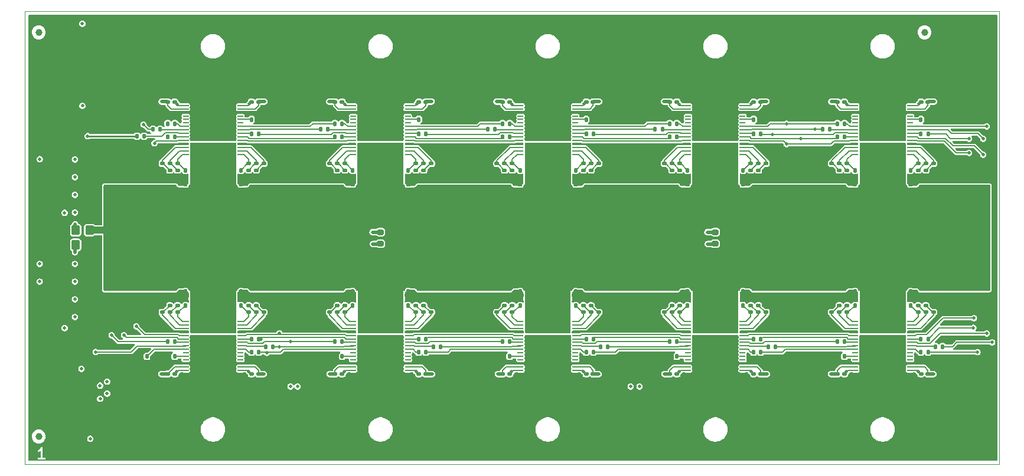
<source format=gbr>
%TF.GenerationSoftware,KiCad,Pcbnew,8.0.6*%
%TF.CreationDate,2024-12-06T19:08:14+01:00*%
%TF.ProjectId,AsicsBoard - 10xBM1370 - 01A,41736963-7342-46f6-9172-64202d203130,rev?*%
%TF.SameCoordinates,Original*%
%TF.FileFunction,Copper,L1,Top*%
%TF.FilePolarity,Positive*%
%FSLAX46Y46*%
G04 Gerber Fmt 4.6, Leading zero omitted, Abs format (unit mm)*
G04 Created by KiCad (PCBNEW 8.0.6) date 2024-12-06 19:08:14*
%MOMM*%
%LPD*%
G01*
G04 APERTURE LIST*
G04 Aperture macros list*
%AMRoundRect*
0 Rectangle with rounded corners*
0 $1 Rounding radius*
0 $2 $3 $4 $5 $6 $7 $8 $9 X,Y pos of 4 corners*
0 Add a 4 corners polygon primitive as box body*
4,1,4,$2,$3,$4,$5,$6,$7,$8,$9,$2,$3,0*
0 Add four circle primitives for the rounded corners*
1,1,$1+$1,$2,$3*
1,1,$1+$1,$4,$5*
1,1,$1+$1,$6,$7*
1,1,$1+$1,$8,$9*
0 Add four rect primitives between the rounded corners*
20,1,$1+$1,$2,$3,$4,$5,0*
20,1,$1+$1,$4,$5,$6,$7,0*
20,1,$1+$1,$6,$7,$8,$9,0*
20,1,$1+$1,$8,$9,$2,$3,0*%
G04 Aperture macros list end*
%ADD10C,0.300000*%
%TA.AperFunction,SMDPad,CuDef*%
%ADD11RoundRect,0.140000X-0.170000X0.140000X-0.170000X-0.140000X0.170000X-0.140000X0.170000X0.140000X0*%
%TD*%
%TA.AperFunction,SMDPad,CuDef*%
%ADD12RoundRect,0.135000X-0.135000X-0.185000X0.135000X-0.185000X0.135000X0.185000X-0.135000X0.185000X0*%
%TD*%
%TA.AperFunction,SMDPad,CuDef*%
%ADD13RoundRect,0.140000X0.140000X0.170000X-0.140000X0.170000X-0.140000X-0.170000X0.140000X-0.170000X0*%
%TD*%
%TA.AperFunction,SMDPad,CuDef*%
%ADD14RoundRect,0.140000X0.170000X-0.140000X0.170000X0.140000X-0.170000X0.140000X-0.170000X-0.140000X0*%
%TD*%
%TA.AperFunction,SMDPad,CuDef*%
%ADD15RoundRect,0.135000X0.135000X0.185000X-0.135000X0.185000X-0.135000X-0.185000X0.135000X-0.185000X0*%
%TD*%
%TA.AperFunction,SMDPad,CuDef*%
%ADD16RoundRect,0.140000X-0.140000X-0.170000X0.140000X-0.170000X0.140000X0.170000X-0.140000X0.170000X0*%
%TD*%
%TA.AperFunction,SMDPad,CuDef*%
%ADD17RoundRect,0.055250X0.340750X0.055250X-0.340750X0.055250X-0.340750X-0.055250X0.340750X-0.055250X0*%
%TD*%
%TA.AperFunction,SMDPad,CuDef*%
%ADD18R,6.330000X2.000000*%
%TD*%
%TA.AperFunction,SMDPad,CuDef*%
%ADD19R,6.330000X5.300000*%
%TD*%
%TA.AperFunction,SMDPad,CuDef*%
%ADD20RoundRect,0.055250X-0.340750X-0.055250X0.340750X-0.055250X0.340750X0.055250X-0.340750X0.055250X0*%
%TD*%
%TA.AperFunction,SMDPad,CuDef*%
%ADD21RoundRect,0.250000X0.350000X0.450000X-0.350000X0.450000X-0.350000X-0.450000X0.350000X-0.450000X0*%
%TD*%
%TA.AperFunction,SMDPad,CuDef*%
%ADD22C,1.000000*%
%TD*%
%TA.AperFunction,SMDPad,CuDef*%
%ADD23RoundRect,0.200000X0.275000X-0.200000X0.275000X0.200000X-0.275000X0.200000X-0.275000X-0.200000X0*%
%TD*%
%TA.AperFunction,ComponentPad*%
%ADD24C,0.800000*%
%TD*%
%TA.AperFunction,ComponentPad*%
%ADD25C,6.400000*%
%TD*%
%TA.AperFunction,ViaPad*%
%ADD26C,0.500000*%
%TD*%
%TA.AperFunction,ViaPad*%
%ADD27C,0.800000*%
%TD*%
%TA.AperFunction,Conductor*%
%ADD28C,0.200000*%
%TD*%
%TA.AperFunction,Conductor*%
%ADD29C,0.254000*%
%TD*%
%TA.AperFunction,Conductor*%
%ADD30C,0.500000*%
%TD*%
%TA.AperFunction,Conductor*%
%ADD31C,1.000000*%
%TD*%
%TA.AperFunction,Profile*%
%ADD32C,0.100000*%
%TD*%
G04 APERTURE END LIST*
D10*
G36*
X68178010Y-119482495D02*
G01*
X66691593Y-119482495D01*
X66691593Y-118075639D01*
X66858260Y-118075639D01*
X66862409Y-118134019D01*
X66888583Y-118186368D01*
X66932798Y-118224715D01*
X66988321Y-118243222D01*
X67046701Y-118239073D01*
X67074164Y-118228564D01*
X67217021Y-118157135D01*
X67229614Y-118149207D01*
X67233274Y-118147692D01*
X67237393Y-118144310D01*
X67241907Y-118141470D01*
X67244503Y-118138476D01*
X67256005Y-118129037D01*
X67285653Y-118099389D01*
X67285653Y-119015828D01*
X67007082Y-119015828D01*
X66977818Y-119018710D01*
X66923746Y-119041108D01*
X66882362Y-119082492D01*
X66859964Y-119136564D01*
X66859964Y-119195092D01*
X66882362Y-119249164D01*
X66923746Y-119290548D01*
X66977818Y-119312946D01*
X67007082Y-119315828D01*
X67864225Y-119315828D01*
X67893489Y-119312946D01*
X67947561Y-119290548D01*
X67988945Y-119249164D01*
X68011343Y-119195092D01*
X68011343Y-119136564D01*
X67988945Y-119082492D01*
X67947561Y-119041108D01*
X67893489Y-119018710D01*
X67864225Y-119015828D01*
X67585653Y-119015828D01*
X67585653Y-117665828D01*
X67585642Y-117665722D01*
X67585653Y-117665670D01*
X67585622Y-117665516D01*
X67582771Y-117636564D01*
X67577087Y-117622843D01*
X67574175Y-117608281D01*
X67565996Y-117596068D01*
X67560373Y-117582492D01*
X67549874Y-117571993D01*
X67541609Y-117559651D01*
X67529378Y-117551497D01*
X67518989Y-117541108D01*
X67505270Y-117535425D01*
X67492910Y-117527185D01*
X67478491Y-117524332D01*
X67464917Y-117518710D01*
X67450066Y-117518710D01*
X67435496Y-117515828D01*
X67421086Y-117518710D01*
X67406389Y-117518710D01*
X67392667Y-117524393D01*
X67378106Y-117527306D01*
X67365893Y-117535484D01*
X67352317Y-117541108D01*
X67341818Y-117551606D01*
X67329476Y-117559872D01*
X67311044Y-117582380D01*
X67310933Y-117582492D01*
X67310912Y-117582542D01*
X67310846Y-117582623D01*
X67176226Y-117784551D01*
X67061085Y-117899692D01*
X66940000Y-117960236D01*
X66915114Y-117975901D01*
X66876767Y-118020116D01*
X66858260Y-118075639D01*
X66691593Y-118075639D01*
X66691593Y-117349161D01*
X68178010Y-117349161D01*
X68178010Y-119482495D01*
G37*
D11*
%TO.P,C158,1*%
%TO.N,+0.8V*%
X194500000Y-107020000D03*
%TO.P,C158,2*%
%TO.N,GND*%
X194500000Y-107980000D03*
%TD*%
%TO.P,C98,1*%
%TO.N,/ASICs/ASICs_BM1370_1/BM1370-3/VDD2_0*%
X158900000Y-97220000D03*
%TO.P,C98,2*%
%TO.N,/ASICs/ASICs_BM1370_1/BM1370-3/VDD3_0*%
X158900000Y-98180000D03*
%TD*%
D12*
%TO.P,R29,1*%
%TO.N,GND*%
X81508000Y-104506000D03*
%TO.P,R29,2*%
%TO.N,/ASICs/ASICs_BM1370_1/BM1370-0/BI*%
X82528000Y-104506000D03*
%TD*%
D13*
%TO.P,C142,1*%
%TO.N,VPWR_ASIC*%
X184980000Y-96200000D03*
%TO.P,C142,2*%
%TO.N,GND*%
X184020000Y-96200000D03*
%TD*%
D12*
%TO.P,R45,1*%
%TO.N,Net-(U12-CO)*%
X193490000Y-102000000D03*
%TO.P,R45,2*%
%TO.N,/ASICs/ASICs_BM1370_1/BM1370-4/CO*%
X194510000Y-102000000D03*
%TD*%
D14*
%TO.P,C56,1*%
%TO.N,+0.8V*%
X157500001Y-67980000D03*
%TO.P,C56,2*%
%TO.N,GND*%
X157500001Y-67020000D03*
%TD*%
D13*
%TO.P,C109,1*%
%TO.N,VPWR_ASIC*%
X184980000Y-78800000D03*
%TO.P,C109,2*%
%TO.N,GND*%
X184020000Y-78800000D03*
%TD*%
D14*
%TO.P,C69,1*%
%TO.N,/ASICs/ASICs_BM1370_1/BM1370-2/VDD1_1*%
X147300000Y-98180000D03*
%TO.P,C69,2*%
%TO.N,GND*%
X147300000Y-97220000D03*
%TD*%
D11*
%TO.P,C22,1*%
%TO.N,+0.8V*%
X122500000Y-107020000D03*
%TO.P,C22,2*%
%TO.N,GND*%
X122500000Y-107980000D03*
%TD*%
D15*
%TO.P,R40,1*%
%TO.N,Net-(U11-CO)*%
X110510000Y-72999999D03*
%TO.P,R40,2*%
%TO.N,/ASICs/ASICs_BM1370_2/CO4*%
X109490000Y-72999999D03*
%TD*%
D16*
%TO.P,C125,1*%
%TO.N,VPWR_ASIC*%
X119019999Y-78800000D03*
%TO.P,C125,2*%
%TO.N,GND*%
X119979999Y-78800000D03*
%TD*%
D14*
%TO.P,C141,1*%
%TO.N,+0.8V*%
X109500001Y-67980000D03*
%TO.P,C141,2*%
%TO.N,GND*%
X109500001Y-67020000D03*
%TD*%
%TO.P,C139,1*%
%TO.N,+1.2V*%
X121500000Y-67980001D03*
%TO.P,C139,2*%
%TO.N,GND*%
X121500000Y-67020001D03*
%TD*%
D11*
%TO.P,C64,1*%
%TO.N,/ASICs/ASICs_BM1370_1/BM1370-2/VDD2_0*%
X134900000Y-97220000D03*
%TO.P,C64,2*%
%TO.N,/ASICs/ASICs_BM1370_1/BM1370-2/VDD3_0*%
X134900000Y-98180000D03*
%TD*%
%TO.P,C118,1*%
%TO.N,/ASICs/ASICs_BM1370_2/BM1370-0/VDD3_1*%
X182900000Y-76819999D03*
%TO.P,C118,2*%
%TO.N,/ASICs/ASICs_BM1370_2/BM1370-0/VDD2_1*%
X182900000Y-77779999D03*
%TD*%
D13*
%TO.P,C93,1*%
%TO.N,VPWR_ASIC*%
X160980000Y-95200000D03*
%TO.P,C93,2*%
%TO.N,GND*%
X160020000Y-95200000D03*
%TD*%
D17*
%TO.P,U10,1,VDD3_0*%
%TO.N,/ASICs/ASICs_BM1370_2/BM1370-0/VDD3_0*%
X191916000Y-75514000D03*
%TO.P,U10,2,VDD2_0*%
%TO.N,/ASICs/ASICs_BM1370_2/BM1370-0/VDD2_0*%
X191916000Y-75012000D03*
%TO.P,U10,3,VDD1_0*%
%TO.N,/ASICs/ASICs_BM1370_2/BM1370-0/VDD1_0*%
X191916000Y-74510000D03*
%TO.P,U10,4,VSS*%
%TO.N,GND*%
X191916000Y-74008000D03*
%TO.P,U10,5,NRSTI*%
%TO.N,/ASICs/ASICs_BM1370_1/BM1370-4/RSTO_n*%
X191916000Y-73506000D03*
%TO.P,U10,6,CI*%
%TO.N,/ASICs/ASICs_BM1370_1/BM1370-4/CO*%
X191916000Y-73004000D03*
%TO.P,U10,7,RO*%
%TO.N,Net-(U10-RO)*%
X191916000Y-72502000D03*
%TO.P,U10,8,CLKI*%
%TO.N,/ASICs/ASICs_BM1370_1/BM1370-4/CLKO*%
X191916000Y-72000000D03*
%TO.P,U10,9,BI*%
%TO.N,/ASICs/ASICs_BM1370_1/BM1370-4/BO*%
X191916000Y-71498000D03*
%TO.P,U10,10,ROSC_SEL*%
%TO.N,unconnected-(U10-ROSC_SEL-Pad10)*%
X191916000Y-70996000D03*
%TO.P,U10,11,LITE_PAD*%
%TO.N,Net-(U10-LITE_PAD)*%
X191916000Y-70494000D03*
%TO.P,U10,12,INV_CLKO*%
%TO.N,unconnected-(U10-INV_CLKO-Pad12)*%
X191916000Y-69992000D03*
%TO.P,U10,13,PLL_VSS*%
%TO.N,GND*%
X191916000Y-69490000D03*
%TO.P,U10,14,VDDIO_08_0*%
%TO.N,+0.8V*%
X191916000Y-68988000D03*
%TO.P,U10,15,VDDIO_12_0*%
%TO.N,+1.2V*%
X191916000Y-68486000D03*
%TO.P,U10,16,VDDIO_12_1*%
X184084000Y-68486000D03*
%TO.P,U10,17,VDDIO_08_1*%
%TO.N,+0.8V*%
X184084000Y-68988000D03*
%TO.P,U10,18,VSS*%
%TO.N,GND*%
X184084000Y-69490000D03*
%TO.P,U10,19,PIN_MODE*%
%TO.N,unconnected-(U10-PIN_MODE-Pad19)*%
X184084000Y-69992000D03*
%TO.P,U10,20,TEMP_P*%
%TO.N,/ASICs/ASICs_BM1370_2/BM1370-0/TEMP_P*%
X184084000Y-70494000D03*
%TO.P,U10,21,TEMP_N*%
%TO.N,/ASICs/ASICs_BM1370_2/BM1370-0/TEMP_N*%
X184084000Y-70996000D03*
%TO.P,U10,22,BO*%
%TO.N,Net-(U10-BO)*%
X184084000Y-71498000D03*
%TO.P,U10,23,CLKO*%
%TO.N,Net-(U10-CLKO)*%
X184084000Y-72000000D03*
%TO.P,U10,24,RI*%
%TO.N,/ASICs/ASICs_BM1370_2/RI1*%
X184084000Y-72502000D03*
%TO.P,U10,25,CO*%
%TO.N,Net-(U10-CO)*%
X184084000Y-73004000D03*
%TO.P,U10,26,NRSTO*%
%TO.N,/ASICs/ASICs_BM1370_2/RSTO1*%
X184084000Y-73506000D03*
%TO.P,U10,27,VSS*%
%TO.N,GND*%
X184084000Y-74008000D03*
%TO.P,U10,28,VDD1_1*%
%TO.N,/ASICs/ASICs_BM1370_2/BM1370-0/VDD1_1*%
X184084000Y-74510000D03*
%TO.P,U10,29,VDD2_1*%
%TO.N,/ASICs/ASICs_BM1370_2/BM1370-0/VDD2_1*%
X184084000Y-75012000D03*
%TO.P,U10,30,VDD3_1*%
%TO.N,/ASICs/ASICs_BM1370_2/BM1370-0/VDD3_1*%
X184084000Y-75514000D03*
D18*
%TO.P,U10,31,VDD*%
%TO.N,VPWR_ASIC*%
X188000000Y-74870000D03*
D19*
%TO.P,U10,32,VSS*%
%TO.N,GND*%
X188000000Y-70760000D03*
%TD*%
D14*
%TO.P,C152,1*%
%TO.N,/ASICs/ASICs_BM1370_1/BM1370-4/VDD3_1*%
X193100000Y-98180000D03*
%TO.P,C152,2*%
%TO.N,/ASICs/ASICs_BM1370_1/BM1370-4/VDD2_1*%
X193100000Y-97220000D03*
%TD*%
D16*
%TO.P,C58,1*%
%TO.N,VPWR_ASIC*%
X143020000Y-96200000D03*
%TO.P,C58,2*%
%TO.N,GND*%
X143980000Y-96200000D03*
%TD*%
D11*
%TO.P,C20,1*%
%TO.N,+1.2V*%
X110500000Y-107020000D03*
%TO.P,C20,2*%
%TO.N,GND*%
X110500000Y-107980000D03*
%TD*%
D14*
%TO.P,C88,1*%
%TO.N,+1.2V*%
X145500000Y-67980001D03*
%TO.P,C88,2*%
%TO.N,GND*%
X145500000Y-67020001D03*
%TD*%
%TO.P,C124,1*%
%TO.N,+0.8V*%
X181500001Y-67980000D03*
%TO.P,C124,2*%
%TO.N,GND*%
X181500001Y-67020000D03*
%TD*%
D16*
%TO.P,C159,1*%
%TO.N,VPWR_ASIC*%
X95019999Y-78800000D03*
%TO.P,C159,2*%
%TO.N,GND*%
X95979999Y-78800000D03*
%TD*%
D12*
%TO.P,R44,1*%
%TO.N,Net-(U11-LITE_PAD)*%
X121490000Y-70500001D03*
%TO.P,R44,2*%
%TO.N,GND*%
X122510000Y-70500001D03*
%TD*%
D14*
%TO.P,C138,1*%
%TO.N,+0.8V*%
X122500000Y-67980001D03*
%TO.P,C138,2*%
%TO.N,GND*%
X122500000Y-67020001D03*
%TD*%
D11*
%TO.P,C148,1*%
%TO.N,/ASICs/ASICs_BM1370_1/BM1370-4/VDD1_0*%
X181800000Y-97220000D03*
%TO.P,C148,2*%
%TO.N,/ASICs/ASICs_BM1370_1/BM1370-4/VDD2_0*%
X181800000Y-98180000D03*
%TD*%
D14*
%TO.P,C166,1*%
%TO.N,/ASICs/ASICs_BM1370_2/BM1370-4/VDD2_0*%
X97099999Y-77780000D03*
%TO.P,C166,2*%
%TO.N,/ASICs/ASICs_BM1370_2/BM1370-4/VDD3_0*%
X97099999Y-76820000D03*
%TD*%
D13*
%TO.P,C8,1*%
%TO.N,VPWR_ASIC*%
X112980000Y-95200000D03*
%TO.P,C8,2*%
%TO.N,GND*%
X112020000Y-95200000D03*
%TD*%
D11*
%TO.P,C19,1*%
%TO.N,+0.8V*%
X109500000Y-107020000D03*
%TO.P,C19,2*%
%TO.N,GND*%
X109500000Y-107980000D03*
%TD*%
D16*
%TO.P,C66,1*%
%TO.N,VPWR_ASIC*%
X143020000Y-97200000D03*
%TO.P,C66,2*%
%TO.N,/ASICs/ASICs_BM1370_1/BM1370-2/VDD3_1*%
X143980000Y-97200000D03*
%TD*%
D13*
%TO.P,C167,1*%
%TO.N,/ASICs/ASICs_BM1370_2/BM1370-4/VDD3_0*%
X95979999Y-77800000D03*
%TO.P,C167,2*%
%TO.N,VPWR_ASIC*%
X95019999Y-77800000D03*
%TD*%
%TO.P,C6,1*%
%TO.N,VPWR_ASIC*%
X112980000Y-96200000D03*
%TO.P,C6,2*%
%TO.N,GND*%
X112020000Y-96200000D03*
%TD*%
D15*
%TO.P,R49,1*%
%TO.N,Net-(U12-LITE_PAD)*%
X182510000Y-104500000D03*
%TO.P,R49,2*%
%TO.N,GND*%
X181490000Y-104500000D03*
%TD*%
D11*
%TO.P,C11,1*%
%TO.N,GND*%
X108700000Y-97220000D03*
%TO.P,C11,2*%
%TO.N,/ASICs/ASICs_BM1370_1/BM1370-1/VDD1_0*%
X108700000Y-98180000D03*
%TD*%
D14*
%TO.P,C140,1*%
%TO.N,+1.2V*%
X110500001Y-67980000D03*
%TO.P,C140,2*%
%TO.N,GND*%
X110500001Y-67020000D03*
%TD*%
D20*
%TO.P,U12,1,VDD3_0*%
%TO.N,/ASICs/ASICs_BM1370_1/BM1370-4/VDD3_0*%
X184084000Y-99486000D03*
%TO.P,U12,2,VDD2_0*%
%TO.N,/ASICs/ASICs_BM1370_1/BM1370-4/VDD2_0*%
X184084000Y-99988000D03*
%TO.P,U12,3,VDD1_0*%
%TO.N,/ASICs/ASICs_BM1370_1/BM1370-4/VDD1_0*%
X184084000Y-100490000D03*
%TO.P,U12,4,VSS*%
%TO.N,GND*%
X184084000Y-100992000D03*
%TO.P,U12,5,NRSTI*%
%TO.N,/ASICs/ASICs_BM1370_1/RSTO4*%
X184084000Y-101494000D03*
%TO.P,U12,6,CI*%
%TO.N,/ASICs/ASICs_BM1370_1/CO4*%
X184084000Y-101996000D03*
%TO.P,U12,7,RO*%
%TO.N,Net-(U12-RO)*%
X184084000Y-102498000D03*
%TO.P,U12,8,CLKI*%
%TO.N,/ASICs/ASICs_BM1370_1/CLKO4*%
X184084000Y-103000000D03*
%TO.P,U12,9,BI*%
%TO.N,/ASICs/ASICs_BM1370_1/BO4*%
X184084000Y-103502000D03*
%TO.P,U12,10,ROSC_SEL*%
%TO.N,unconnected-(U12-ROSC_SEL-Pad10)*%
X184084000Y-104004000D03*
%TO.P,U12,11,LITE_PAD*%
%TO.N,Net-(U12-LITE_PAD)*%
X184084000Y-104506000D03*
%TO.P,U12,12,INV_CLKO*%
%TO.N,unconnected-(U12-INV_CLKO-Pad12)*%
X184084000Y-105008000D03*
%TO.P,U12,13,PLL_VSS*%
%TO.N,GND*%
X184084000Y-105510000D03*
%TO.P,U12,14,VDDIO_08_0*%
%TO.N,+0.8V*%
X184084000Y-106012000D03*
%TO.P,U12,15,VDDIO_12_0*%
%TO.N,+1.2V*%
X184084000Y-106514000D03*
%TO.P,U12,16,VDDIO_12_1*%
X191916000Y-106514000D03*
%TO.P,U12,17,VDDIO_08_1*%
%TO.N,+0.8V*%
X191916000Y-106012000D03*
%TO.P,U12,18,VSS*%
%TO.N,GND*%
X191916000Y-105510000D03*
%TO.P,U12,19,PIN_MODE*%
%TO.N,unconnected-(U12-PIN_MODE-Pad19)*%
X191916000Y-105008000D03*
%TO.P,U12,20,TEMP_P*%
%TO.N,/ASICs/ASICs_BM1370_1/BM1370-4/TEMP_P*%
X191916000Y-104506000D03*
%TO.P,U12,21,TEMP_N*%
%TO.N,/ASICs/ASICs_BM1370_1/BM1370-4/TEMP_N*%
X191916000Y-104004000D03*
%TO.P,U12,22,BO*%
%TO.N,Net-(U12-BO)*%
X191916000Y-103502000D03*
%TO.P,U12,23,CLKO*%
%TO.N,Net-(U12-CLKO)*%
X191916000Y-103000000D03*
%TO.P,U12,24,RI*%
%TO.N,/ASICs/ASICs_BM1370_1/BM1370-4/RI*%
X191916000Y-102498000D03*
%TO.P,U12,25,CO*%
%TO.N,Net-(U12-CO)*%
X191916000Y-101996000D03*
%TO.P,U12,26,NRSTO*%
%TO.N,/ASICs/ASICs_BM1370_1/BM1370-4/RSTO_n*%
X191916000Y-101494000D03*
%TO.P,U12,27,VSS*%
%TO.N,GND*%
X191916000Y-100992000D03*
%TO.P,U12,28,VDD1_1*%
%TO.N,/ASICs/ASICs_BM1370_1/BM1370-4/VDD1_1*%
X191916000Y-100490000D03*
%TO.P,U12,29,VDD2_1*%
%TO.N,/ASICs/ASICs_BM1370_1/BM1370-4/VDD2_1*%
X191916000Y-99988000D03*
%TO.P,U12,30,VDD3_1*%
%TO.N,/ASICs/ASICs_BM1370_1/BM1370-4/VDD3_1*%
X191916000Y-99486000D03*
D18*
%TO.P,U12,31,VDD*%
%TO.N,VPWR_ASIC*%
X188000000Y-100130000D03*
D19*
%TO.P,U12,32,VSS*%
%TO.N,GND*%
X188000000Y-104240000D03*
%TD*%
D13*
%TO.P,C75,1*%
%TO.N,VPWR_ASIC*%
X136980000Y-78800000D03*
%TO.P,C75,2*%
%TO.N,GND*%
X136020000Y-78800000D03*
%TD*%
D11*
%TO.P,C36,1*%
%TO.N,+0.8V*%
X85500000Y-107020000D03*
%TO.P,C36,2*%
%TO.N,GND*%
X85500000Y-107980000D03*
%TD*%
%TO.P,C73,1*%
%TO.N,+0.8V*%
X146500000Y-107020000D03*
%TO.P,C73,2*%
%TO.N,GND*%
X146500000Y-107980000D03*
%TD*%
%TO.P,C12,1*%
%TO.N,/ASICs/ASICs_BM1370_1/BM1370-1/VDD1_0*%
X109800000Y-97220000D03*
%TO.P,C12,2*%
%TO.N,/ASICs/ASICs_BM1370_1/BM1370-1/VDD2_0*%
X109800000Y-98180000D03*
%TD*%
%TO.P,C28,1*%
%TO.N,GND*%
X84700000Y-97220000D03*
%TO.P,C28,2*%
%TO.N,/ASICs/ASICs_BM1370_1/BM1370-0/VDD1_0*%
X84700000Y-98180000D03*
%TD*%
D20*
%TO.P,U4,1,VDD3_0*%
%TO.N,/ASICs/ASICs_BM1370_1/BM1370-1/VDD3_0*%
X112084000Y-99486000D03*
%TO.P,U4,2,VDD2_0*%
%TO.N,/ASICs/ASICs_BM1370_1/BM1370-1/VDD2_0*%
X112084000Y-99988000D03*
%TO.P,U4,3,VDD1_0*%
%TO.N,/ASICs/ASICs_BM1370_1/BM1370-1/VDD1_0*%
X112084000Y-100490000D03*
%TO.P,U4,4,VSS*%
%TO.N,GND*%
X112084000Y-100992000D03*
%TO.P,U4,5,NRSTI*%
%TO.N,/ASICs/ASICs_BM1370_1/RSTO1*%
X112084000Y-101494000D03*
%TO.P,U4,6,CI*%
%TO.N,/ASICs/ASICs_BM1370_1/CO1*%
X112084000Y-101996000D03*
%TO.P,U4,7,RO*%
%TO.N,Net-(U4-RO)*%
X112084000Y-102498000D03*
%TO.P,U4,8,CLKI*%
%TO.N,/ASICs/ASICs_BM1370_1/CLKO1*%
X112084000Y-103000000D03*
%TO.P,U4,9,BI*%
%TO.N,/ASICs/ASICs_BM1370_1/BO1*%
X112084000Y-103502000D03*
%TO.P,U4,10,ROSC_SEL*%
%TO.N,unconnected-(U4-ROSC_SEL-Pad10)*%
X112084000Y-104004000D03*
%TO.P,U4,11,LITE_PAD*%
%TO.N,Net-(U4-LITE_PAD)*%
X112084000Y-104506000D03*
%TO.P,U4,12,INV_CLKO*%
%TO.N,unconnected-(U4-INV_CLKO-Pad12)*%
X112084000Y-105008000D03*
%TO.P,U4,13,PLL_VSS*%
%TO.N,GND*%
X112084000Y-105510000D03*
%TO.P,U4,14,VDDIO_08_0*%
%TO.N,+0.8V*%
X112084000Y-106012000D03*
%TO.P,U4,15,VDDIO_12_0*%
%TO.N,+1.2V*%
X112084000Y-106514000D03*
%TO.P,U4,16,VDDIO_12_1*%
X119916000Y-106514000D03*
%TO.P,U4,17,VDDIO_08_1*%
%TO.N,+0.8V*%
X119916000Y-106012000D03*
%TO.P,U4,18,VSS*%
%TO.N,GND*%
X119916000Y-105510000D03*
%TO.P,U4,19,PIN_MODE*%
%TO.N,unconnected-(U4-PIN_MODE-Pad19)*%
X119916000Y-105008000D03*
%TO.P,U4,20,TEMP_P*%
%TO.N,/ASICs/ASICs_BM1370_1/BM1370-1/TEMP_P*%
X119916000Y-104506000D03*
%TO.P,U4,21,TEMP_N*%
%TO.N,/ASICs/ASICs_BM1370_1/BM1370-1/TEMP_N*%
X119916000Y-104004000D03*
%TO.P,U4,22,BO*%
%TO.N,Net-(U4-BO)*%
X119916000Y-103502000D03*
%TO.P,U4,23,CLKO*%
%TO.N,Net-(U4-CLKO)*%
X119916000Y-103000000D03*
%TO.P,U4,24,RI*%
%TO.N,/ASICs/ASICs_BM1370_1/RI02*%
X119916000Y-102498000D03*
%TO.P,U4,25,CO*%
%TO.N,Net-(U4-CO)*%
X119916000Y-101996000D03*
%TO.P,U4,26,NRSTO*%
%TO.N,/ASICs/ASICs_BM1370_1/RSTO2*%
X119916000Y-101494000D03*
%TO.P,U4,27,VSS*%
%TO.N,GND*%
X119916000Y-100992000D03*
%TO.P,U4,28,VDD1_1*%
%TO.N,/ASICs/ASICs_BM1370_1/BM1370-1/VDD1_1*%
X119916000Y-100490000D03*
%TO.P,U4,29,VDD2_1*%
%TO.N,/ASICs/ASICs_BM1370_1/BM1370-1/VDD2_1*%
X119916000Y-99988000D03*
%TO.P,U4,30,VDD3_1*%
%TO.N,/ASICs/ASICs_BM1370_1/BM1370-1/VDD3_1*%
X119916000Y-99486000D03*
D18*
%TO.P,U4,31,VDD*%
%TO.N,VPWR_ASIC*%
X116000000Y-100130000D03*
D19*
%TO.P,U4,32,VSS*%
%TO.N,GND*%
X116000000Y-104240000D03*
%TD*%
D21*
%TO.P,R1,1*%
%TO.N,VPWR_ASIC*%
X74300000Y-86400000D03*
%TO.P,R1,2*%
%TO.N,/VSP*%
X72300000Y-86400000D03*
%TD*%
D11*
%TO.P,C156,1*%
%TO.N,+1.2V*%
X182500000Y-107020000D03*
%TO.P,C156,2*%
%TO.N,GND*%
X182500000Y-107980000D03*
%TD*%
D16*
%TO.P,C99,1*%
%TO.N,/ASICs/ASICs_BM1370_1/BM1370-3/VDD3_0*%
X160020000Y-97200000D03*
%TO.P,C99,2*%
%TO.N,VPWR_ASIC*%
X160980000Y-97200000D03*
%TD*%
D11*
%TO.P,C169,1*%
%TO.N,/ASICs/ASICs_BM1370_2/BM1370-4/VDD3_1*%
X86900000Y-76819999D03*
%TO.P,C169,2*%
%TO.N,/ASICs/ASICs_BM1370_2/BM1370-4/VDD2_1*%
X86900000Y-77779999D03*
%TD*%
D16*
%TO.P,C108,1*%
%TO.N,VPWR_ASIC*%
X191019999Y-78800000D03*
%TO.P,C108,2*%
%TO.N,GND*%
X191979999Y-78800000D03*
%TD*%
D13*
%TO.P,C133,1*%
%TO.N,/ASICs/ASICs_BM1370_2/BM1370-3/VDD3_0*%
X119979999Y-77800000D03*
%TO.P,C133,2*%
%TO.N,VPWR_ASIC*%
X119019999Y-77800000D03*
%TD*%
D12*
%TO.P,R21,1*%
%TO.N,Net-(U7-BO)*%
X145490000Y-103900000D03*
%TO.P,R21,2*%
%TO.N,/ASICs/ASICs_BM1370_1/BO3*%
X146510000Y-103900000D03*
%TD*%
D13*
%TO.P,C57,1*%
%TO.N,VPWR_ASIC*%
X136980000Y-96200000D03*
%TO.P,C57,2*%
%TO.N,GND*%
X136020000Y-96200000D03*
%TD*%
D14*
%TO.P,C123,1*%
%TO.N,+1.2V*%
X182500001Y-67980000D03*
%TO.P,C123,2*%
%TO.N,GND*%
X182500001Y-67020000D03*
%TD*%
D16*
%TO.P,C9,1*%
%TO.N,VPWR_ASIC*%
X119020000Y-95200000D03*
%TO.P,C9,2*%
%TO.N,GND*%
X119980000Y-95200000D03*
%TD*%
D15*
%TO.P,R19,1*%
%TO.N,Net-(U7-RO)*%
X134510000Y-102400000D03*
%TO.P,R19,2*%
%TO.N,/ASICs/ASICs_BM1370_1/RI02*%
X133490000Y-102400000D03*
%TD*%
D12*
%TO.P,R20,1*%
%TO.N,Net-(U7-CLKO)*%
X147590000Y-103100000D03*
%TO.P,R20,2*%
%TO.N,/ASICs/ASICs_BM1370_1/CLKO3*%
X148610000Y-103100000D03*
%TD*%
D11*
%TO.P,C62,1*%
%TO.N,GND*%
X132700000Y-97220000D03*
%TO.P,C62,2*%
%TO.N,/ASICs/ASICs_BM1370_1/BM1370-2/VDD1_0*%
X132700000Y-98180000D03*
%TD*%
D14*
%TO.P,C101,1*%
%TO.N,/ASICs/ASICs_BM1370_1/BM1370-3/VDD3_1*%
X169100000Y-98180000D03*
%TO.P,C101,2*%
%TO.N,/ASICs/ASICs_BM1370_1/BM1370-3/VDD2_1*%
X169100000Y-97220000D03*
%TD*%
%TO.P,C172,1*%
%TO.N,+0.8V*%
X98500000Y-67980001D03*
%TO.P,C172,2*%
%TO.N,GND*%
X98500000Y-67020001D03*
%TD*%
D13*
%TO.P,C111,1*%
%TO.N,VPWR_ASIC*%
X184980000Y-79800000D03*
%TO.P,C111,2*%
%TO.N,GND*%
X184020000Y-79800000D03*
%TD*%
D15*
%TO.P,R38,1*%
%TO.N,Net-(U10-BO)*%
X182510000Y-71100000D03*
%TO.P,R38,2*%
%TO.N,/ASICs/ASICs_BM1370_2/BO1*%
X181490000Y-71100000D03*
%TD*%
D11*
%TO.P,C157,1*%
%TO.N,+1.2V*%
X193500000Y-107020000D03*
%TO.P,C157,2*%
%TO.N,GND*%
X193500000Y-107980000D03*
%TD*%
D12*
%TO.P,R36,1*%
%TO.N,Net-(U10-RO)*%
X193490000Y-72600000D03*
%TO.P,R36,2*%
%TO.N,/ASICs/ASICs_BM1370_1/BM1370-4/RI*%
X194510000Y-72600000D03*
%TD*%
D14*
%TO.P,C46,1*%
%TO.N,/ASICs/ASICs_BM1370_2/BM1370-1/VDD1_0*%
X170199999Y-77780000D03*
%TO.P,C46,2*%
%TO.N,/ASICs/ASICs_BM1370_2/BM1370-1/VDD2_0*%
X170199999Y-76820000D03*
%TD*%
D12*
%TO.P,R8,1*%
%TO.N,Net-(U5-CO)*%
X97490000Y-102000000D03*
%TO.P,R8,2*%
%TO.N,/ASICs/ASICs_BM1370_1/CO1*%
X98510000Y-102000000D03*
%TD*%
D14*
%TO.P,C35,1*%
%TO.N,/ASICs/ASICs_BM1370_1/BM1370-0/VDD1_1*%
X99300000Y-98180000D03*
%TO.P,C35,2*%
%TO.N,GND*%
X99300000Y-97220000D03*
%TD*%
%TO.P,C68,1*%
%TO.N,/ASICs/ASICs_BM1370_1/BM1370-2/VDD2_1*%
X146200000Y-98180000D03*
%TO.P,C68,2*%
%TO.N,/ASICs/ASICs_BM1370_1/BM1370-2/VDD1_1*%
X146200000Y-97220000D03*
%TD*%
D16*
%TO.P,C14,1*%
%TO.N,/ASICs/ASICs_BM1370_1/BM1370-1/VDD3_0*%
X112020000Y-97200000D03*
%TO.P,C14,2*%
%TO.N,VPWR_ASIC*%
X112980000Y-97200000D03*
%TD*%
%TO.P,C92,1*%
%TO.N,VPWR_ASIC*%
X167020000Y-96200000D03*
%TO.P,C92,2*%
%TO.N,GND*%
X167980000Y-96200000D03*
%TD*%
D12*
%TO.P,R54,1*%
%TO.N,Net-(U13-LITE_PAD)*%
X97490000Y-70500001D03*
%TO.P,R54,2*%
%TO.N,GND*%
X98510000Y-70500001D03*
%TD*%
D11*
%TO.P,C37,1*%
%TO.N,+1.2V*%
X86500000Y-107020000D03*
%TO.P,C37,2*%
%TO.N,GND*%
X86500000Y-107980000D03*
%TD*%
D22*
%TO.P,FID3,*%
%TO.N,*%
X194000000Y-58000000D03*
%TD*%
D17*
%TO.P,U8,1,VDD3_0*%
%TO.N,/ASICs/ASICs_BM1370_2/BM1370-2/VDD3_0*%
X143916000Y-75514000D03*
%TO.P,U8,2,VDD2_0*%
%TO.N,/ASICs/ASICs_BM1370_2/BM1370-2/VDD2_0*%
X143916000Y-75012000D03*
%TO.P,U8,3,VDD1_0*%
%TO.N,/ASICs/ASICs_BM1370_2/BM1370-2/VDD1_0*%
X143916000Y-74510000D03*
%TO.P,U8,4,VSS*%
%TO.N,GND*%
X143916000Y-74008000D03*
%TO.P,U8,5,NRSTI*%
%TO.N,/ASICs/ASICs_BM1370_2/RSTO2*%
X143916000Y-73506000D03*
%TO.P,U8,6,CI*%
%TO.N,/ASICs/ASICs_BM1370_2/CO2*%
X143916000Y-73004000D03*
%TO.P,U8,7,RO*%
%TO.N,Net-(U8-RO)*%
X143916000Y-72502000D03*
%TO.P,U8,8,CLKI*%
%TO.N,/ASICs/ASICs_BM1370_2/CLKO2*%
X143916000Y-72000000D03*
%TO.P,U8,9,BI*%
%TO.N,/ASICs/ASICs_BM1370_2/BO2*%
X143916000Y-71498000D03*
%TO.P,U8,10,ROSC_SEL*%
%TO.N,unconnected-(U8-ROSC_SEL-Pad10)*%
X143916000Y-70996000D03*
%TO.P,U8,11,LITE_PAD*%
%TO.N,Net-(U8-LITE_PAD)*%
X143916000Y-70494000D03*
%TO.P,U8,12,INV_CLKO*%
%TO.N,unconnected-(U8-INV_CLKO-Pad12)*%
X143916000Y-69992000D03*
%TO.P,U8,13,PLL_VSS*%
%TO.N,GND*%
X143916000Y-69490000D03*
%TO.P,U8,14,VDDIO_08_0*%
%TO.N,+0.8V*%
X143916000Y-68988000D03*
%TO.P,U8,15,VDDIO_12_0*%
%TO.N,+1.2V*%
X143916000Y-68486000D03*
%TO.P,U8,16,VDDIO_12_1*%
X136084000Y-68486000D03*
%TO.P,U8,17,VDDIO_08_1*%
%TO.N,+0.8V*%
X136084000Y-68988000D03*
%TO.P,U8,18,VSS*%
%TO.N,GND*%
X136084000Y-69490000D03*
%TO.P,U8,19,PIN_MODE*%
%TO.N,unconnected-(U8-PIN_MODE-Pad19)*%
X136084000Y-69992000D03*
%TO.P,U8,20,TEMP_P*%
%TO.N,/ASICs/ASICs_BM1370_2/BM1370-2/TEMP_P*%
X136084000Y-70494000D03*
%TO.P,U8,21,TEMP_N*%
%TO.N,/ASICs/ASICs_BM1370_2/BM1370-2/TEMP_N*%
X136084000Y-70996000D03*
%TO.P,U8,22,BO*%
%TO.N,Net-(U8-BO)*%
X136084000Y-71498000D03*
%TO.P,U8,23,CLKO*%
%TO.N,Net-(U8-CLKO)*%
X136084000Y-72000000D03*
%TO.P,U8,24,RI*%
%TO.N,/ASICs/ASICs_BM1370_2/RI3*%
X136084000Y-72502000D03*
%TO.P,U8,25,CO*%
%TO.N,Net-(U8-CO)*%
X136084000Y-73004000D03*
%TO.P,U8,26,NRSTO*%
%TO.N,/ASICs/ASICs_BM1370_2/RSTO3*%
X136084000Y-73506000D03*
%TO.P,U8,27,VSS*%
%TO.N,GND*%
X136084000Y-74008000D03*
%TO.P,U8,28,VDD1_1*%
%TO.N,/ASICs/ASICs_BM1370_2/BM1370-2/VDD1_1*%
X136084000Y-74510000D03*
%TO.P,U8,29,VDD2_1*%
%TO.N,/ASICs/ASICs_BM1370_2/BM1370-2/VDD2_1*%
X136084000Y-75012000D03*
%TO.P,U8,30,VDD3_1*%
%TO.N,/ASICs/ASICs_BM1370_2/BM1370-2/VDD3_1*%
X136084000Y-75514000D03*
D18*
%TO.P,U8,31,VDD*%
%TO.N,VPWR_ASIC*%
X140000000Y-74870000D03*
D19*
%TO.P,U8,32,VSS*%
%TO.N,GND*%
X140000000Y-70760000D03*
%TD*%
D15*
%TO.P,R16,1*%
%TO.N,Net-(U6-BO)*%
X158510000Y-71100000D03*
%TO.P,R16,2*%
%TO.N,/ASICs/ASICs_BM1370_2/BO2*%
X157490000Y-71100000D03*
%TD*%
D14*
%TO.P,C132,1*%
%TO.N,/ASICs/ASICs_BM1370_2/BM1370-3/VDD2_0*%
X121099999Y-77780000D03*
%TO.P,C132,2*%
%TO.N,/ASICs/ASICs_BM1370_2/BM1370-3/VDD3_0*%
X121099999Y-76820000D03*
%TD*%
D11*
%TO.P,C147,1*%
%TO.N,GND*%
X180700000Y-97220000D03*
%TO.P,C147,2*%
%TO.N,/ASICs/ASICs_BM1370_1/BM1370-4/VDD1_0*%
X180700000Y-98180000D03*
%TD*%
D14*
%TO.P,C80,1*%
%TO.N,/ASICs/ASICs_BM1370_2/BM1370-2/VDD1_0*%
X146199999Y-77780000D03*
%TO.P,C80,2*%
%TO.N,/ASICs/ASICs_BM1370_2/BM1370-2/VDD2_0*%
X146199999Y-76820000D03*
%TD*%
D12*
%TO.P,R11,1*%
%TO.N,Net-(U5-BO)*%
X97490000Y-103900000D03*
%TO.P,R11,2*%
%TO.N,/ASICs/ASICs_BM1370_1/BO1*%
X98510000Y-103900000D03*
%TD*%
D16*
%TO.P,C40,1*%
%TO.N,VPWR_ASIC*%
X167019999Y-78800000D03*
%TO.P,C40,2*%
%TO.N,GND*%
X167979999Y-78800000D03*
%TD*%
D11*
%TO.P,C70,1*%
%TO.N,+0.8V*%
X133500000Y-107020000D03*
%TO.P,C70,2*%
%TO.N,GND*%
X133500000Y-107980000D03*
%TD*%
D23*
%TO.P,TH2,1*%
%TO.N,/CTN2*%
X164000000Y-88325000D03*
%TO.P,TH2,2*%
%TO.N,/CTN2_RTN*%
X164000000Y-86675000D03*
%TD*%
D17*
%TO.P,U13,1,VDD3_0*%
%TO.N,/ASICs/ASICs_BM1370_2/BM1370-4/VDD3_0*%
X95916000Y-75514000D03*
%TO.P,U13,2,VDD2_0*%
%TO.N,/ASICs/ASICs_BM1370_2/BM1370-4/VDD2_0*%
X95916000Y-75012000D03*
%TO.P,U13,3,VDD1_0*%
%TO.N,/ASICs/ASICs_BM1370_2/BM1370-4/VDD1_0*%
X95916000Y-74510000D03*
%TO.P,U13,4,VSS*%
%TO.N,GND*%
X95916000Y-74008000D03*
%TO.P,U13,5,NRSTI*%
%TO.N,/ASICs/ASICs_BM1370_2/RSTO4*%
X95916000Y-73506000D03*
%TO.P,U13,6,CI*%
%TO.N,/ASICs/ASICs_BM1370_2/CO4*%
X95916000Y-73004000D03*
%TO.P,U13,7,RO*%
%TO.N,Net-(U13-RO)*%
X95916000Y-72502000D03*
%TO.P,U13,8,CLKI*%
%TO.N,/ASICs/ASICs_BM1370_2/CLKO4*%
X95916000Y-72000000D03*
%TO.P,U13,9,BI*%
%TO.N,/ASICs/ASICs_BM1370_2/BO4*%
X95916000Y-71498000D03*
%TO.P,U13,10,ROSC_SEL*%
%TO.N,unconnected-(U13-ROSC_SEL-Pad10)*%
X95916000Y-70996000D03*
%TO.P,U13,11,LITE_PAD*%
%TO.N,Net-(U13-LITE_PAD)*%
X95916000Y-70494000D03*
%TO.P,U13,12,INV_CLKO*%
%TO.N,unconnected-(U13-INV_CLKO-Pad12)*%
X95916000Y-69992000D03*
%TO.P,U13,13,PLL_VSS*%
%TO.N,GND*%
X95916000Y-69490000D03*
%TO.P,U13,14,VDDIO_08_0*%
%TO.N,+0.8V*%
X95916000Y-68988000D03*
%TO.P,U13,15,VDDIO_12_0*%
%TO.N,+1.2V*%
X95916000Y-68486000D03*
%TO.P,U13,16,VDDIO_12_1*%
X88084000Y-68486000D03*
%TO.P,U13,17,VDDIO_08_1*%
%TO.N,+0.8V*%
X88084000Y-68988000D03*
%TO.P,U13,18,VSS*%
%TO.N,GND*%
X88084000Y-69490000D03*
%TO.P,U13,19,PIN_MODE*%
%TO.N,unconnected-(U13-PIN_MODE-Pad19)*%
X88084000Y-69992000D03*
%TO.P,U13,20,TEMP_P*%
%TO.N,/ASICs/ASICs_BM1370_2/BM1370-4/TEMP_P*%
X88084000Y-70494000D03*
%TO.P,U13,21,TEMP_N*%
%TO.N,/ASICs/ASICs_BM1370_2/BM1370-4/TEMP_N*%
X88084000Y-70996000D03*
%TO.P,U13,22,BO*%
%TO.N,Net-(U13-BO)*%
X88084000Y-71498000D03*
%TO.P,U13,23,CLKO*%
%TO.N,Net-(U13-CLKO)*%
X88084000Y-72000000D03*
%TO.P,U13,24,RI*%
%TO.N,/ASICs/ASICs_BM1370_2/BM1370-4/RI*%
X88084000Y-72502000D03*
%TO.P,U13,25,CO*%
%TO.N,Net-(U13-CO)*%
X88084000Y-73004000D03*
%TO.P,U13,26,NRSTO*%
%TO.N,/ASICs/ASICs_BM1370_2/BM1370-4/RSTO_n*%
X88084000Y-73506000D03*
%TO.P,U13,27,VSS*%
%TO.N,GND*%
X88084000Y-74008000D03*
%TO.P,U13,28,VDD1_1*%
%TO.N,/ASICs/ASICs_BM1370_2/BM1370-4/VDD1_1*%
X88084000Y-74510000D03*
%TO.P,U13,29,VDD2_1*%
%TO.N,/ASICs/ASICs_BM1370_2/BM1370-4/VDD2_1*%
X88084000Y-75012000D03*
%TO.P,U13,30,VDD3_1*%
%TO.N,/ASICs/ASICs_BM1370_2/BM1370-4/VDD3_1*%
X88084000Y-75514000D03*
D18*
%TO.P,U13,31,VDD*%
%TO.N,VPWR_ASIC*%
X92000000Y-74870000D03*
D19*
%TO.P,U13,32,VSS*%
%TO.N,GND*%
X92000000Y-70760000D03*
%TD*%
D12*
%TO.P,R47,1*%
%TO.N,Net-(U12-CLKO)*%
X195590000Y-103100000D03*
%TO.P,R47,2*%
%TO.N,/ASICs/ASICs_BM1370_1/BM1370-4/CLKO*%
X196610000Y-103100000D03*
%TD*%
D13*
%TO.P,C23,1*%
%TO.N,VPWR_ASIC*%
X88980000Y-96200000D03*
%TO.P,C23,2*%
%TO.N,GND*%
X88020000Y-96200000D03*
%TD*%
D12*
%TO.P,R18,1*%
%TO.N,Net-(U7-CO)*%
X145490000Y-102000000D03*
%TO.P,R18,2*%
%TO.N,/ASICs/ASICs_BM1370_1/CO3*%
X146510000Y-102000000D03*
%TD*%
D21*
%TO.P,R2,1*%
%TO.N,GND*%
X74300000Y-88500000D03*
%TO.P,R2,2*%
%TO.N,/VSN*%
X72300000Y-88500000D03*
%TD*%
D12*
%TO.P,R27,1*%
%TO.N,Net-(U8-LITE_PAD)*%
X145490000Y-70500001D03*
%TO.P,R27,2*%
%TO.N,GND*%
X146510000Y-70500001D03*
%TD*%
%TO.P,R33,1*%
%TO.N,Net-(U9-BO)*%
X169490000Y-103900000D03*
%TO.P,R33,2*%
%TO.N,/ASICs/ASICs_BM1370_1/BO4*%
X170510000Y-103900000D03*
%TD*%
D16*
%TO.P,C7,1*%
%TO.N,VPWR_ASIC*%
X119020000Y-96200000D03*
%TO.P,C7,2*%
%TO.N,GND*%
X119980000Y-96200000D03*
%TD*%
D22*
%TO.P,FID2,*%
%TO.N,*%
X67000000Y-116000000D03*
%TD*%
D11*
%TO.P,C149,1*%
%TO.N,/ASICs/ASICs_BM1370_1/BM1370-4/VDD2_0*%
X182900000Y-97220000D03*
%TO.P,C149,2*%
%TO.N,/ASICs/ASICs_BM1370_1/BM1370-4/VDD3_0*%
X182900000Y-98180000D03*
%TD*%
D15*
%TO.P,R4,1*%
%TO.N,Net-(U4-RO)*%
X110510000Y-102400000D03*
%TO.P,R4,2*%
%TO.N,/ASICs/ASICs_BM1370_1/RI1*%
X109490000Y-102400000D03*
%TD*%
D14*
%TO.P,C114,1*%
%TO.N,/ASICs/ASICs_BM1370_2/BM1370-0/VDD1_0*%
X194199999Y-77780000D03*
%TO.P,C114,2*%
%TO.N,/ASICs/ASICs_BM1370_2/BM1370-0/VDD2_0*%
X194199999Y-76820000D03*
%TD*%
%TO.P,C90,1*%
%TO.N,+0.8V*%
X133500001Y-67980000D03*
%TO.P,C90,2*%
%TO.N,GND*%
X133500001Y-67020000D03*
%TD*%
D12*
%TO.P,R41,1*%
%TO.N,Net-(U11-RO)*%
X121490000Y-72600000D03*
%TO.P,R41,2*%
%TO.N,/ASICs/ASICs_BM1370_2/RI3*%
X122510000Y-72600000D03*
%TD*%
D14*
%TO.P,C174,1*%
%TO.N,+1.2V*%
X86500001Y-67980000D03*
%TO.P,C174,2*%
%TO.N,GND*%
X86500001Y-67020000D03*
%TD*%
D12*
%TO.P,R51,1*%
%TO.N,Net-(U13-RO)*%
X97490000Y-72600000D03*
%TO.P,R51,2*%
%TO.N,/ASICs/ASICs_BM1370_2/RI4*%
X98510000Y-72600000D03*
%TD*%
D13*
%TO.P,C160,1*%
%TO.N,VPWR_ASIC*%
X88980000Y-78800000D03*
%TO.P,C160,2*%
%TO.N,GND*%
X88020000Y-78800000D03*
%TD*%
D14*
%TO.P,C53,1*%
%TO.N,+0.8V*%
X170500000Y-67980001D03*
%TO.P,C53,2*%
%TO.N,GND*%
X170500000Y-67020001D03*
%TD*%
D11*
%TO.P,C135,1*%
%TO.N,/ASICs/ASICs_BM1370_2/BM1370-3/VDD3_1*%
X110900000Y-76819999D03*
%TO.P,C135,2*%
%TO.N,/ASICs/ASICs_BM1370_2/BM1370-3/VDD2_1*%
X110900000Y-77779999D03*
%TD*%
D16*
%TO.P,C32,1*%
%TO.N,VPWR_ASIC*%
X95020000Y-97200000D03*
%TO.P,C32,2*%
%TO.N,/ASICs/ASICs_BM1370_1/BM1370-0/VDD3_1*%
X95980000Y-97200000D03*
%TD*%
D11*
%TO.P,C119,1*%
%TO.N,/ASICs/ASICs_BM1370_2/BM1370-0/VDD2_1*%
X181800000Y-76819999D03*
%TO.P,C119,2*%
%TO.N,/ASICs/ASICs_BM1370_2/BM1370-0/VDD1_1*%
X181800000Y-77779999D03*
%TD*%
D14*
%TO.P,C87,1*%
%TO.N,+0.8V*%
X146500000Y-67980001D03*
%TO.P,C87,2*%
%TO.N,GND*%
X146500000Y-67020001D03*
%TD*%
D15*
%TO.P,R12,1*%
%TO.N,Net-(U5-LITE_PAD)*%
X86510000Y-104500000D03*
%TO.P,R12,2*%
%TO.N,GND*%
X85490000Y-104500000D03*
%TD*%
%TO.P,R15,1*%
%TO.N,Net-(U6-CLKO)*%
X156410000Y-71900000D03*
%TO.P,R15,2*%
%TO.N,/ASICs/ASICs_BM1370_2/CLKO2*%
X155390000Y-71900000D03*
%TD*%
D14*
%TO.P,C165,1*%
%TO.N,/ASICs/ASICs_BM1370_2/BM1370-4/VDD1_0*%
X98199999Y-77780000D03*
%TO.P,C165,2*%
%TO.N,/ASICs/ASICs_BM1370_2/BM1370-4/VDD2_0*%
X98199999Y-76820000D03*
%TD*%
D20*
%TO.P,U9,1,VDD3_0*%
%TO.N,/ASICs/ASICs_BM1370_1/BM1370-3/VDD3_0*%
X160084000Y-99486000D03*
%TO.P,U9,2,VDD2_0*%
%TO.N,/ASICs/ASICs_BM1370_1/BM1370-3/VDD2_0*%
X160084000Y-99988000D03*
%TO.P,U9,3,VDD1_0*%
%TO.N,/ASICs/ASICs_BM1370_1/BM1370-3/VDD1_0*%
X160084000Y-100490000D03*
%TO.P,U9,4,VSS*%
%TO.N,GND*%
X160084000Y-100992000D03*
%TO.P,U9,5,NRSTI*%
%TO.N,/ASICs/ASICs_BM1370_1/RSTO3*%
X160084000Y-101494000D03*
%TO.P,U9,6,CI*%
%TO.N,/ASICs/ASICs_BM1370_1/CO3*%
X160084000Y-101996000D03*
%TO.P,U9,7,RO*%
%TO.N,Net-(U9-RO)*%
X160084000Y-102498000D03*
%TO.P,U9,8,CLKI*%
%TO.N,/ASICs/ASICs_BM1370_1/CLKO3*%
X160084000Y-103000000D03*
%TO.P,U9,9,BI*%
%TO.N,/ASICs/ASICs_BM1370_1/BO3*%
X160084000Y-103502000D03*
%TO.P,U9,10,ROSC_SEL*%
%TO.N,unconnected-(U9-ROSC_SEL-Pad10)*%
X160084000Y-104004000D03*
%TO.P,U9,11,LITE_PAD*%
%TO.N,Net-(U9-LITE_PAD)*%
X160084000Y-104506000D03*
%TO.P,U9,12,INV_CLKO*%
%TO.N,unconnected-(U9-INV_CLKO-Pad12)*%
X160084000Y-105008000D03*
%TO.P,U9,13,PLL_VSS*%
%TO.N,GND*%
X160084000Y-105510000D03*
%TO.P,U9,14,VDDIO_08_0*%
%TO.N,+0.8V*%
X160084000Y-106012000D03*
%TO.P,U9,15,VDDIO_12_0*%
%TO.N,+1.2V*%
X160084000Y-106514000D03*
%TO.P,U9,16,VDDIO_12_1*%
X167916000Y-106514000D03*
%TO.P,U9,17,VDDIO_08_1*%
%TO.N,+0.8V*%
X167916000Y-106012000D03*
%TO.P,U9,18,VSS*%
%TO.N,GND*%
X167916000Y-105510000D03*
%TO.P,U9,19,PIN_MODE*%
%TO.N,unconnected-(U9-PIN_MODE-Pad19)*%
X167916000Y-105008000D03*
%TO.P,U9,20,TEMP_P*%
%TO.N,/ASICs/ASICs_BM1370_1/BM1370-3/TEMP_P*%
X167916000Y-104506000D03*
%TO.P,U9,21,TEMP_N*%
%TO.N,/ASICs/ASICs_BM1370_1/BM1370-3/TEMP_N*%
X167916000Y-104004000D03*
%TO.P,U9,22,BO*%
%TO.N,Net-(U9-BO)*%
X167916000Y-103502000D03*
%TO.P,U9,23,CLKO*%
%TO.N,Net-(U9-CLKO)*%
X167916000Y-103000000D03*
%TO.P,U9,24,RI*%
%TO.N,/ASICs/ASICs_BM1370_1/RI4*%
X167916000Y-102498000D03*
%TO.P,U9,25,CO*%
%TO.N,Net-(U9-CO)*%
X167916000Y-101996000D03*
%TO.P,U9,26,NRSTO*%
%TO.N,/ASICs/ASICs_BM1370_1/RSTO4*%
X167916000Y-101494000D03*
%TO.P,U9,27,VSS*%
%TO.N,GND*%
X167916000Y-100992000D03*
%TO.P,U9,28,VDD1_1*%
%TO.N,/ASICs/ASICs_BM1370_1/BM1370-3/VDD1_1*%
X167916000Y-100490000D03*
%TO.P,U9,29,VDD2_1*%
%TO.N,/ASICs/ASICs_BM1370_1/BM1370-3/VDD2_1*%
X167916000Y-99988000D03*
%TO.P,U9,30,VDD3_1*%
%TO.N,/ASICs/ASICs_BM1370_1/BM1370-3/VDD3_1*%
X167916000Y-99486000D03*
D18*
%TO.P,U9,31,VDD*%
%TO.N,VPWR_ASIC*%
X164000000Y-100130000D03*
D19*
%TO.P,U9,32,VSS*%
%TO.N,GND*%
X164000000Y-104240000D03*
%TD*%
D13*
%TO.P,C116,1*%
%TO.N,/ASICs/ASICs_BM1370_2/BM1370-0/VDD3_0*%
X191979999Y-77800000D03*
%TO.P,C116,2*%
%TO.N,VPWR_ASIC*%
X191019999Y-77800000D03*
%TD*%
D12*
%TO.P,R6,1*%
%TO.N,Net-(U4-BO)*%
X121490000Y-103900000D03*
%TO.P,R6,2*%
%TO.N,/ASICs/ASICs_BM1370_1/BO2*%
X122510000Y-103900000D03*
%TD*%
D13*
%TO.P,C126,1*%
%TO.N,VPWR_ASIC*%
X112980000Y-78800000D03*
%TO.P,C126,2*%
%TO.N,GND*%
X112020000Y-78800000D03*
%TD*%
D16*
%TO.P,C42,1*%
%TO.N,VPWR_ASIC*%
X167019999Y-79800000D03*
%TO.P,C42,2*%
%TO.N,GND*%
X167979999Y-79800000D03*
%TD*%
D20*
%TO.P,U5,1,VDD3_0*%
%TO.N,/ASICs/ASICs_BM1370_1/BM1370-0/VDD3_0*%
X88084000Y-99486000D03*
%TO.P,U5,2,VDD2_0*%
%TO.N,/ASICs/ASICs_BM1370_1/BM1370-0/VDD2_0*%
X88084000Y-99988000D03*
%TO.P,U5,3,VDD1_0*%
%TO.N,/ASICs/ASICs_BM1370_1/BM1370-0/VDD1_0*%
X88084000Y-100490000D03*
%TO.P,U5,4,VSS*%
%TO.N,GND*%
X88084000Y-100992000D03*
%TO.P,U5,5,NRSTI*%
%TO.N,/RSTIn*%
X88084000Y-101494000D03*
%TO.P,U5,6,CI*%
%TO.N,/CI*%
X88084000Y-101996000D03*
%TO.P,U5,7,RO*%
%TO.N,Net-(U5-RO)*%
X88084000Y-102498000D03*
%TO.P,U5,8,CLKI*%
%TO.N,/CLKI*%
X88084000Y-103000000D03*
%TO.P,U5,9,BI*%
%TO.N,/ASICs/ASICs_BM1370_1/BM1370-0/BI*%
X88084000Y-103502000D03*
%TO.P,U5,10,ROSC_SEL*%
%TO.N,unconnected-(U5-ROSC_SEL-Pad10)*%
X88084000Y-104004000D03*
%TO.P,U5,11,LITE_PAD*%
%TO.N,Net-(U5-LITE_PAD)*%
X88084000Y-104506000D03*
%TO.P,U5,12,INV_CLKO*%
%TO.N,unconnected-(U5-INV_CLKO-Pad12)*%
X88084000Y-105008000D03*
%TO.P,U5,13,PLL_VSS*%
%TO.N,GND*%
X88084000Y-105510000D03*
%TO.P,U5,14,VDDIO_08_0*%
%TO.N,+0.8V*%
X88084000Y-106012000D03*
%TO.P,U5,15,VDDIO_12_0*%
%TO.N,+1.2V*%
X88084000Y-106514000D03*
%TO.P,U5,16,VDDIO_12_1*%
X95916000Y-106514000D03*
%TO.P,U5,17,VDDIO_08_1*%
%TO.N,+0.8V*%
X95916000Y-106012000D03*
%TO.P,U5,18,VSS*%
%TO.N,GND*%
X95916000Y-105510000D03*
%TO.P,U5,19,PIN_MODE*%
%TO.N,unconnected-(U5-PIN_MODE-Pad19)*%
X95916000Y-105008000D03*
%TO.P,U5,20,TEMP_P*%
%TO.N,/ASICs/ASICs_BM1370_1/BM1370-0/TEMP_P*%
X95916000Y-104506000D03*
%TO.P,U5,21,TEMP_N*%
%TO.N,/ASICs/ASICs_BM1370_1/BM1370-0/TEMP_N*%
X95916000Y-104004000D03*
%TO.P,U5,22,BO*%
%TO.N,Net-(U5-BO)*%
X95916000Y-103502000D03*
%TO.P,U5,23,CLKO*%
%TO.N,Net-(U5-CLKO)*%
X95916000Y-103000000D03*
%TO.P,U5,24,RI*%
%TO.N,/ASICs/ASICs_BM1370_1/RI1*%
X95916000Y-102498000D03*
%TO.P,U5,25,CO*%
%TO.N,Net-(U5-CO)*%
X95916000Y-101996000D03*
%TO.P,U5,26,NRSTO*%
%TO.N,/ASICs/ASICs_BM1370_1/RSTO1*%
X95916000Y-101494000D03*
%TO.P,U5,27,VSS*%
%TO.N,GND*%
X95916000Y-100992000D03*
%TO.P,U5,28,VDD1_1*%
%TO.N,/ASICs/ASICs_BM1370_1/BM1370-0/VDD1_1*%
X95916000Y-100490000D03*
%TO.P,U5,29,VDD2_1*%
%TO.N,/ASICs/ASICs_BM1370_1/BM1370-0/VDD2_1*%
X95916000Y-99988000D03*
%TO.P,U5,30,VDD3_1*%
%TO.N,/ASICs/ASICs_BM1370_1/BM1370-0/VDD3_1*%
X95916000Y-99486000D03*
D18*
%TO.P,U5,31,VDD*%
%TO.N,VPWR_ASIC*%
X92000000Y-100130000D03*
D19*
%TO.P,U5,32,VSS*%
%TO.N,GND*%
X92000000Y-104240000D03*
%TD*%
D13*
%TO.P,C134,1*%
%TO.N,VPWR_ASIC*%
X112980000Y-77800000D03*
%TO.P,C134,2*%
%TO.N,/ASICs/ASICs_BM1370_2/BM1370-3/VDD3_1*%
X112020000Y-77800000D03*
%TD*%
%TO.P,C43,1*%
%TO.N,VPWR_ASIC*%
X160980000Y-79800000D03*
%TO.P,C43,2*%
%TO.N,GND*%
X160020000Y-79800000D03*
%TD*%
D15*
%TO.P,R7,1*%
%TO.N,Net-(U4-LITE_PAD)*%
X110510000Y-104500000D03*
%TO.P,R7,2*%
%TO.N,GND*%
X109490000Y-104500000D03*
%TD*%
D12*
%TO.P,R48,1*%
%TO.N,Net-(U12-BO)*%
X193490000Y-103900000D03*
%TO.P,R48,2*%
%TO.N,/ASICs/ASICs_BM1370_1/BM1370-4/BO*%
X194510000Y-103900000D03*
%TD*%
%TO.P,R3,1*%
%TO.N,Net-(U4-CO)*%
X121490000Y-102000000D03*
%TO.P,R3,2*%
%TO.N,/ASICs/ASICs_BM1370_1/CO2*%
X122510000Y-102000000D03*
%TD*%
D13*
%TO.P,C59,1*%
%TO.N,VPWR_ASIC*%
X136980000Y-95200000D03*
%TO.P,C59,2*%
%TO.N,GND*%
X136020000Y-95200000D03*
%TD*%
D14*
%TO.P,C153,1*%
%TO.N,/ASICs/ASICs_BM1370_1/BM1370-4/VDD2_1*%
X194200000Y-98180000D03*
%TO.P,C153,2*%
%TO.N,/ASICs/ASICs_BM1370_1/BM1370-4/VDD1_1*%
X194200000Y-97220000D03*
%TD*%
D16*
%TO.P,C26,1*%
%TO.N,VPWR_ASIC*%
X95020000Y-95200000D03*
%TO.P,C26,2*%
%TO.N,GND*%
X95980000Y-95200000D03*
%TD*%
D11*
%TO.P,C96,1*%
%TO.N,GND*%
X156700000Y-97220000D03*
%TO.P,C96,2*%
%TO.N,/ASICs/ASICs_BM1370_1/BM1370-3/VDD1_0*%
X156700000Y-98180000D03*
%TD*%
%TO.P,C51,1*%
%TO.N,/ASICs/ASICs_BM1370_2/BM1370-1/VDD2_1*%
X157800000Y-76819999D03*
%TO.P,C51,2*%
%TO.N,/ASICs/ASICs_BM1370_2/BM1370-1/VDD1_1*%
X157800000Y-77779999D03*
%TD*%
D14*
%TO.P,C113,1*%
%TO.N,GND*%
X195299999Y-77780000D03*
%TO.P,C113,2*%
%TO.N,/ASICs/ASICs_BM1370_2/BM1370-0/VDD1_0*%
X195299999Y-76820000D03*
%TD*%
D12*
%TO.P,R32,1*%
%TO.N,Net-(U9-CLKO)*%
X171590000Y-103100000D03*
%TO.P,R32,2*%
%TO.N,/ASICs/ASICs_BM1370_1/CLKO4*%
X172610000Y-103100000D03*
%TD*%
D15*
%TO.P,R50,1*%
%TO.N,Net-(U13-CO)*%
X86510000Y-72999999D03*
%TO.P,R50,2*%
%TO.N,/ASICs/ASICs_BM1370_2/BM1370-4/CO*%
X85490000Y-72999999D03*
%TD*%
D14*
%TO.P,C67,1*%
%TO.N,/ASICs/ASICs_BM1370_1/BM1370-2/VDD3_1*%
X145100000Y-98180000D03*
%TO.P,C67,2*%
%TO.N,/ASICs/ASICs_BM1370_1/BM1370-2/VDD2_1*%
X145100000Y-97220000D03*
%TD*%
D12*
%TO.P,R39,1*%
%TO.N,Net-(U10-LITE_PAD)*%
X193490000Y-70500001D03*
%TO.P,R39,2*%
%TO.N,GND*%
X194510000Y-70500001D03*
%TD*%
D14*
%TO.P,C122,1*%
%TO.N,+1.2V*%
X193500000Y-67980001D03*
%TO.P,C122,2*%
%TO.N,GND*%
X193500000Y-67020001D03*
%TD*%
D16*
%TO.P,C100,1*%
%TO.N,VPWR_ASIC*%
X167020000Y-97200000D03*
%TO.P,C100,2*%
%TO.N,/ASICs/ASICs_BM1370_1/BM1370-3/VDD3_1*%
X167980000Y-97200000D03*
%TD*%
D14*
%TO.P,C103,1*%
%TO.N,/ASICs/ASICs_BM1370_1/BM1370-3/VDD1_1*%
X171300000Y-98180000D03*
%TO.P,C103,2*%
%TO.N,GND*%
X171300000Y-97220000D03*
%TD*%
D16*
%TO.P,C150,1*%
%TO.N,/ASICs/ASICs_BM1370_1/BM1370-4/VDD3_0*%
X184020000Y-97200000D03*
%TO.P,C150,2*%
%TO.N,VPWR_ASIC*%
X184980000Y-97200000D03*
%TD*%
%TO.P,C161,1*%
%TO.N,VPWR_ASIC*%
X95019999Y-79800000D03*
%TO.P,C161,2*%
%TO.N,GND*%
X95979999Y-79800000D03*
%TD*%
D13*
%TO.P,C162,1*%
%TO.N,VPWR_ASIC*%
X88980000Y-79800000D03*
%TO.P,C162,2*%
%TO.N,GND*%
X88020000Y-79800000D03*
%TD*%
D15*
%TO.P,R37,1*%
%TO.N,Net-(U10-CLKO)*%
X180410000Y-71900000D03*
%TO.P,R37,2*%
%TO.N,/ASICs/ASICs_BM1370_2/CLKO1*%
X179390000Y-71900000D03*
%TD*%
D16*
%TO.P,C24,1*%
%TO.N,VPWR_ASIC*%
X95020000Y-96200000D03*
%TO.P,C24,2*%
%TO.N,GND*%
X95980000Y-96200000D03*
%TD*%
D11*
%TO.P,C120,1*%
%TO.N,/ASICs/ASICs_BM1370_2/BM1370-0/VDD1_1*%
X180700000Y-76819999D03*
%TO.P,C120,2*%
%TO.N,GND*%
X180700000Y-77779999D03*
%TD*%
D13*
%TO.P,C117,1*%
%TO.N,VPWR_ASIC*%
X184980000Y-77800000D03*
%TO.P,C117,2*%
%TO.N,/ASICs/ASICs_BM1370_2/BM1370-0/VDD3_1*%
X184020000Y-77800000D03*
%TD*%
D15*
%TO.P,R53,1*%
%TO.N,Net-(U13-BO)*%
X86510000Y-71100000D03*
%TO.P,R53,2*%
%TO.N,/ASICs/ASICs_BM1370_2/BM1370-4/BO*%
X85490000Y-71100000D03*
%TD*%
D16*
%TO.P,C76,1*%
%TO.N,VPWR_ASIC*%
X143019999Y-79800000D03*
%TO.P,C76,2*%
%TO.N,GND*%
X143979999Y-79800000D03*
%TD*%
D17*
%TO.P,U11,1,VDD3_0*%
%TO.N,/ASICs/ASICs_BM1370_2/BM1370-3/VDD3_0*%
X119916000Y-75514000D03*
%TO.P,U11,2,VDD2_0*%
%TO.N,/ASICs/ASICs_BM1370_2/BM1370-3/VDD2_0*%
X119916000Y-75012000D03*
%TO.P,U11,3,VDD1_0*%
%TO.N,/ASICs/ASICs_BM1370_2/BM1370-3/VDD1_0*%
X119916000Y-74510000D03*
%TO.P,U11,4,VSS*%
%TO.N,GND*%
X119916000Y-74008000D03*
%TO.P,U11,5,NRSTI*%
%TO.N,/ASICs/ASICs_BM1370_2/RSTO3*%
X119916000Y-73506000D03*
%TO.P,U11,6,CI*%
%TO.N,/ASICs/ASICs_BM1370_2/CO3*%
X119916000Y-73004000D03*
%TO.P,U11,7,RO*%
%TO.N,Net-(U11-RO)*%
X119916000Y-72502000D03*
%TO.P,U11,8,CLKI*%
%TO.N,/ASICs/ASICs_BM1370_2/CLKO3*%
X119916000Y-72000000D03*
%TO.P,U11,9,BI*%
%TO.N,/ASICs/ASICs_BM1370_2/BO3*%
X119916000Y-71498000D03*
%TO.P,U11,10,ROSC_SEL*%
%TO.N,unconnected-(U11-ROSC_SEL-Pad10)*%
X119916000Y-70996000D03*
%TO.P,U11,11,LITE_PAD*%
%TO.N,Net-(U11-LITE_PAD)*%
X119916000Y-70494000D03*
%TO.P,U11,12,INV_CLKO*%
%TO.N,unconnected-(U11-INV_CLKO-Pad12)*%
X119916000Y-69992000D03*
%TO.P,U11,13,PLL_VSS*%
%TO.N,GND*%
X119916000Y-69490000D03*
%TO.P,U11,14,VDDIO_08_0*%
%TO.N,+0.8V*%
X119916000Y-68988000D03*
%TO.P,U11,15,VDDIO_12_0*%
%TO.N,+1.2V*%
X119916000Y-68486000D03*
%TO.P,U11,16,VDDIO_12_1*%
X112084000Y-68486000D03*
%TO.P,U11,17,VDDIO_08_1*%
%TO.N,+0.8V*%
X112084000Y-68988000D03*
%TO.P,U11,18,VSS*%
%TO.N,GND*%
X112084000Y-69490000D03*
%TO.P,U11,19,PIN_MODE*%
%TO.N,unconnected-(U11-PIN_MODE-Pad19)*%
X112084000Y-69992000D03*
%TO.P,U11,20,TEMP_P*%
%TO.N,/ASICs/ASICs_BM1370_2/BM1370-3/TEMP_P*%
X112084000Y-70494000D03*
%TO.P,U11,21,TEMP_N*%
%TO.N,/ASICs/ASICs_BM1370_2/BM1370-3/TEMP_N*%
X112084000Y-70996000D03*
%TO.P,U11,22,BO*%
%TO.N,Net-(U11-BO)*%
X112084000Y-71498000D03*
%TO.P,U11,23,CLKO*%
%TO.N,Net-(U11-CLKO)*%
X112084000Y-72000000D03*
%TO.P,U11,24,RI*%
%TO.N,/ASICs/ASICs_BM1370_2/RI4*%
X112084000Y-72502000D03*
%TO.P,U11,25,CO*%
%TO.N,Net-(U11-CO)*%
X112084000Y-73004000D03*
%TO.P,U11,26,NRSTO*%
%TO.N,/ASICs/ASICs_BM1370_2/RSTO4*%
X112084000Y-73506000D03*
%TO.P,U11,27,VSS*%
%TO.N,GND*%
X112084000Y-74008000D03*
%TO.P,U11,28,VDD1_1*%
%TO.N,/ASICs/ASICs_BM1370_2/BM1370-3/VDD1_1*%
X112084000Y-74510000D03*
%TO.P,U11,29,VDD2_1*%
%TO.N,/ASICs/ASICs_BM1370_2/BM1370-3/VDD2_1*%
X112084000Y-75012000D03*
%TO.P,U11,30,VDD3_1*%
%TO.N,/ASICs/ASICs_BM1370_2/BM1370-3/VDD3_1*%
X112084000Y-75514000D03*
D18*
%TO.P,U11,31,VDD*%
%TO.N,VPWR_ASIC*%
X116000000Y-74870000D03*
D19*
%TO.P,U11,32,VSS*%
%TO.N,GND*%
X116000000Y-70760000D03*
%TD*%
D11*
%TO.P,C136,1*%
%TO.N,/ASICs/ASICs_BM1370_2/BM1370-3/VDD2_1*%
X109800000Y-76819999D03*
%TO.P,C136,2*%
%TO.N,/ASICs/ASICs_BM1370_2/BM1370-3/VDD1_1*%
X109800000Y-77779999D03*
%TD*%
D14*
%TO.P,C47,1*%
%TO.N,/ASICs/ASICs_BM1370_2/BM1370-1/VDD2_0*%
X169099999Y-77780000D03*
%TO.P,C47,2*%
%TO.N,/ASICs/ASICs_BM1370_2/BM1370-1/VDD3_0*%
X169099999Y-76820000D03*
%TD*%
D16*
%TO.P,C74,1*%
%TO.N,VPWR_ASIC*%
X143019999Y-78800000D03*
%TO.P,C74,2*%
%TO.N,GND*%
X143979999Y-78800000D03*
%TD*%
D11*
%TO.P,C171,1*%
%TO.N,/ASICs/ASICs_BM1370_2/BM1370-4/VDD1_1*%
X84700000Y-76819999D03*
%TO.P,C171,2*%
%TO.N,GND*%
X84700000Y-77779999D03*
%TD*%
%TO.P,C21,1*%
%TO.N,+1.2V*%
X121500000Y-107020000D03*
%TO.P,C21,2*%
%TO.N,GND*%
X121500000Y-107980000D03*
%TD*%
D14*
%TO.P,C81,1*%
%TO.N,/ASICs/ASICs_BM1370_2/BM1370-2/VDD2_0*%
X145099999Y-77780000D03*
%TO.P,C81,2*%
%TO.N,/ASICs/ASICs_BM1370_2/BM1370-2/VDD3_0*%
X145099999Y-76820000D03*
%TD*%
D11*
%TO.P,C72,1*%
%TO.N,+1.2V*%
X145500000Y-107020000D03*
%TO.P,C72,2*%
%TO.N,GND*%
X145500000Y-107980000D03*
%TD*%
D15*
%TO.P,R43,1*%
%TO.N,Net-(U11-BO)*%
X110510000Y-71100000D03*
%TO.P,R43,2*%
%TO.N,/ASICs/ASICs_BM1370_2/BO4*%
X109490000Y-71100000D03*
%TD*%
D14*
%TO.P,C54,1*%
%TO.N,+1.2V*%
X169500000Y-67980001D03*
%TO.P,C54,2*%
%TO.N,GND*%
X169500000Y-67020001D03*
%TD*%
D11*
%TO.P,C107,1*%
%TO.N,+0.8V*%
X170500000Y-107020000D03*
%TO.P,C107,2*%
%TO.N,GND*%
X170500000Y-107980000D03*
%TD*%
D14*
%TO.P,C33,1*%
%TO.N,/ASICs/ASICs_BM1370_1/BM1370-0/VDD3_1*%
X97100000Y-98180000D03*
%TO.P,C33,2*%
%TO.N,/ASICs/ASICs_BM1370_1/BM1370-0/VDD2_1*%
X97100000Y-97220000D03*
%TD*%
D12*
%TO.P,R10,1*%
%TO.N,Net-(U5-CLKO)*%
X99590000Y-103100000D03*
%TO.P,R10,2*%
%TO.N,/ASICs/ASICs_BM1370_1/CLKO1*%
X100610000Y-103100000D03*
%TD*%
D16*
%TO.P,C31,1*%
%TO.N,/ASICs/ASICs_BM1370_1/BM1370-0/VDD3_0*%
X88020000Y-97200000D03*
%TO.P,C31,2*%
%TO.N,VPWR_ASIC*%
X88980000Y-97200000D03*
%TD*%
D14*
%TO.P,C18,1*%
%TO.N,/ASICs/ASICs_BM1370_1/BM1370-1/VDD1_1*%
X123300000Y-98180000D03*
%TO.P,C18,2*%
%TO.N,GND*%
X123300000Y-97220000D03*
%TD*%
D13*
%TO.P,C144,1*%
%TO.N,VPWR_ASIC*%
X184980000Y-95200000D03*
%TO.P,C144,2*%
%TO.N,GND*%
X184020000Y-95200000D03*
%TD*%
D14*
%TO.P,C115,1*%
%TO.N,/ASICs/ASICs_BM1370_2/BM1370-0/VDD2_0*%
X193099999Y-77780000D03*
%TO.P,C115,2*%
%TO.N,/ASICs/ASICs_BM1370_2/BM1370-0/VDD3_0*%
X193099999Y-76820000D03*
%TD*%
D11*
%TO.P,C38,1*%
%TO.N,+1.2V*%
X97500000Y-107020000D03*
%TO.P,C38,2*%
%TO.N,GND*%
X97500000Y-107980000D03*
%TD*%
D17*
%TO.P,U6,1,VDD3_0*%
%TO.N,/ASICs/ASICs_BM1370_2/BM1370-1/VDD3_0*%
X167916000Y-75514000D03*
%TO.P,U6,2,VDD2_0*%
%TO.N,/ASICs/ASICs_BM1370_2/BM1370-1/VDD2_0*%
X167916000Y-75012000D03*
%TO.P,U6,3,VDD1_0*%
%TO.N,/ASICs/ASICs_BM1370_2/BM1370-1/VDD1_0*%
X167916000Y-74510000D03*
%TO.P,U6,4,VSS*%
%TO.N,GND*%
X167916000Y-74008000D03*
%TO.P,U6,5,NRSTI*%
%TO.N,/ASICs/ASICs_BM1370_2/RSTO1*%
X167916000Y-73506000D03*
%TO.P,U6,6,CI*%
%TO.N,/ASICs/ASICs_BM1370_2/CO1*%
X167916000Y-73004000D03*
%TO.P,U6,7,RO*%
%TO.N,Net-(U6-RO)*%
X167916000Y-72502000D03*
%TO.P,U6,8,CLKI*%
%TO.N,/ASICs/ASICs_BM1370_2/CLKO1*%
X167916000Y-72000000D03*
%TO.P,U6,9,BI*%
%TO.N,/ASICs/ASICs_BM1370_2/BO1*%
X167916000Y-71498000D03*
%TO.P,U6,10,ROSC_SEL*%
%TO.N,unconnected-(U6-ROSC_SEL-Pad10)*%
X167916000Y-70996000D03*
%TO.P,U6,11,LITE_PAD*%
%TO.N,Net-(U6-LITE_PAD)*%
X167916000Y-70494000D03*
%TO.P,U6,12,INV_CLKO*%
%TO.N,unconnected-(U6-INV_CLKO-Pad12)*%
X167916000Y-69992000D03*
%TO.P,U6,13,PLL_VSS*%
%TO.N,GND*%
X167916000Y-69490000D03*
%TO.P,U6,14,VDDIO_08_0*%
%TO.N,+0.8V*%
X167916000Y-68988000D03*
%TO.P,U6,15,VDDIO_12_0*%
%TO.N,+1.2V*%
X167916000Y-68486000D03*
%TO.P,U6,16,VDDIO_12_1*%
X160084000Y-68486000D03*
%TO.P,U6,17,VDDIO_08_1*%
%TO.N,+0.8V*%
X160084000Y-68988000D03*
%TO.P,U6,18,VSS*%
%TO.N,GND*%
X160084000Y-69490000D03*
%TO.P,U6,19,PIN_MODE*%
%TO.N,unconnected-(U6-PIN_MODE-Pad19)*%
X160084000Y-69992000D03*
%TO.P,U6,20,TEMP_P*%
%TO.N,/ASICs/ASICs_BM1370_2/BM1370-1/TEMP_P*%
X160084000Y-70494000D03*
%TO.P,U6,21,TEMP_N*%
%TO.N,/ASICs/ASICs_BM1370_2/BM1370-1/TEMP_N*%
X160084000Y-70996000D03*
%TO.P,U6,22,BO*%
%TO.N,Net-(U6-BO)*%
X160084000Y-71498000D03*
%TO.P,U6,23,CLKO*%
%TO.N,Net-(U6-CLKO)*%
X160084000Y-72000000D03*
%TO.P,U6,24,RI*%
%TO.N,/ASICs/ASICs_BM1370_2/RI02*%
X160084000Y-72502000D03*
%TO.P,U6,25,CO*%
%TO.N,Net-(U6-CO)*%
X160084000Y-73004000D03*
%TO.P,U6,26,NRSTO*%
%TO.N,/ASICs/ASICs_BM1370_2/RSTO2*%
X160084000Y-73506000D03*
%TO.P,U6,27,VSS*%
%TO.N,GND*%
X160084000Y-74008000D03*
%TO.P,U6,28,VDD1_1*%
%TO.N,/ASICs/ASICs_BM1370_2/BM1370-1/VDD1_1*%
X160084000Y-74510000D03*
%TO.P,U6,29,VDD2_1*%
%TO.N,/ASICs/ASICs_BM1370_2/BM1370-1/VDD2_1*%
X160084000Y-75012000D03*
%TO.P,U6,30,VDD3_1*%
%TO.N,/ASICs/ASICs_BM1370_2/BM1370-1/VDD3_1*%
X160084000Y-75514000D03*
D18*
%TO.P,U6,31,VDD*%
%TO.N,VPWR_ASIC*%
X164000000Y-74870000D03*
D19*
%TO.P,U6,32,VSS*%
%TO.N,GND*%
X164000000Y-70760000D03*
%TD*%
D11*
%TO.P,C50,1*%
%TO.N,/ASICs/ASICs_BM1370_2/BM1370-1/VDD3_1*%
X158900000Y-76819999D03*
%TO.P,C50,2*%
%TO.N,/ASICs/ASICs_BM1370_2/BM1370-1/VDD2_1*%
X158900000Y-77779999D03*
%TD*%
D15*
%TO.P,R25,1*%
%TO.N,Net-(U8-CLKO)*%
X132410000Y-71900000D03*
%TO.P,R25,2*%
%TO.N,/ASICs/ASICs_BM1370_2/CLKO3*%
X131390000Y-71900000D03*
%TD*%
D13*
%TO.P,C77,1*%
%TO.N,VPWR_ASIC*%
X136980000Y-79800000D03*
%TO.P,C77,2*%
%TO.N,GND*%
X136020000Y-79800000D03*
%TD*%
%TO.P,C49,1*%
%TO.N,VPWR_ASIC*%
X160980000Y-77800000D03*
%TO.P,C49,2*%
%TO.N,/ASICs/ASICs_BM1370_2/BM1370-1/VDD3_1*%
X160020000Y-77800000D03*
%TD*%
D14*
%TO.P,C16,1*%
%TO.N,/ASICs/ASICs_BM1370_1/BM1370-1/VDD3_1*%
X121100000Y-98180000D03*
%TO.P,C16,2*%
%TO.N,/ASICs/ASICs_BM1370_1/BM1370-1/VDD2_1*%
X121100000Y-97220000D03*
%TD*%
D23*
%TO.P,TH1,1*%
%TO.N,/CTN1*%
X116000000Y-88325000D03*
%TO.P,TH1,2*%
%TO.N,/CTN1_RTN*%
X116000000Y-86675000D03*
%TD*%
D13*
%TO.P,C128,1*%
%TO.N,VPWR_ASIC*%
X112980000Y-79800000D03*
%TO.P,C128,2*%
%TO.N,GND*%
X112020000Y-79800000D03*
%TD*%
D15*
%TO.P,R34,1*%
%TO.N,Net-(U9-LITE_PAD)*%
X158510000Y-104500000D03*
%TO.P,R34,2*%
%TO.N,GND*%
X157490000Y-104500000D03*
%TD*%
%TO.P,R42,1*%
%TO.N,Net-(U11-CLKO)*%
X108410000Y-71900000D03*
%TO.P,R42,2*%
%TO.N,/ASICs/ASICs_BM1370_2/CLKO4*%
X107390000Y-71900000D03*
%TD*%
D11*
%TO.P,C84,1*%
%TO.N,/ASICs/ASICs_BM1370_2/BM1370-2/VDD3_1*%
X134900000Y-76819999D03*
%TO.P,C84,2*%
%TO.N,/ASICs/ASICs_BM1370_2/BM1370-2/VDD2_1*%
X134900000Y-77779999D03*
%TD*%
%TO.P,C63,1*%
%TO.N,/ASICs/ASICs_BM1370_1/BM1370-2/VDD1_0*%
X133800000Y-97220000D03*
%TO.P,C63,2*%
%TO.N,/ASICs/ASICs_BM1370_1/BM1370-2/VDD2_0*%
X133800000Y-98180000D03*
%TD*%
D14*
%TO.P,C45,1*%
%TO.N,GND*%
X171299999Y-77780000D03*
%TO.P,C45,2*%
%TO.N,/ASICs/ASICs_BM1370_2/BM1370-1/VDD1_0*%
X171299999Y-76820000D03*
%TD*%
D12*
%TO.P,R5,1*%
%TO.N,Net-(U4-CLKO)*%
X123590000Y-103100000D03*
%TO.P,R5,2*%
%TO.N,/ASICs/ASICs_BM1370_1/CLKO2*%
X124610000Y-103100000D03*
%TD*%
D11*
%TO.P,C104,1*%
%TO.N,+0.8V*%
X157500000Y-107020000D03*
%TO.P,C104,2*%
%TO.N,GND*%
X157500000Y-107980000D03*
%TD*%
%TO.P,C170,1*%
%TO.N,/ASICs/ASICs_BM1370_2/BM1370-4/VDD2_1*%
X85800000Y-76819999D03*
%TO.P,C170,2*%
%TO.N,/ASICs/ASICs_BM1370_2/BM1370-4/VDD1_1*%
X85800000Y-77779999D03*
%TD*%
D14*
%TO.P,C34,1*%
%TO.N,/ASICs/ASICs_BM1370_1/BM1370-0/VDD2_1*%
X98200000Y-98180000D03*
%TO.P,C34,2*%
%TO.N,/ASICs/ASICs_BM1370_1/BM1370-0/VDD1_1*%
X98200000Y-97220000D03*
%TD*%
%TO.P,C17,1*%
%TO.N,/ASICs/ASICs_BM1370_1/BM1370-1/VDD2_1*%
X122200000Y-98180000D03*
%TO.P,C17,2*%
%TO.N,/ASICs/ASICs_BM1370_1/BM1370-1/VDD1_1*%
X122200000Y-97220000D03*
%TD*%
D16*
%TO.P,C143,1*%
%TO.N,VPWR_ASIC*%
X191020000Y-96200000D03*
%TO.P,C143,2*%
%TO.N,GND*%
X191980000Y-96200000D03*
%TD*%
%TO.P,C110,1*%
%TO.N,VPWR_ASIC*%
X191019999Y-79800000D03*
%TO.P,C110,2*%
%TO.N,GND*%
X191979999Y-79800000D03*
%TD*%
%TO.P,C15,1*%
%TO.N,VPWR_ASIC*%
X119020000Y-97200000D03*
%TO.P,C15,2*%
%TO.N,/ASICs/ASICs_BM1370_1/BM1370-1/VDD3_1*%
X119980000Y-97200000D03*
%TD*%
D14*
%TO.P,C175,1*%
%TO.N,+0.8V*%
X85500001Y-67980000D03*
%TO.P,C175,2*%
%TO.N,GND*%
X85500001Y-67020000D03*
%TD*%
D12*
%TO.P,R24,1*%
%TO.N,Net-(U8-RO)*%
X145490000Y-72600000D03*
%TO.P,R24,2*%
%TO.N,/ASICs/ASICs_BM1370_2/RI02*%
X146510000Y-72600000D03*
%TD*%
D13*
%TO.P,C91,1*%
%TO.N,VPWR_ASIC*%
X160980000Y-96200000D03*
%TO.P,C91,2*%
%TO.N,GND*%
X160020000Y-96200000D03*
%TD*%
D15*
%TO.P,R52,1*%
%TO.N,Net-(U13-CLKO)*%
X84410000Y-71900000D03*
%TO.P,R52,2*%
%TO.N,/ASICs/ASICs_BM1370_2/BM1370-4/CLKO*%
X83390000Y-71900000D03*
%TD*%
D11*
%TO.P,C39,1*%
%TO.N,+0.8V*%
X98500000Y-107020000D03*
%TO.P,C39,2*%
%TO.N,GND*%
X98500000Y-107980000D03*
%TD*%
%TO.P,C85,1*%
%TO.N,/ASICs/ASICs_BM1370_2/BM1370-2/VDD2_1*%
X133800000Y-76819999D03*
%TO.P,C85,2*%
%TO.N,/ASICs/ASICs_BM1370_2/BM1370-2/VDD1_1*%
X133800000Y-77779999D03*
%TD*%
D16*
%TO.P,C145,1*%
%TO.N,VPWR_ASIC*%
X191020000Y-95200000D03*
%TO.P,C145,2*%
%TO.N,GND*%
X191980000Y-95200000D03*
%TD*%
D13*
%TO.P,C25,1*%
%TO.N,VPWR_ASIC*%
X88980000Y-95200000D03*
%TO.P,C25,2*%
%TO.N,GND*%
X88020000Y-95200000D03*
%TD*%
%TO.P,C48,1*%
%TO.N,/ASICs/ASICs_BM1370_2/BM1370-1/VDD3_0*%
X167979999Y-77800000D03*
%TO.P,C48,2*%
%TO.N,VPWR_ASIC*%
X167019999Y-77800000D03*
%TD*%
%TO.P,C83,1*%
%TO.N,VPWR_ASIC*%
X136980000Y-77800000D03*
%TO.P,C83,2*%
%TO.N,/ASICs/ASICs_BM1370_2/BM1370-2/VDD3_1*%
X136020000Y-77800000D03*
%TD*%
D12*
%TO.P,R28,1*%
%TO.N,+1.2V*%
X81090000Y-72900000D03*
%TO.P,R28,2*%
%TO.N,/ASICs/ASICs_BM1370_2/BM1370-4/RI*%
X82110000Y-72900000D03*
%TD*%
D14*
%TO.P,C164,1*%
%TO.N,GND*%
X99299999Y-77780000D03*
%TO.P,C164,2*%
%TO.N,/ASICs/ASICs_BM1370_2/BM1370-4/VDD1_0*%
X99299999Y-76820000D03*
%TD*%
D16*
%TO.P,C127,1*%
%TO.N,VPWR_ASIC*%
X119019999Y-79800000D03*
%TO.P,C127,2*%
%TO.N,GND*%
X119979999Y-79800000D03*
%TD*%
D11*
%TO.P,C52,1*%
%TO.N,/ASICs/ASICs_BM1370_2/BM1370-1/VDD1_1*%
X156700000Y-76819999D03*
%TO.P,C52,2*%
%TO.N,GND*%
X156700000Y-77779999D03*
%TD*%
D15*
%TO.P,R23,1*%
%TO.N,Net-(U8-CO)*%
X134510000Y-72999999D03*
%TO.P,R23,2*%
%TO.N,/ASICs/ASICs_BM1370_2/CO3*%
X133490000Y-72999999D03*
%TD*%
D14*
%TO.P,C131,1*%
%TO.N,/ASICs/ASICs_BM1370_2/BM1370-3/VDD1_0*%
X122199999Y-77780000D03*
%TO.P,C131,2*%
%TO.N,/ASICs/ASICs_BM1370_2/BM1370-3/VDD2_0*%
X122199999Y-76820000D03*
%TD*%
D11*
%TO.P,C30,1*%
%TO.N,/ASICs/ASICs_BM1370_1/BM1370-0/VDD2_0*%
X86900000Y-97220000D03*
%TO.P,C30,2*%
%TO.N,/ASICs/ASICs_BM1370_1/BM1370-0/VDD3_0*%
X86900000Y-98180000D03*
%TD*%
D14*
%TO.P,C173,1*%
%TO.N,+1.2V*%
X97500000Y-67980001D03*
%TO.P,C173,2*%
%TO.N,GND*%
X97500000Y-67020001D03*
%TD*%
D16*
%TO.P,C94,1*%
%TO.N,VPWR_ASIC*%
X167020000Y-95200000D03*
%TO.P,C94,2*%
%TO.N,GND*%
X167980000Y-95200000D03*
%TD*%
D20*
%TO.P,U7,1,VDD3_0*%
%TO.N,/ASICs/ASICs_BM1370_1/BM1370-2/VDD3_0*%
X136084000Y-99486000D03*
%TO.P,U7,2,VDD2_0*%
%TO.N,/ASICs/ASICs_BM1370_1/BM1370-2/VDD2_0*%
X136084000Y-99988000D03*
%TO.P,U7,3,VDD1_0*%
%TO.N,/ASICs/ASICs_BM1370_1/BM1370-2/VDD1_0*%
X136084000Y-100490000D03*
%TO.P,U7,4,VSS*%
%TO.N,GND*%
X136084000Y-100992000D03*
%TO.P,U7,5,NRSTI*%
%TO.N,/ASICs/ASICs_BM1370_1/RSTO2*%
X136084000Y-101494000D03*
%TO.P,U7,6,CI*%
%TO.N,/ASICs/ASICs_BM1370_1/CO2*%
X136084000Y-101996000D03*
%TO.P,U7,7,RO*%
%TO.N,Net-(U7-RO)*%
X136084000Y-102498000D03*
%TO.P,U7,8,CLKI*%
%TO.N,/ASICs/ASICs_BM1370_1/CLKO2*%
X136084000Y-103000000D03*
%TO.P,U7,9,BI*%
%TO.N,/ASICs/ASICs_BM1370_1/BO2*%
X136084000Y-103502000D03*
%TO.P,U7,10,ROSC_SEL*%
%TO.N,unconnected-(U7-ROSC_SEL-Pad10)*%
X136084000Y-104004000D03*
%TO.P,U7,11,LITE_PAD*%
%TO.N,Net-(U7-LITE_PAD)*%
X136084000Y-104506000D03*
%TO.P,U7,12,INV_CLKO*%
%TO.N,unconnected-(U7-INV_CLKO-Pad12)*%
X136084000Y-105008000D03*
%TO.P,U7,13,PLL_VSS*%
%TO.N,GND*%
X136084000Y-105510000D03*
%TO.P,U7,14,VDDIO_08_0*%
%TO.N,+0.8V*%
X136084000Y-106012000D03*
%TO.P,U7,15,VDDIO_12_0*%
%TO.N,+1.2V*%
X136084000Y-106514000D03*
%TO.P,U7,16,VDDIO_12_1*%
X143916000Y-106514000D03*
%TO.P,U7,17,VDDIO_08_1*%
%TO.N,+0.8V*%
X143916000Y-106012000D03*
%TO.P,U7,18,VSS*%
%TO.N,GND*%
X143916000Y-105510000D03*
%TO.P,U7,19,PIN_MODE*%
%TO.N,unconnected-(U7-PIN_MODE-Pad19)*%
X143916000Y-105008000D03*
%TO.P,U7,20,TEMP_P*%
%TO.N,/ASICs/ASICs_BM1370_1/BM1370-2/TEMP_P*%
X143916000Y-104506000D03*
%TO.P,U7,21,TEMP_N*%
%TO.N,/ASICs/ASICs_BM1370_1/BM1370-2/TEMP_N*%
X143916000Y-104004000D03*
%TO.P,U7,22,BO*%
%TO.N,Net-(U7-BO)*%
X143916000Y-103502000D03*
%TO.P,U7,23,CLKO*%
%TO.N,Net-(U7-CLKO)*%
X143916000Y-103000000D03*
%TO.P,U7,24,RI*%
%TO.N,/ASICs/ASICs_BM1370_1/RI3*%
X143916000Y-102498000D03*
%TO.P,U7,25,CO*%
%TO.N,Net-(U7-CO)*%
X143916000Y-101996000D03*
%TO.P,U7,26,NRSTO*%
%TO.N,/ASICs/ASICs_BM1370_1/RSTO3*%
X143916000Y-101494000D03*
%TO.P,U7,27,VSS*%
%TO.N,GND*%
X143916000Y-100992000D03*
%TO.P,U7,28,VDD1_1*%
%TO.N,/ASICs/ASICs_BM1370_1/BM1370-2/VDD1_1*%
X143916000Y-100490000D03*
%TO.P,U7,29,VDD2_1*%
%TO.N,/ASICs/ASICs_BM1370_1/BM1370-2/VDD2_1*%
X143916000Y-99988000D03*
%TO.P,U7,30,VDD3_1*%
%TO.N,/ASICs/ASICs_BM1370_1/BM1370-2/VDD3_1*%
X143916000Y-99486000D03*
D18*
%TO.P,U7,31,VDD*%
%TO.N,VPWR_ASIC*%
X140000000Y-100130000D03*
D19*
%TO.P,U7,32,VSS*%
%TO.N,GND*%
X140000000Y-104240000D03*
%TD*%
D14*
%TO.P,C121,1*%
%TO.N,+0.8V*%
X194500000Y-67980001D03*
%TO.P,C121,2*%
%TO.N,GND*%
X194500000Y-67020001D03*
%TD*%
D11*
%TO.P,C29,1*%
%TO.N,/ASICs/ASICs_BM1370_1/BM1370-0/VDD1_0*%
X85800000Y-97220000D03*
%TO.P,C29,2*%
%TO.N,/ASICs/ASICs_BM1370_1/BM1370-0/VDD2_0*%
X85800000Y-98180000D03*
%TD*%
%TO.P,C86,1*%
%TO.N,/ASICs/ASICs_BM1370_2/BM1370-2/VDD1_1*%
X132700000Y-76819999D03*
%TO.P,C86,2*%
%TO.N,GND*%
X132700000Y-77779999D03*
%TD*%
D15*
%TO.P,R35,1*%
%TO.N,Net-(U10-CO)*%
X182510000Y-72999999D03*
%TO.P,R35,2*%
%TO.N,/ASICs/ASICs_BM1370_2/CO1*%
X181490000Y-72999999D03*
%TD*%
D11*
%TO.P,C105,1*%
%TO.N,+1.2V*%
X158500000Y-107020000D03*
%TO.P,C105,2*%
%TO.N,GND*%
X158500000Y-107980000D03*
%TD*%
D22*
%TO.P,FID1,*%
%TO.N,*%
X67000000Y-58000000D03*
%TD*%
D11*
%TO.P,C97,1*%
%TO.N,/ASICs/ASICs_BM1370_1/BM1370-3/VDD1_0*%
X157800000Y-97220000D03*
%TO.P,C97,2*%
%TO.N,/ASICs/ASICs_BM1370_1/BM1370-3/VDD2_0*%
X157800000Y-98180000D03*
%TD*%
D15*
%TO.P,R22,1*%
%TO.N,Net-(U7-LITE_PAD)*%
X134510000Y-104500000D03*
%TO.P,R22,2*%
%TO.N,GND*%
X133490000Y-104500000D03*
%TD*%
D12*
%TO.P,R14,1*%
%TO.N,Net-(U6-RO)*%
X169490000Y-72600000D03*
%TO.P,R14,2*%
%TO.N,/ASICs/ASICs_BM1370_2/RI1*%
X170510000Y-72600000D03*
%TD*%
D11*
%TO.P,C13,1*%
%TO.N,/ASICs/ASICs_BM1370_1/BM1370-1/VDD2_0*%
X110900000Y-97220000D03*
%TO.P,C13,2*%
%TO.N,/ASICs/ASICs_BM1370_1/BM1370-1/VDD3_0*%
X110900000Y-98180000D03*
%TD*%
D15*
%TO.P,R13,1*%
%TO.N,Net-(U6-CO)*%
X158510000Y-72999999D03*
%TO.P,R13,2*%
%TO.N,/ASICs/ASICs_BM1370_2/CO2*%
X157490000Y-72999999D03*
%TD*%
%TO.P,R31,1*%
%TO.N,Net-(U9-RO)*%
X158510000Y-102400000D03*
%TO.P,R31,2*%
%TO.N,/ASICs/ASICs_BM1370_1/RI3*%
X157490000Y-102400000D03*
%TD*%
D14*
%TO.P,C89,1*%
%TO.N,+1.2V*%
X134500001Y-67980000D03*
%TO.P,C89,2*%
%TO.N,GND*%
X134500001Y-67020000D03*
%TD*%
D15*
%TO.P,R9,1*%
%TO.N,Net-(U5-RO)*%
X86510000Y-102400000D03*
%TO.P,R9,2*%
%TO.N,/RO*%
X85490000Y-102400000D03*
%TD*%
D14*
%TO.P,C154,1*%
%TO.N,/ASICs/ASICs_BM1370_1/BM1370-4/VDD1_1*%
X195300000Y-98180000D03*
%TO.P,C154,2*%
%TO.N,GND*%
X195300000Y-97220000D03*
%TD*%
D11*
%TO.P,C137,1*%
%TO.N,/ASICs/ASICs_BM1370_2/BM1370-3/VDD1_1*%
X108700000Y-76819999D03*
%TO.P,C137,2*%
%TO.N,GND*%
X108700000Y-77779999D03*
%TD*%
D13*
%TO.P,C41,1*%
%TO.N,VPWR_ASIC*%
X160980000Y-78800000D03*
%TO.P,C41,2*%
%TO.N,GND*%
X160020000Y-78800000D03*
%TD*%
D11*
%TO.P,C71,1*%
%TO.N,+1.2V*%
X134500000Y-107020000D03*
%TO.P,C71,2*%
%TO.N,GND*%
X134500000Y-107980000D03*
%TD*%
%TO.P,C106,1*%
%TO.N,+1.2V*%
X169500000Y-107020000D03*
%TO.P,C106,2*%
%TO.N,GND*%
X169500000Y-107980000D03*
%TD*%
D13*
%TO.P,C82,1*%
%TO.N,/ASICs/ASICs_BM1370_2/BM1370-2/VDD3_0*%
X143979999Y-77800000D03*
%TO.P,C82,2*%
%TO.N,VPWR_ASIC*%
X143019999Y-77800000D03*
%TD*%
D15*
%TO.P,R46,1*%
%TO.N,Net-(U12-RO)*%
X182510000Y-102400000D03*
%TO.P,R46,2*%
%TO.N,/ASICs/ASICs_BM1370_1/RI4*%
X181490000Y-102400000D03*
%TD*%
D16*
%TO.P,C60,1*%
%TO.N,VPWR_ASIC*%
X143020000Y-95200000D03*
%TO.P,C60,2*%
%TO.N,GND*%
X143980000Y-95200000D03*
%TD*%
D12*
%TO.P,R30,1*%
%TO.N,Net-(U9-CO)*%
X169490000Y-102000000D03*
%TO.P,R30,2*%
%TO.N,/ASICs/ASICs_BM1370_1/CO4*%
X170510000Y-102000000D03*
%TD*%
D14*
%TO.P,C55,1*%
%TO.N,+1.2V*%
X158500001Y-67980000D03*
%TO.P,C55,2*%
%TO.N,GND*%
X158500001Y-67020000D03*
%TD*%
D16*
%TO.P,C151,1*%
%TO.N,VPWR_ASIC*%
X191020000Y-97200000D03*
%TO.P,C151,2*%
%TO.N,/ASICs/ASICs_BM1370_1/BM1370-4/VDD3_1*%
X191980000Y-97200000D03*
%TD*%
D11*
%TO.P,C155,1*%
%TO.N,+0.8V*%
X181500000Y-107020000D03*
%TO.P,C155,2*%
%TO.N,GND*%
X181500000Y-107980000D03*
%TD*%
D15*
%TO.P,R26,1*%
%TO.N,Net-(U8-BO)*%
X134510000Y-71100000D03*
%TO.P,R26,2*%
%TO.N,/ASICs/ASICs_BM1370_2/BO3*%
X133490000Y-71100000D03*
%TD*%
D14*
%TO.P,C130,1*%
%TO.N,GND*%
X123299999Y-77780000D03*
%TO.P,C130,2*%
%TO.N,/ASICs/ASICs_BM1370_2/BM1370-3/VDD1_0*%
X123299999Y-76820000D03*
%TD*%
D16*
%TO.P,C65,1*%
%TO.N,/ASICs/ASICs_BM1370_1/BM1370-2/VDD3_0*%
X136020000Y-97200000D03*
%TO.P,C65,2*%
%TO.N,VPWR_ASIC*%
X136980000Y-97200000D03*
%TD*%
D14*
%TO.P,C102,1*%
%TO.N,/ASICs/ASICs_BM1370_1/BM1370-3/VDD2_1*%
X170200000Y-98180000D03*
%TO.P,C102,2*%
%TO.N,/ASICs/ASICs_BM1370_1/BM1370-3/VDD1_1*%
X170200000Y-97220000D03*
%TD*%
D13*
%TO.P,C168,1*%
%TO.N,VPWR_ASIC*%
X88980000Y-77800000D03*
%TO.P,C168,2*%
%TO.N,/ASICs/ASICs_BM1370_2/BM1370-4/VDD3_1*%
X88020000Y-77800000D03*
%TD*%
D12*
%TO.P,R17,1*%
%TO.N,Net-(U6-LITE_PAD)*%
X169490000Y-70500001D03*
%TO.P,R17,2*%
%TO.N,GND*%
X170510000Y-70500001D03*
%TD*%
D14*
%TO.P,C79,1*%
%TO.N,GND*%
X147299999Y-77780000D03*
%TO.P,C79,2*%
%TO.N,/ASICs/ASICs_BM1370_2/BM1370-2/VDD1_0*%
X147299999Y-76820000D03*
%TD*%
D24*
%TO.P,H33,1,1*%
%TO.N,VPWR_ASIC*%
X202600000Y-91000000D03*
X201900000Y-92900000D03*
X201900000Y-89100000D03*
X200000000Y-93600000D03*
D25*
X200000000Y-91000000D03*
D24*
X200000000Y-88400000D03*
X198100000Y-92900000D03*
X198100000Y-89100000D03*
X197400000Y-91000000D03*
%TD*%
%TO.P,H11,1,1*%
%TO.N,VPWR_ASIC*%
X82600000Y-84000000D03*
X81900000Y-85900000D03*
X81900000Y-82100000D03*
X80000000Y-86600000D03*
D25*
X80000000Y-84000000D03*
D24*
X80000000Y-81400000D03*
X78100000Y-85900000D03*
X78100000Y-82100000D03*
X77400000Y-84000000D03*
%TD*%
%TO.P,H27,1,1*%
%TO.N,VPWR_ASIC*%
X178600000Y-84000000D03*
X177900000Y-85900000D03*
X177900000Y-82100000D03*
X176000000Y-86600000D03*
D25*
X176000000Y-84000000D03*
D24*
X176000000Y-81400000D03*
X174100000Y-85900000D03*
X174100000Y-82100000D03*
X173400000Y-84000000D03*
%TD*%
%TO.P,H14,1,1*%
%TO.N,GND*%
X82600000Y-115000000D03*
X81900000Y-116900000D03*
X81900000Y-113100000D03*
X80000000Y-117600000D03*
D25*
X80000000Y-115000000D03*
D24*
X80000000Y-112400000D03*
X78100000Y-116900000D03*
X78100000Y-113100000D03*
X77400000Y-115000000D03*
%TD*%
%TO.P,H34,1,1*%
%TO.N,GND*%
X202600000Y-115000000D03*
X201900000Y-116900000D03*
X201900000Y-113100000D03*
X200000000Y-117600000D03*
D25*
X200000000Y-115000000D03*
D24*
X200000000Y-112400000D03*
X198100000Y-116900000D03*
X198100000Y-113100000D03*
X197400000Y-115000000D03*
%TD*%
%TO.P,H21,1,1*%
%TO.N,VPWR_ASIC*%
X130600000Y-91000000D03*
X129900000Y-92900000D03*
X129900000Y-89100000D03*
X128000000Y-93600000D03*
D25*
X128000000Y-91000000D03*
D24*
X128000000Y-88400000D03*
X126100000Y-92900000D03*
X126100000Y-89100000D03*
X125400000Y-91000000D03*
%TD*%
%TO.P,H20,1,1*%
%TO.N,GND*%
X130600000Y-60000000D03*
X129900000Y-61900000D03*
X129900000Y-58100000D03*
X128000000Y-62600000D03*
D25*
X128000000Y-60000000D03*
D24*
X128000000Y-57400000D03*
X126100000Y-61900000D03*
X126100000Y-58100000D03*
X125400000Y-60000000D03*
%TD*%
%TO.P,H19,1,1*%
%TO.N,VPWR_ASIC*%
X130600000Y-84000000D03*
X129900000Y-85900000D03*
X129900000Y-82100000D03*
X128000000Y-86600000D03*
D25*
X128000000Y-84000000D03*
D24*
X128000000Y-81400000D03*
X126100000Y-85900000D03*
X126100000Y-82100000D03*
X125400000Y-84000000D03*
%TD*%
%TO.P,H32,1,1*%
%TO.N,GND*%
X202600000Y-60000000D03*
X201900000Y-61900000D03*
X201900000Y-58100000D03*
X200000000Y-62600000D03*
D25*
X200000000Y-60000000D03*
D24*
X200000000Y-57400000D03*
X198100000Y-61900000D03*
X198100000Y-58100000D03*
X197400000Y-60000000D03*
%TD*%
%TO.P,H13,1,1*%
%TO.N,VPWR_ASIC*%
X82600000Y-91000000D03*
X81900000Y-92900000D03*
X81900000Y-89100000D03*
X80000000Y-93600000D03*
D25*
X80000000Y-91000000D03*
D24*
X80000000Y-88400000D03*
X78100000Y-92900000D03*
X78100000Y-89100000D03*
X77400000Y-91000000D03*
%TD*%
%TO.P,H31,1,1*%
%TO.N,VPWR_ASIC*%
X202600000Y-84000000D03*
X201900000Y-85900000D03*
X201900000Y-82100000D03*
X200000000Y-86600000D03*
D25*
X200000000Y-84000000D03*
D24*
X200000000Y-81400000D03*
X198100000Y-85900000D03*
X198100000Y-82100000D03*
X197400000Y-84000000D03*
%TD*%
%TO.P,H30,1,1*%
%TO.N,GND*%
X178600000Y-115000000D03*
X177900000Y-116900000D03*
X177900000Y-113100000D03*
X176000000Y-117600000D03*
D25*
X176000000Y-115000000D03*
D24*
X176000000Y-112400000D03*
X174100000Y-116900000D03*
X174100000Y-113100000D03*
X173400000Y-115000000D03*
%TD*%
%TO.P,H23,1,1*%
%TO.N,VPWR_ASIC*%
X154600000Y-84000000D03*
X153900000Y-85900000D03*
X153900000Y-82100000D03*
X152000000Y-86600000D03*
D25*
X152000000Y-84000000D03*
D24*
X152000000Y-81400000D03*
X150100000Y-85900000D03*
X150100000Y-82100000D03*
X149400000Y-84000000D03*
%TD*%
%TO.P,H17,1,1*%
%TO.N,VPWR_ASIC*%
X106600000Y-91000000D03*
X105900000Y-92900000D03*
X105900000Y-89100000D03*
X104000000Y-93600000D03*
D25*
X104000000Y-91000000D03*
D24*
X104000000Y-88400000D03*
X102100000Y-92900000D03*
X102100000Y-89100000D03*
X101400000Y-91000000D03*
%TD*%
%TO.P,H25,1,1*%
%TO.N,VPWR_ASIC*%
X154600000Y-91000000D03*
X153900000Y-92900000D03*
X153900000Y-89100000D03*
X152000000Y-93600000D03*
D25*
X152000000Y-91000000D03*
D24*
X152000000Y-88400000D03*
X150100000Y-92900000D03*
X150100000Y-89100000D03*
X149400000Y-91000000D03*
%TD*%
%TO.P,H22,1,1*%
%TO.N,GND*%
X130600000Y-115000000D03*
X129900000Y-116900000D03*
X129900000Y-113100000D03*
X128000000Y-117600000D03*
D25*
X128000000Y-115000000D03*
D24*
X128000000Y-112400000D03*
X126100000Y-116900000D03*
X126100000Y-113100000D03*
X125400000Y-115000000D03*
%TD*%
%TO.P,H15,1,1*%
%TO.N,VPWR_ASIC*%
X106600000Y-84000000D03*
X105900000Y-85900000D03*
X105900000Y-82100000D03*
X104000000Y-86600000D03*
D25*
X104000000Y-84000000D03*
D24*
X104000000Y-81400000D03*
X102100000Y-85900000D03*
X102100000Y-82100000D03*
X101400000Y-84000000D03*
%TD*%
%TO.P,H12,1,1*%
%TO.N,GND*%
X82600000Y-60000000D03*
X81900000Y-61900000D03*
X81900000Y-58100000D03*
X80000000Y-62600000D03*
D25*
X80000000Y-60000000D03*
D24*
X80000000Y-57400000D03*
X78100000Y-61900000D03*
X78100000Y-58100000D03*
X77400000Y-60000000D03*
%TD*%
%TO.P,H29,1,1*%
%TO.N,VPWR_ASIC*%
X178600000Y-91000000D03*
X177900000Y-92900000D03*
X177900000Y-89100000D03*
X176000000Y-93600000D03*
D25*
X176000000Y-91000000D03*
D24*
X176000000Y-88400000D03*
X174100000Y-92900000D03*
X174100000Y-89100000D03*
X173400000Y-91000000D03*
%TD*%
%TO.P,H24,1,1*%
%TO.N,GND*%
X154600000Y-60000000D03*
X153900000Y-61900000D03*
X153900000Y-58100000D03*
X152000000Y-62600000D03*
D25*
X152000000Y-60000000D03*
D24*
X152000000Y-57400000D03*
X150100000Y-61900000D03*
X150100000Y-58100000D03*
X149400000Y-60000000D03*
%TD*%
%TO.P,H18,1,1*%
%TO.N,GND*%
X106600000Y-115000000D03*
X105900000Y-116900000D03*
X105900000Y-113100000D03*
X104000000Y-117600000D03*
D25*
X104000000Y-115000000D03*
D24*
X104000000Y-112400000D03*
X102100000Y-116900000D03*
X102100000Y-113100000D03*
X101400000Y-115000000D03*
%TD*%
%TO.P,H26,1,1*%
%TO.N,GND*%
X154600000Y-115000000D03*
X153900000Y-116900000D03*
X153900000Y-113100000D03*
X152000000Y-117600000D03*
D25*
X152000000Y-115000000D03*
D24*
X152000000Y-112400000D03*
X150100000Y-116900000D03*
X150100000Y-113100000D03*
X149400000Y-115000000D03*
%TD*%
%TO.P,H28,1,1*%
%TO.N,GND*%
X178600000Y-60000000D03*
X177900000Y-61900000D03*
X177900000Y-58100000D03*
X176000000Y-62600000D03*
D25*
X176000000Y-60000000D03*
D24*
X176000000Y-57400000D03*
X174100000Y-61900000D03*
X174100000Y-58100000D03*
X173400000Y-60000000D03*
%TD*%
%TO.P,H16,1,1*%
%TO.N,GND*%
X106600000Y-60000000D03*
X105900000Y-61900000D03*
X105900000Y-58100000D03*
X104000000Y-62600000D03*
D25*
X104000000Y-60000000D03*
D24*
X104000000Y-57400000D03*
X102100000Y-61900000D03*
X102100000Y-58100000D03*
X101400000Y-60000000D03*
%TD*%
D26*
%TO.N,/CTN2*%
X72195000Y-91232000D03*
%TO.N,/CTN2_RTN*%
X72195000Y-93772000D03*
%TO.N,/CTN1*%
X72195000Y-96312000D03*
%TO.N,/CTN1_RTN*%
X72195000Y-98852000D03*
%TO.N,/VSP*%
X67145000Y-91232000D03*
%TO.N,/VSN*%
X67145000Y-93772000D03*
%TO.N,+1.2V*%
X70715000Y-83900000D03*
%TO.N,/ASICs/ASICs_BM1370_1/CO1*%
X98900000Y-102000000D03*
%TO.N,/ASICs/ASICs_BM1370_1/RSTO1*%
X101500000Y-101200000D03*
%TO.N,/ASICs/ASICs_BM1370_1/RI1*%
X103100000Y-102380000D03*
%TO.N,/ASICs/ASICs_BM1370_1/CLKO1*%
X101500000Y-103100000D03*
%TO.N,/ASICs/ASICs_BM1370_1/BO1*%
X99700000Y-104000000D03*
%TO.N,+1.2V*%
X74017000Y-72883000D03*
%TO.N,/CTN1*%
X114914000Y-88377000D03*
%TO.N,/CTN1_RTN*%
X114860000Y-86675000D03*
%TO.N,/CTN2*%
X162920000Y-88377000D03*
%TO.N,/CTN2_RTN*%
X162866000Y-86675000D03*
%TO.N,+0.8V*%
X84627000Y-67930000D03*
X99348000Y-67930000D03*
X108630000Y-67930000D03*
X123351000Y-67930000D03*
X132633000Y-67930000D03*
X147354000Y-67930000D03*
X171357000Y-67930000D03*
X180639000Y-67930000D03*
X195360000Y-67930000D03*
%TO.N,+5V_STDBY*%
X73128000Y-106284000D03*
X67145000Y-76185000D03*
X73255000Y-56754000D03*
D27*
%TO.N,GND*%
X94000000Y-103500000D03*
D26*
X99320000Y-108000000D03*
X122200000Y-74500000D03*
X67032000Y-64882000D03*
D27*
X114000000Y-103500000D03*
X138000000Y-108508000D03*
D26*
X159180000Y-96200000D03*
D27*
X162000000Y-73000000D03*
D26*
X180680000Y-104500000D03*
X157500000Y-105700000D03*
D27*
X166000000Y-71500000D03*
D26*
X134596000Y-66160000D03*
X96820000Y-96200000D03*
D27*
X190000000Y-103500000D03*
X90000000Y-68500000D03*
X166000000Y-66500000D03*
X186000000Y-106500000D03*
D26*
X194500000Y-69454010D03*
X168820000Y-95200000D03*
X192820000Y-95200000D03*
X193524000Y-108816000D03*
X135180000Y-79800000D03*
X67032000Y-60310000D03*
X168820000Y-78800000D03*
D27*
X118000000Y-66500000D03*
D26*
X123300000Y-78620000D03*
D27*
X138000000Y-71500000D03*
D26*
X144820000Y-95200000D03*
X183200000Y-95200000D03*
D27*
X162000000Y-108508000D03*
D26*
X158472000Y-69708000D03*
X108700000Y-78620000D03*
D27*
X186000000Y-68500000D03*
D26*
X108680000Y-67000000D03*
D27*
X114000000Y-73000000D03*
X116000000Y-66500000D03*
D26*
X183180000Y-78800000D03*
D27*
X114000000Y-106500000D03*
D26*
X144800000Y-79800000D03*
X99320000Y-70500000D03*
D27*
X162000000Y-66500000D03*
X142000000Y-106500000D03*
X92000000Y-66500000D03*
X90000000Y-102000000D03*
D26*
X98200000Y-100500000D03*
X159180000Y-78800000D03*
D27*
X94000000Y-68500000D03*
D26*
X87180000Y-79800000D03*
D27*
X138000000Y-105000000D03*
D26*
X195300000Y-78620000D03*
D27*
X186000000Y-70000000D03*
D26*
X86500000Y-108734000D03*
D27*
X92000000Y-108500000D03*
X190000000Y-68500000D03*
X162000000Y-106500000D03*
D26*
X180700000Y-96380000D03*
D27*
X186000000Y-105000000D03*
D26*
X66943500Y-114704500D03*
X183180000Y-96200000D03*
D27*
X90000000Y-70000000D03*
X94000000Y-70000000D03*
D26*
X99320000Y-67000000D03*
X135180000Y-78800000D03*
X109500000Y-105700000D03*
X97512000Y-108816000D03*
D27*
X190000000Y-105000000D03*
X138000000Y-66500000D03*
D26*
X144820000Y-78800000D03*
D27*
X188000000Y-66500000D03*
D26*
X110466000Y-69708000D03*
X84680000Y-108000000D03*
X110466000Y-108816000D03*
D27*
X114000000Y-108500000D03*
X114000000Y-70000000D03*
D26*
X156700000Y-78620000D03*
X97512000Y-66160000D03*
X123320000Y-108000000D03*
X108700000Y-96380000D03*
D27*
X186000000Y-108508000D03*
X94000000Y-71500000D03*
D26*
X84700000Y-96380000D03*
X181800000Y-74500000D03*
D27*
X162000000Y-70000000D03*
X94000000Y-102000000D03*
D26*
X120820000Y-95200000D03*
D27*
X166000000Y-108508000D03*
D26*
X86590000Y-69708000D03*
X84700000Y-78620000D03*
D27*
X114000000Y-105000000D03*
X114000000Y-71500000D03*
X142000000Y-66500000D03*
X90000000Y-73000000D03*
D26*
X182602000Y-66160000D03*
X145518000Y-108816000D03*
X180700000Y-78620000D03*
D27*
X94000000Y-66500000D03*
D26*
X171320000Y-108000000D03*
X146500000Y-105700000D03*
X157800000Y-100500000D03*
X168820000Y-96200000D03*
D27*
X189996441Y-66468000D03*
D26*
X147320000Y-70500000D03*
D27*
X190000000Y-102000000D03*
D26*
X170200000Y-100500000D03*
D27*
X186000000Y-71500000D03*
D26*
X85446994Y-105268000D03*
X171320000Y-67000000D03*
D27*
X138000000Y-68500000D03*
X166000000Y-106500000D03*
X166000000Y-68500000D03*
X90000000Y-103500000D03*
D26*
X171300000Y-78620000D03*
D27*
X142000000Y-70000000D03*
X114000000Y-66500000D03*
D26*
X181500000Y-105700000D03*
X122500000Y-105700000D03*
D27*
X90000000Y-71500000D03*
X186000000Y-66500000D03*
X138000000Y-106500000D03*
X118000000Y-73000000D03*
X142000000Y-103500000D03*
X94000000Y-108500000D03*
D26*
X111200000Y-95200000D03*
X67145000Y-83852000D03*
X183180000Y-79800000D03*
X109800000Y-74500000D03*
X109800000Y-100500000D03*
X182602000Y-108816000D03*
X71096000Y-106284000D03*
D27*
X94000000Y-73000000D03*
D26*
X146200000Y-100500000D03*
D27*
X162000000Y-68500000D03*
D26*
X84680000Y-67000000D03*
X156680000Y-67000000D03*
X99300000Y-96380000D03*
D27*
X142000000Y-68500000D03*
X94000000Y-105000000D03*
X138000000Y-73000000D03*
D26*
X133800000Y-100500000D03*
D27*
X162000000Y-103500000D03*
D26*
X194200000Y-100500000D03*
X156680000Y-108000000D03*
X133500000Y-105700000D03*
D27*
X142000000Y-71500000D03*
X90000000Y-105000000D03*
D26*
X133800000Y-74500000D03*
X111180000Y-79800000D03*
D27*
X140000000Y-66500000D03*
D26*
X96820000Y-95200000D03*
X120820000Y-78800000D03*
D27*
X118000000Y-108500000D03*
D26*
X156680000Y-104500000D03*
X98200000Y-74500000D03*
X70080000Y-58024000D03*
D27*
X118000000Y-71500000D03*
D26*
X157800000Y-74500000D03*
X108680000Y-108000000D03*
D27*
X166000000Y-70000000D03*
D26*
X134596000Y-69708000D03*
X132700000Y-78620000D03*
D27*
X118000000Y-103500000D03*
D26*
X159180000Y-79800000D03*
X147300000Y-78620000D03*
X71096000Y-115809000D03*
D27*
X164000000Y-66500000D03*
D26*
X182602000Y-69708000D03*
X170500000Y-69454000D03*
D27*
X166000000Y-103500000D03*
D26*
X87180000Y-96200000D03*
D27*
X118000000Y-106500000D03*
D26*
X144820000Y-96200000D03*
X193524000Y-66160000D03*
D27*
X164000000Y-108508000D03*
D26*
X86590000Y-66160000D03*
D27*
X118000000Y-102000000D03*
D26*
X156700000Y-96380000D03*
D27*
X142000000Y-108508000D03*
X118000000Y-70000000D03*
D26*
X180680000Y-108000000D03*
X98500000Y-69454002D03*
D27*
X142000000Y-105000000D03*
D26*
X111180000Y-78800000D03*
X158472000Y-108816000D03*
D27*
X190000000Y-108508000D03*
D26*
X169394000Y-108816000D03*
X85800000Y-74500000D03*
D27*
X138000000Y-102000000D03*
X118000000Y-68500000D03*
D26*
X195320000Y-70500000D03*
X121388000Y-66160000D03*
D27*
X186000000Y-102000000D03*
D26*
X195320000Y-108000000D03*
X96820000Y-78800000D03*
X146500000Y-69454000D03*
X98500000Y-105700000D03*
D27*
X190000000Y-73000000D03*
D26*
X68810000Y-105141000D03*
X123320000Y-70500000D03*
X71527000Y-112380000D03*
X134596000Y-108816000D03*
X192820000Y-96200000D03*
X110466000Y-66160000D03*
X170500000Y-105700000D03*
X135180000Y-96200000D03*
D27*
X118000000Y-105000000D03*
D26*
X120820000Y-96200000D03*
X132680000Y-108000000D03*
X146200000Y-74500000D03*
X121388000Y-108816000D03*
D27*
X166000000Y-105000000D03*
D26*
X87180000Y-78800000D03*
X147320000Y-67000000D03*
X123320000Y-67000000D03*
X159200000Y-95200000D03*
X122200000Y-100500000D03*
X145518000Y-66160000D03*
X171300000Y-96380000D03*
D27*
X166000000Y-102000000D03*
D26*
X87200000Y-95200000D03*
X181800000Y-100500000D03*
D27*
X188000000Y-108508000D03*
D26*
X168800000Y-79800000D03*
X132680000Y-67000000D03*
X71477000Y-62596000D03*
X192800000Y-79800000D03*
D27*
X90000000Y-66500000D03*
X90000000Y-106500000D03*
X190000000Y-106500000D03*
D26*
X192820000Y-78800000D03*
X99300000Y-78620000D03*
D27*
X186000000Y-73000000D03*
D26*
X66943500Y-110132500D03*
X195300000Y-96380000D03*
X85800000Y-100500000D03*
X84680000Y-104500000D03*
D27*
X162000000Y-102000000D03*
X142000000Y-102000000D03*
D26*
X169394000Y-66160000D03*
D27*
X114000000Y-68500000D03*
X142000000Y-73000000D03*
X190000000Y-71500000D03*
D26*
X132700000Y-96380000D03*
D27*
X140000000Y-108508000D03*
D26*
X75600000Y-88500000D03*
X120800000Y-79800000D03*
X158472000Y-66160000D03*
X194500000Y-105700000D03*
D27*
X162000000Y-71500000D03*
X94000000Y-106500000D03*
X190000000Y-70000000D03*
D26*
X96800000Y-79800000D03*
X147300000Y-96380000D03*
X111180000Y-96200000D03*
X132680000Y-104500000D03*
D27*
X114000000Y-102000000D03*
X138000000Y-70000000D03*
D26*
X123300000Y-96380000D03*
X170200000Y-74500000D03*
D27*
X166000000Y-73000000D03*
D26*
X195320000Y-67000000D03*
D27*
X138000000Y-103500000D03*
D26*
X180680000Y-67000000D03*
X194200000Y-74500000D03*
D27*
X162000000Y-105000000D03*
D26*
X122500000Y-69453982D03*
D27*
X186000000Y-103500000D03*
D26*
X70080000Y-67168000D03*
X171320000Y-70500000D03*
X147320000Y-108000000D03*
X73166500Y-101204000D03*
X108680000Y-104500000D03*
D27*
X90000000Y-108500000D03*
X116000000Y-108500000D03*
D26*
X135200000Y-95200000D03*
%TO.N,+0.8V*%
X123412000Y-107046000D03*
X156702000Y-107046000D03*
X147288000Y-107046000D03*
X84566000Y-107046000D03*
X180578000Y-107046000D03*
X99282000Y-107046000D03*
X108696000Y-107046000D03*
X171418000Y-107046000D03*
X132826000Y-107046000D03*
X74398000Y-116317000D03*
X195294000Y-107046000D03*
%TO.N,+1.2V*%
X86810000Y-106710000D03*
X97190000Y-68290000D03*
X72195000Y-83852000D03*
X86860000Y-68340000D03*
X97140000Y-106660000D03*
X158860000Y-68340000D03*
X193190000Y-68290000D03*
X70715000Y-100442000D03*
X134810000Y-106710000D03*
X169190000Y-68290000D03*
X121190000Y-68290000D03*
X110860000Y-68340000D03*
X110810000Y-106710000D03*
X182860000Y-68340000D03*
X158810000Y-106710000D03*
X73276500Y-68543500D03*
X134860000Y-68340000D03*
X182810000Y-106710000D03*
X121140000Y-106660000D03*
X193140000Y-106660000D03*
X145190000Y-68290000D03*
X145140000Y-106660000D03*
X169140000Y-106660000D03*
D27*
%TO.N,VPWR_ASIC*%
X162000000Y-78600000D03*
X116000000Y-96400000D03*
X118000000Y-94400000D03*
X166000000Y-98400000D03*
X186000000Y-76600000D03*
X118000000Y-96400000D03*
X164000000Y-96400000D03*
X118000000Y-78600000D03*
X118000000Y-100400000D03*
X186000000Y-80600000D03*
X92000000Y-80600000D03*
X116000000Y-98400000D03*
X118000000Y-74600000D03*
X162000000Y-80600000D03*
X188000000Y-78600000D03*
X190000000Y-98400000D03*
X114000000Y-98400000D03*
X186000000Y-94400000D03*
X138000000Y-94400000D03*
X116000000Y-76600000D03*
X116000000Y-78600000D03*
X190000000Y-96400000D03*
X162000000Y-100400000D03*
X114000000Y-74600000D03*
X116000000Y-94400000D03*
X166000000Y-100400000D03*
X140000000Y-78600000D03*
X140000000Y-98400000D03*
X138000000Y-74600000D03*
X142000000Y-94400000D03*
X114000000Y-100400000D03*
X164000000Y-80600000D03*
X90000000Y-98400000D03*
X92000000Y-78600000D03*
X138000000Y-100400000D03*
X186000000Y-74600000D03*
X94000000Y-74600000D03*
X94000000Y-100400000D03*
X142000000Y-78600000D03*
X190000000Y-94400000D03*
X94000000Y-98400000D03*
X142000000Y-80600000D03*
X186000000Y-96400000D03*
X90000000Y-94400000D03*
X118000000Y-80600000D03*
X140000000Y-80600000D03*
X140000000Y-76600000D03*
X190000000Y-76600000D03*
X114000000Y-94400000D03*
X190000000Y-80600000D03*
X140000000Y-96400000D03*
X164000000Y-78600000D03*
X166000000Y-78600000D03*
X92000000Y-94400000D03*
X116000000Y-80600000D03*
X114000000Y-96400000D03*
X164000000Y-76600000D03*
X164000000Y-94400000D03*
X186000000Y-100400000D03*
X166000000Y-74600000D03*
X186000000Y-98400000D03*
X94000000Y-94400000D03*
X114000000Y-76600000D03*
X90000000Y-74600000D03*
X166000000Y-96400000D03*
X94000000Y-96400000D03*
X142000000Y-100400000D03*
X162000000Y-76600000D03*
X190000000Y-78600000D03*
X142000000Y-74600000D03*
X138000000Y-80600000D03*
X166000000Y-94400000D03*
X94000000Y-78600000D03*
X90000000Y-76600000D03*
X114000000Y-78600000D03*
X186000000Y-78600000D03*
X94000000Y-76600000D03*
X118000000Y-98400000D03*
X188000000Y-98400000D03*
X166000000Y-76600000D03*
X162000000Y-74600000D03*
X166000000Y-80600000D03*
X188000000Y-96400000D03*
X90000000Y-78600000D03*
X138000000Y-96400000D03*
X138000000Y-76600000D03*
X162000000Y-96400000D03*
X90000000Y-96400000D03*
X190000000Y-74600000D03*
X190000000Y-100400000D03*
X140000000Y-94400000D03*
X92000000Y-98400000D03*
X90000000Y-80600000D03*
X114000000Y-80600000D03*
X188000000Y-80600000D03*
X138000000Y-98400000D03*
X92000000Y-96400000D03*
X162000000Y-94400000D03*
X142000000Y-96400000D03*
X92000000Y-76600000D03*
X138000000Y-78600000D03*
X94000000Y-80600000D03*
X142000000Y-76600000D03*
X188000000Y-76600000D03*
X142000000Y-98400000D03*
X162000000Y-98400000D03*
X90000000Y-100400000D03*
X188000000Y-94400000D03*
X164000000Y-98400000D03*
X118000000Y-76600000D03*
D26*
%TO.N,/VSP*%
X72239000Y-85555000D03*
%TO.N,/VSN*%
X72200000Y-89548000D03*
%TO.N,/CTN1_RTN*%
X103100000Y-108824000D03*
X76811000Y-108117591D03*
%TO.N,/CTN1*%
X104116000Y-108824000D03*
X75795000Y-108697000D03*
%TO.N,/CTN2*%
X75804668Y-110592332D03*
X153138000Y-108824000D03*
%TO.N,/CTN2_RTN*%
X151868000Y-108824000D03*
X76811000Y-109840000D03*
%TO.N,/RSTIn*%
X81002000Y-100188000D03*
X72195000Y-76232000D03*
%TO.N,/CLKI*%
X75160000Y-103871000D03*
%TO.N,/CI*%
X72195000Y-78772000D03*
X79224000Y-101458000D03*
%TO.N,/RO*%
X72195000Y-81312000D03*
X77446000Y-101458000D03*
%TO.N,/ASICs/ASICs_BM1370_2/RI1*%
X172188000Y-72620000D03*
%TO.N,/ASICs/ASICs_BM1370_2/CO1*%
X176252000Y-73220000D03*
%TO.N,/ASICs/ASICs_BM1370_1/BM1370-4/RI*%
X200382000Y-73264000D03*
X202922000Y-101204000D03*
%TO.N,/ASICs/ASICs_BM1370_2/CLKO1*%
X178284000Y-71900000D03*
%TO.N,/ASICs/ASICs_BM1370_2/BO1*%
X174220000Y-71100000D03*
%TO.N,/ASICs/ASICs_BM1370_1/BM1370-4/CO*%
X202414000Y-75550000D03*
X201000000Y-100400000D03*
%TO.N,/ASICs/ASICs_BM1370_1/BM1370-4/CLKO*%
X202414000Y-73264000D03*
X203699996Y-102500000D03*
%TO.N,/ASICs/ASICs_BM1370_1/BM1370-4/BO*%
X201600000Y-103900000D03*
X202922000Y-71486000D03*
%TO.N,/ASICs/ASICs_BM1370_2/BM1370-4/CLKO*%
X82018000Y-71232000D03*
%TO.N,/ASICs/ASICs_BM1370_1/BM1370-4/RSTO_n*%
X200382000Y-75296000D03*
X201094027Y-99029027D03*
%TO.N,/ASICs/ASICs_BM1370_2/BM1370-4/RSTO_n*%
X83600000Y-73900000D03*
%TO.N,/ASICs/ASICs_BM1370_2/RSTO1*%
X174220000Y-74026000D03*
%TO.N,+0.8V*%
X156636000Y-67930000D03*
%TD*%
D28*
%TO.N,/ASICs/ASICs_BM1370_1/BM1370-4/RSTO_n*%
X192820000Y-101380000D02*
X192706000Y-101494000D01*
X194320000Y-101380000D02*
X192820000Y-101380000D01*
X192706000Y-101494000D02*
X191916000Y-101494000D01*
X196700000Y-99000000D02*
X194320000Y-101380000D01*
X201065000Y-99000000D02*
X196700000Y-99000000D01*
X201094027Y-99029027D02*
X201065000Y-99000000D01*
%TO.N,/ASICs/ASICs_BM1370_1/BM1370-4/RI*%
X192898000Y-102498000D02*
X191916000Y-102498000D01*
X194828924Y-102620000D02*
X193020000Y-102620000D01*
X196244924Y-101204000D02*
X194828924Y-102620000D01*
X202922000Y-101204000D02*
X196244924Y-101204000D01*
X193020000Y-102620000D02*
X192898000Y-102498000D01*
%TO.N,/ASICs/ASICs_BM1370_1/BM1370-4/CLKO*%
X198600000Y-102500000D02*
X203699996Y-102500000D01*
X198000000Y-103100000D02*
X198600000Y-102500000D01*
X196610000Y-103100000D02*
X198000000Y-103100000D01*
%TO.N,/ASICs/ASICs_BM1370_1/BM1370-4/CO*%
X196110000Y-100400000D02*
X201000000Y-100400000D01*
X194510000Y-102000000D02*
X196110000Y-100400000D01*
%TO.N,/ASICs/ASICs_BM1370_1/BM1370-4/BO*%
X194510000Y-103900000D02*
X201600000Y-103900000D01*
%TO.N,/ASICs/ASICs_BM1370_1/RI1*%
X99371076Y-102380000D02*
X103100000Y-102380000D01*
X99131076Y-102620000D02*
X99371076Y-102380000D01*
X97020000Y-102620000D02*
X99131076Y-102620000D01*
X96898000Y-102498000D02*
X97020000Y-102620000D01*
X95916000Y-102498000D02*
X96898000Y-102498000D01*
X103100000Y-102380000D02*
X109470000Y-102380000D01*
%TO.N,/ASICs/ASICs_BM1370_1/CLKO1*%
X101500000Y-103100000D02*
X100610000Y-103100000D01*
%TO.N,/CLKI*%
X81080000Y-103020000D02*
X80229000Y-103871000D01*
X88064000Y-103020000D02*
X81080000Y-103020000D01*
X88084000Y-103000000D02*
X88064000Y-103020000D01*
X80229000Y-103871000D02*
X75160000Y-103871000D01*
%TO.N,/CI*%
X86828924Y-101780000D02*
X87044924Y-101996000D01*
X87044924Y-101996000D02*
X88084000Y-101996000D01*
X79546000Y-101780000D02*
X86828924Y-101780000D01*
X79224000Y-101458000D02*
X79546000Y-101780000D01*
%TO.N,GND*%
X85688994Y-105510000D02*
X85446994Y-105268000D01*
X88084000Y-105510000D02*
X85688994Y-105510000D01*
%TO.N,+0.8V*%
X88084000Y-106012000D02*
X86508000Y-106012000D01*
X86508000Y-106012000D02*
X85500000Y-107020000D01*
D29*
%TO.N,+1.2V*%
X74034000Y-72900000D02*
X74017000Y-72883000D01*
X81090000Y-72900000D02*
X74034000Y-72900000D01*
D30*
%TO.N,/CTN1*%
X116054000Y-88377000D02*
X114914000Y-88377000D01*
%TO.N,/CTN1_RTN*%
X116000000Y-86675000D02*
X114860000Y-86675000D01*
%TO.N,/CTN2*%
X164060000Y-88377000D02*
X162920000Y-88377000D01*
%TO.N,/CTN2_RTN*%
X164006000Y-86675000D02*
X162866000Y-86675000D01*
%TO.N,+0.8V*%
X85447000Y-67930000D02*
X84627000Y-67930000D01*
X98528000Y-67930000D02*
X99348000Y-67930000D01*
X109450000Y-67930000D02*
X108630000Y-67930000D01*
X122531000Y-67930000D02*
X123351000Y-67930000D01*
X133453000Y-67930000D02*
X132633000Y-67930000D01*
X146534000Y-67930000D02*
X147354000Y-67930000D01*
X181459000Y-67930000D02*
X180639000Y-67930000D01*
X194540000Y-67930000D02*
X195360000Y-67930000D01*
D28*
%TO.N,GND*%
X86808000Y-69490000D02*
X88084000Y-69490000D01*
X86808000Y-69490000D02*
X86590000Y-69708000D01*
X98464002Y-69490000D02*
X98500000Y-69454002D01*
X95916000Y-69490000D02*
X98464002Y-69490000D01*
X110684000Y-69490000D02*
X110466000Y-69708000D01*
X110684000Y-69490000D02*
X112084000Y-69490000D01*
X122463982Y-69490000D02*
X122500000Y-69453982D01*
X119916000Y-69490000D02*
X122463982Y-69490000D01*
X134814000Y-69490000D02*
X134596000Y-69708000D01*
X134814000Y-69490000D02*
X136084000Y-69490000D01*
X146464000Y-69490000D02*
X146500000Y-69454000D01*
X143916000Y-69490000D02*
X146464000Y-69490000D01*
X158690000Y-69490000D02*
X158472000Y-69708000D01*
X158690000Y-69490000D02*
X160084000Y-69490000D01*
X170464000Y-69490000D02*
X170500000Y-69454000D01*
X167916000Y-69490000D02*
X170464000Y-69490000D01*
X182820000Y-69490000D02*
X182602000Y-69708000D01*
X182820000Y-69490000D02*
X184084000Y-69490000D01*
X170310000Y-105510000D02*
X170500000Y-105700000D01*
X122200000Y-74500000D02*
X121720000Y-74020000D01*
X109800000Y-74500000D02*
X110280000Y-74020000D01*
D30*
X192000000Y-78800000D02*
X192820000Y-78800000D01*
D28*
X98200000Y-74500000D02*
X97720000Y-74020000D01*
D30*
X145518000Y-108062000D02*
X145518000Y-108816000D01*
D28*
X122310000Y-105510000D02*
X122500000Y-105700000D01*
D30*
X193524000Y-66914000D02*
X193524000Y-66160000D01*
X168000000Y-96200000D02*
X168820000Y-96200000D01*
X181500000Y-67000000D02*
X180680000Y-67000000D01*
D28*
X109800000Y-100500000D02*
X110280000Y-100980000D01*
X170200000Y-100500000D02*
X169720000Y-100980000D01*
X145720000Y-100980000D02*
X143928000Y-100980000D01*
D30*
X133500000Y-104500000D02*
X132680000Y-104500000D01*
X88020000Y-95200000D02*
X87200000Y-95200000D01*
X134596000Y-66914000D02*
X134596000Y-66160000D01*
X171300000Y-97200000D02*
X171300000Y-96380000D01*
X147300000Y-97200000D02*
X147300000Y-96380000D01*
X184000000Y-96200000D02*
X183180000Y-96200000D01*
X136020000Y-95200000D02*
X135200000Y-95200000D01*
X170500000Y-67000000D02*
X171320000Y-67000000D01*
D28*
X134280000Y-74020000D02*
X136072000Y-74020000D01*
D30*
X120000000Y-96200000D02*
X120820000Y-96200000D01*
X136000000Y-96200000D02*
X135180000Y-96200000D01*
D28*
X160084000Y-105510000D02*
X157690000Y-105510000D01*
D30*
X97512000Y-108062000D02*
X97512000Y-108816000D01*
X170500000Y-70500000D02*
X171320000Y-70500000D01*
X132700000Y-77800000D02*
X132700000Y-78620000D01*
D28*
X184084000Y-105510000D02*
X181690000Y-105510000D01*
X170200000Y-74500000D02*
X169720000Y-74020000D01*
D30*
X181500000Y-108000000D02*
X180680000Y-108000000D01*
X121388000Y-66914000D02*
X121388000Y-66160000D01*
X98500000Y-67000000D02*
X99320000Y-67000000D01*
X180700000Y-77800000D02*
X180700000Y-78620000D01*
X147300000Y-77800000D02*
X147300000Y-78620000D01*
X144000000Y-96200000D02*
X144820000Y-96200000D01*
D28*
X169720000Y-74020000D02*
X167928000Y-74020000D01*
D30*
X184000000Y-79800000D02*
X183180000Y-79800000D01*
X157500000Y-67000000D02*
X156680000Y-67000000D01*
X160000000Y-78800000D02*
X159180000Y-78800000D01*
X98500000Y-70500000D02*
X99320000Y-70500000D01*
D28*
X158280000Y-100980000D02*
X160072000Y-100980000D01*
X110280000Y-74020000D02*
X112072000Y-74020000D01*
X194310000Y-105510000D02*
X194500000Y-105700000D01*
X86280000Y-74020000D02*
X88072000Y-74020000D01*
D30*
X194500000Y-70500000D02*
X195320000Y-70500000D01*
X182602000Y-108062000D02*
X182602000Y-108816000D01*
X112000000Y-96200000D02*
X111180000Y-96200000D01*
D28*
X133800000Y-74500000D02*
X134280000Y-74020000D01*
X133690000Y-105510000D02*
X133500000Y-105700000D01*
D30*
X144000000Y-95200000D02*
X144820000Y-95200000D01*
D28*
X181690000Y-105510000D02*
X181500000Y-105700000D01*
D30*
X109500000Y-104500000D02*
X108680000Y-104500000D01*
X120000000Y-95200000D02*
X120820000Y-95200000D01*
D28*
X193720000Y-100980000D02*
X191928000Y-100980000D01*
X98200000Y-100500000D02*
X97720000Y-100980000D01*
D30*
X158472000Y-108062000D02*
X158472000Y-108816000D01*
X122500000Y-67000000D02*
X123320000Y-67000000D01*
X134596000Y-108062000D02*
X134596000Y-108816000D01*
X96000000Y-95200000D02*
X96820000Y-95200000D01*
X99300000Y-77800000D02*
X99300000Y-78620000D01*
D28*
X95916000Y-105510000D02*
X98310000Y-105510000D01*
X194200000Y-100500000D02*
X193720000Y-100980000D01*
D30*
X171300000Y-77800000D02*
X171300000Y-78620000D01*
D28*
X193720000Y-74020000D02*
X191928000Y-74020000D01*
D30*
X158472000Y-66914000D02*
X158472000Y-66160000D01*
X160000000Y-96200000D02*
X159180000Y-96200000D01*
X181500000Y-104500000D02*
X180680000Y-104500000D01*
X123300000Y-97200000D02*
X123300000Y-96380000D01*
X112000000Y-79800000D02*
X111180000Y-79800000D01*
D28*
X85800000Y-100500000D02*
X86280000Y-100980000D01*
D30*
X85500000Y-104500000D02*
X84680000Y-104500000D01*
X95980000Y-79800000D02*
X96800000Y-79800000D01*
X85500000Y-108000000D02*
X84680000Y-108000000D01*
D28*
X143916000Y-105510000D02*
X146310000Y-105510000D01*
D30*
X194500000Y-108000000D02*
X195320000Y-108000000D01*
X74300000Y-88500000D02*
X75600000Y-88500000D01*
X146500000Y-108000000D02*
X147320000Y-108000000D01*
D28*
X98310000Y-105510000D02*
X98500000Y-105700000D01*
D30*
X156700000Y-97200000D02*
X156700000Y-96380000D01*
X110466000Y-66914000D02*
X110466000Y-66160000D01*
X108700000Y-77800000D02*
X108700000Y-78620000D01*
X157500000Y-108000000D02*
X156680000Y-108000000D01*
X99300000Y-97200000D02*
X99300000Y-96380000D01*
D28*
X85800000Y-74500000D02*
X86280000Y-74020000D01*
D30*
X160020000Y-95200000D02*
X159200000Y-95200000D01*
D28*
X157800000Y-100500000D02*
X158280000Y-100980000D01*
D30*
X170500000Y-108000000D02*
X171320000Y-108000000D01*
X86590000Y-66914000D02*
X86590000Y-66160000D01*
X84700000Y-77800000D02*
X84700000Y-78620000D01*
X96000000Y-78800000D02*
X96820000Y-78800000D01*
X136000000Y-79800000D02*
X135180000Y-79800000D01*
X193524000Y-108062000D02*
X193524000Y-108816000D01*
X195300000Y-97200000D02*
X195300000Y-96380000D01*
X108700000Y-97200000D02*
X108700000Y-96380000D01*
X119980000Y-79800000D02*
X120800000Y-79800000D01*
D28*
X167916000Y-105510000D02*
X170310000Y-105510000D01*
D30*
X98500000Y-108000000D02*
X99320000Y-108000000D01*
X143980000Y-79800000D02*
X144800000Y-79800000D01*
X156700000Y-77800000D02*
X156700000Y-78620000D01*
X184000000Y-78800000D02*
X183180000Y-78800000D01*
D28*
X109690000Y-105510000D02*
X109500000Y-105700000D01*
D30*
X133500000Y-67000000D02*
X132680000Y-67000000D01*
D28*
X86280000Y-100980000D02*
X88072000Y-100980000D01*
D30*
X121388000Y-108062000D02*
X121388000Y-108816000D01*
X144000000Y-78800000D02*
X144820000Y-78800000D01*
X180700000Y-97200000D02*
X180700000Y-96380000D01*
D28*
X122200000Y-100500000D02*
X121720000Y-100980000D01*
X121720000Y-100980000D02*
X119928000Y-100980000D01*
D30*
X86500000Y-107980000D02*
X86500000Y-108734000D01*
D28*
X157690000Y-105510000D02*
X157500000Y-105700000D01*
X146200000Y-74500000D02*
X145720000Y-74020000D01*
D30*
X112020000Y-95200000D02*
X111200000Y-95200000D01*
D28*
X97720000Y-74020000D02*
X95928000Y-74020000D01*
X169720000Y-100980000D02*
X167928000Y-100980000D01*
D30*
X123300000Y-77800000D02*
X123300000Y-78620000D01*
X157500000Y-104500000D02*
X156680000Y-104500000D01*
X122500000Y-108000000D02*
X123320000Y-108000000D01*
X109500000Y-67000000D02*
X108680000Y-67000000D01*
X169394000Y-66914000D02*
X169394000Y-66160000D01*
D28*
X119916000Y-105510000D02*
X122310000Y-105510000D01*
D30*
X136000000Y-78800000D02*
X135180000Y-78800000D01*
X192000000Y-95200000D02*
X192820000Y-95200000D01*
X88000000Y-79800000D02*
X87180000Y-79800000D01*
X85500000Y-67000000D02*
X84680000Y-67000000D01*
X112000000Y-78800000D02*
X111180000Y-78800000D01*
D28*
X134280000Y-100980000D02*
X136072000Y-100980000D01*
D30*
X109500000Y-108000000D02*
X108680000Y-108000000D01*
X146500000Y-67000000D02*
X147320000Y-67000000D01*
X122500000Y-70500000D02*
X123320000Y-70500000D01*
D28*
X182280000Y-74020000D02*
X184072000Y-74020000D01*
D30*
X168000000Y-95200000D02*
X168820000Y-95200000D01*
X84700000Y-97200000D02*
X84700000Y-96380000D01*
X145518000Y-66914000D02*
X145518000Y-66160000D01*
D28*
X146310000Y-105510000D02*
X146500000Y-105700000D01*
X133800000Y-100500000D02*
X134280000Y-100980000D01*
X157800000Y-74500000D02*
X158280000Y-74020000D01*
X181800000Y-74500000D02*
X182280000Y-74020000D01*
X182280000Y-100980000D02*
X184072000Y-100980000D01*
D30*
X182602000Y-66914000D02*
X182602000Y-66160000D01*
X146500000Y-70500000D02*
X147320000Y-70500000D01*
X184020000Y-95200000D02*
X183200000Y-95200000D01*
X97512000Y-66914000D02*
X97512000Y-66160000D01*
X88000000Y-78800000D02*
X87180000Y-78800000D01*
D28*
X158280000Y-74020000D02*
X160072000Y-74020000D01*
D30*
X160000000Y-79800000D02*
X159180000Y-79800000D01*
D28*
X191916000Y-105510000D02*
X194310000Y-105510000D01*
X121720000Y-74020000D02*
X119928000Y-74020000D01*
D30*
X169394000Y-108062000D02*
X169394000Y-108816000D01*
X168000000Y-78800000D02*
X168820000Y-78800000D01*
X132700000Y-97200000D02*
X132700000Y-96380000D01*
X194500000Y-67000000D02*
X195320000Y-67000000D01*
X191980000Y-79800000D02*
X192800000Y-79800000D01*
X167980000Y-79800000D02*
X168800000Y-79800000D01*
X192000000Y-96200000D02*
X192820000Y-96200000D01*
D28*
X145720000Y-74020000D02*
X143928000Y-74020000D01*
X97720000Y-100980000D02*
X95928000Y-100980000D01*
X181800000Y-100500000D02*
X182280000Y-100980000D01*
D30*
X133500000Y-108000000D02*
X132680000Y-108000000D01*
D28*
X194200000Y-74500000D02*
X193720000Y-74020000D01*
D30*
X88000000Y-96200000D02*
X87180000Y-96200000D01*
X120000000Y-78800000D02*
X120820000Y-78800000D01*
D28*
X136084000Y-105510000D02*
X133690000Y-105510000D01*
X110280000Y-100980000D02*
X112072000Y-100980000D01*
X112084000Y-105510000D02*
X109690000Y-105510000D01*
D30*
X96000000Y-96200000D02*
X96820000Y-96200000D01*
D28*
X146200000Y-100500000D02*
X145720000Y-100980000D01*
D30*
X195300000Y-77800000D02*
X195300000Y-78620000D01*
X110466000Y-108062000D02*
X110466000Y-108816000D01*
D28*
%TO.N,+0.8V*%
X146012000Y-106012000D02*
X146500000Y-106500000D01*
X170012000Y-106012000D02*
X170500000Y-106500000D01*
X184084000Y-106012000D02*
X181988000Y-106012000D01*
X136084000Y-68988000D02*
X133988000Y-68988000D01*
D30*
X170664000Y-107046000D02*
X171418000Y-107046000D01*
D28*
X109500000Y-68500000D02*
X109500000Y-67980000D01*
D30*
X157456000Y-107046000D02*
X156702000Y-107046000D01*
D28*
X112084000Y-106012000D02*
X109988000Y-106012000D01*
X143916000Y-106012000D02*
X146012000Y-106012000D01*
D30*
X146534000Y-107046000D02*
X147288000Y-107046000D01*
D28*
X170500000Y-68500000D02*
X170500000Y-67980000D01*
X95916000Y-68988000D02*
X98012000Y-68988000D01*
X122500000Y-68500000D02*
X122500000Y-67980000D01*
X119916000Y-106012000D02*
X122012000Y-106012000D01*
X167916000Y-106012000D02*
X170012000Y-106012000D01*
X85500000Y-68500000D02*
X85500000Y-67980000D01*
X122012000Y-68988000D02*
X122500000Y-68500000D01*
X122500000Y-106500000D02*
X122500000Y-107020000D01*
X191916000Y-106012000D02*
X194012000Y-106012000D01*
X194500000Y-106500000D02*
X194500000Y-107020000D01*
X98500000Y-106500000D02*
X98500000Y-107020000D01*
X170500000Y-106500000D02*
X170500000Y-107020000D01*
D30*
X133580000Y-107046000D02*
X132826000Y-107046000D01*
D28*
X122012000Y-106012000D02*
X122500000Y-106500000D01*
X112084000Y-68988000D02*
X109988000Y-68988000D01*
D30*
X181332000Y-107046000D02*
X180578000Y-107046000D01*
D28*
X146500000Y-106500000D02*
X146500000Y-107020000D01*
X181500000Y-68500000D02*
X181500000Y-67980000D01*
X98012000Y-68988000D02*
X98500000Y-68500000D01*
X133500000Y-106500000D02*
X133500000Y-107020000D01*
X194012000Y-106012000D02*
X194500000Y-106500000D01*
D30*
X194540000Y-107046000D02*
X195294000Y-107046000D01*
D28*
X160084000Y-106012000D02*
X157988000Y-106012000D01*
X160084000Y-68988000D02*
X157988000Y-68988000D01*
X98012000Y-106012000D02*
X98500000Y-106500000D01*
X181988000Y-106012000D02*
X181500000Y-106500000D01*
X133988000Y-68988000D02*
X133500000Y-68500000D01*
X85988000Y-68988000D02*
X85500000Y-68500000D01*
X167916000Y-68988000D02*
X170012000Y-68988000D01*
X109500000Y-106500000D02*
X109500000Y-107020000D01*
X143916000Y-68988000D02*
X146012000Y-68988000D01*
D30*
X98528000Y-107046000D02*
X99282000Y-107046000D01*
D28*
X88084000Y-68988000D02*
X85988000Y-68988000D01*
X181500000Y-106500000D02*
X181500000Y-107020000D01*
X98500000Y-68500000D02*
X98500000Y-67980000D01*
D30*
X85320000Y-107046000D02*
X84566000Y-107046000D01*
D28*
X119916000Y-68988000D02*
X122012000Y-68988000D01*
X157988000Y-68988000D02*
X157500000Y-68500000D01*
X157500000Y-68500000D02*
X157500000Y-67980000D01*
X157500000Y-106500000D02*
X157500000Y-107020000D01*
X170012000Y-68988000D02*
X170500000Y-68500000D01*
X136084000Y-106012000D02*
X133988000Y-106012000D01*
X146500000Y-68500000D02*
X146500000Y-67980000D01*
X133500000Y-68500000D02*
X133500000Y-67980000D01*
X146012000Y-68988000D02*
X146500000Y-68500000D01*
D30*
X109450000Y-107046000D02*
X108696000Y-107046000D01*
D28*
X133988000Y-106012000D02*
X133500000Y-106500000D01*
D30*
X122658000Y-107046000D02*
X123412000Y-107046000D01*
D28*
X157988000Y-106012000D02*
X157500000Y-106500000D01*
X95916000Y-106012000D02*
X98012000Y-106012000D01*
X109988000Y-106012000D02*
X109500000Y-106500000D01*
X109988000Y-68988000D02*
X109500000Y-68500000D01*
%TO.N,+1.2V*%
X87006000Y-106514000D02*
X86810000Y-106710000D01*
X121140000Y-106660000D02*
X121500000Y-107020000D01*
X192994000Y-68486000D02*
X193190000Y-68290000D01*
X144994000Y-68486000D02*
X145190000Y-68290000D01*
X191916000Y-68486000D02*
X192994000Y-68486000D01*
X168994000Y-106514000D02*
X169140000Y-106660000D01*
X159006000Y-68486000D02*
X158860000Y-68340000D01*
X143916000Y-106514000D02*
X144994000Y-106514000D01*
X158810000Y-106710000D02*
X158500000Y-107020000D01*
X88084000Y-68486000D02*
X87006000Y-68486000D01*
X184084000Y-106514000D02*
X183006000Y-106514000D01*
X96994000Y-106514000D02*
X97140000Y-106660000D01*
X95916000Y-68486000D02*
X96994000Y-68486000D01*
X136084000Y-68486000D02*
X135006000Y-68486000D01*
X134860000Y-68340000D02*
X134500000Y-67980000D01*
X135006000Y-68486000D02*
X134860000Y-68340000D01*
X168994000Y-68486000D02*
X169190000Y-68290000D01*
X182860000Y-68340000D02*
X182500000Y-67980000D01*
X191916000Y-106514000D02*
X192994000Y-106514000D01*
X160084000Y-68486000D02*
X159006000Y-68486000D01*
X111006000Y-106514000D02*
X110810000Y-106710000D01*
X167916000Y-106514000D02*
X168994000Y-106514000D01*
X192994000Y-106514000D02*
X193140000Y-106660000D01*
X121190000Y-68290000D02*
X121500000Y-67980000D01*
X97140000Y-106660000D02*
X97500000Y-107020000D01*
X87006000Y-68486000D02*
X86860000Y-68340000D01*
X96994000Y-68486000D02*
X97190000Y-68290000D01*
X145190000Y-68290000D02*
X145500000Y-67980000D01*
X159006000Y-106514000D02*
X158810000Y-106710000D01*
X167916000Y-68486000D02*
X168994000Y-68486000D01*
X134810000Y-106710000D02*
X134500000Y-107020000D01*
X169140000Y-106660000D02*
X169500000Y-107020000D01*
X119916000Y-106514000D02*
X120994000Y-106514000D01*
X145140000Y-106660000D02*
X145500000Y-107020000D01*
X95916000Y-106514000D02*
X96994000Y-106514000D01*
X143916000Y-68486000D02*
X144994000Y-68486000D01*
X111006000Y-68486000D02*
X110860000Y-68340000D01*
X160084000Y-106514000D02*
X159006000Y-106514000D01*
X158860000Y-68340000D02*
X158500000Y-67980000D01*
X86860000Y-68340000D02*
X86500000Y-67980000D01*
X184084000Y-68486000D02*
X183006000Y-68486000D01*
X86810000Y-106710000D02*
X86500000Y-107020000D01*
X88084000Y-106514000D02*
X87006000Y-106514000D01*
X183006000Y-106514000D02*
X182810000Y-106710000D01*
X193190000Y-68290000D02*
X193500000Y-67980000D01*
X119916000Y-68486000D02*
X120994000Y-68486000D01*
X110810000Y-106710000D02*
X110500000Y-107020000D01*
X169190000Y-68290000D02*
X169500000Y-67980000D01*
X120994000Y-106514000D02*
X121140000Y-106660000D01*
X136084000Y-106514000D02*
X135006000Y-106514000D01*
X182810000Y-106710000D02*
X182500000Y-107020000D01*
X120994000Y-68486000D02*
X121190000Y-68290000D01*
X193140000Y-106660000D02*
X193500000Y-107020000D01*
X112084000Y-68486000D02*
X111006000Y-68486000D01*
X183006000Y-68486000D02*
X182860000Y-68340000D01*
X112084000Y-106514000D02*
X111006000Y-106514000D01*
X144994000Y-106514000D02*
X145140000Y-106660000D01*
X135006000Y-106514000D02*
X134810000Y-106710000D01*
X97190000Y-68290000D02*
X97500000Y-67980000D01*
X110860000Y-68340000D02*
X110500000Y-67980000D01*
D31*
%TO.N,VPWR_ASIC*%
X77600000Y-86400000D02*
X78100000Y-85900000D01*
X74300000Y-86400000D02*
X77600000Y-86400000D01*
D30*
%TO.N,/VSP*%
X72239000Y-85555000D02*
X72239000Y-86339000D01*
%TO.N,/VSN*%
X72200000Y-89548000D02*
X72200000Y-88600000D01*
D28*
%TO.N,/RSTIn*%
X86994610Y-101380000D02*
X87108610Y-101494000D01*
X81002000Y-100188000D02*
X82194000Y-101380000D01*
X87108610Y-101494000D02*
X88084000Y-101494000D01*
X82194000Y-101380000D02*
X86994610Y-101380000D01*
%TO.N,/RO*%
X78388000Y-102400000D02*
X85490000Y-102400000D01*
X77446000Y-101458000D02*
X78388000Y-102400000D01*
%TO.N,/ASICs/ASICs_BM1370_1/BM1370-1/VDD1_0*%
X108700000Y-98600000D02*
X108700000Y-98180000D01*
X112084000Y-100490000D02*
X110590000Y-100490000D01*
X108840000Y-98180000D02*
X109800000Y-97220000D01*
X110590000Y-100490000D02*
X108700000Y-98600000D01*
%TO.N,/ASICs/ASICs_BM1370_1/BM1370-1/VDD2_0*%
X112084000Y-99988000D02*
X111188000Y-99988000D01*
X111188000Y-99988000D02*
X109800000Y-98600000D01*
X109940000Y-98180000D02*
X110900000Y-97220000D01*
X109800000Y-98600000D02*
X109800000Y-98180000D01*
%TO.N,/ASICs/ASICs_BM1370_1/BM1370-1/VDD3_0*%
X111040000Y-98180000D02*
X112020000Y-97200000D01*
X111586000Y-99486000D02*
X110900000Y-98800000D01*
X110900000Y-98800000D02*
X110900000Y-98180000D01*
X112084000Y-99486000D02*
X111586000Y-99486000D01*
%TO.N,/ASICs/ASICs_BM1370_1/BM1370-1/VDD3_1*%
X120414000Y-99486000D02*
X121100000Y-98800000D01*
X121100000Y-98800000D02*
X121100000Y-98180000D01*
X120960000Y-98180000D02*
X119980000Y-97200000D01*
X119916000Y-99486000D02*
X120414000Y-99486000D01*
%TO.N,/ASICs/ASICs_BM1370_1/BM1370-1/VDD2_1*%
X119916000Y-99988000D02*
X120812000Y-99988000D01*
X120812000Y-99988000D02*
X122200000Y-98600000D01*
X122060000Y-98180000D02*
X121100000Y-97220000D01*
X122200000Y-98600000D02*
X122200000Y-98180000D01*
%TO.N,/ASICs/ASICs_BM1370_1/BM1370-1/VDD1_1*%
X119916000Y-100490000D02*
X121410000Y-100490000D01*
X123300000Y-98600000D02*
X123300000Y-98180000D01*
X123160000Y-98180000D02*
X122200000Y-97220000D01*
X121410000Y-100490000D02*
X123300000Y-98600000D01*
%TO.N,/ASICs/ASICs_BM1370_1/BM1370-0/VDD1_0*%
X84700000Y-98600000D02*
X84700000Y-98180000D01*
X86590000Y-100490000D02*
X84700000Y-98600000D01*
X88084000Y-100490000D02*
X86590000Y-100490000D01*
X84840000Y-98180000D02*
X85800000Y-97220000D01*
%TO.N,/ASICs/ASICs_BM1370_1/BM1370-0/VDD2_0*%
X85800000Y-98600000D02*
X85800000Y-98180000D01*
X85940000Y-98180000D02*
X86900000Y-97220000D01*
X87188000Y-99988000D02*
X85800000Y-98600000D01*
X88084000Y-99988000D02*
X87188000Y-99988000D01*
%TO.N,/ASICs/ASICs_BM1370_1/BM1370-0/VDD3_0*%
X86900000Y-98800000D02*
X86900000Y-98180000D01*
X87040000Y-98180000D02*
X88020000Y-97200000D01*
X87586000Y-99486000D02*
X86900000Y-98800000D01*
X88084000Y-99486000D02*
X87586000Y-99486000D01*
%TO.N,/ASICs/ASICs_BM1370_1/BM1370-0/VDD3_1*%
X95916000Y-99486000D02*
X96414000Y-99486000D01*
X97100000Y-98800000D02*
X97100000Y-98180000D01*
X96414000Y-99486000D02*
X97100000Y-98800000D01*
X96960000Y-98180000D02*
X95980000Y-97200000D01*
%TO.N,/ASICs/ASICs_BM1370_1/BM1370-0/VDD2_1*%
X95916000Y-99988000D02*
X96812000Y-99988000D01*
X98060000Y-98180000D02*
X97100000Y-97220000D01*
X98200000Y-98600000D02*
X98200000Y-98180000D01*
X96812000Y-99988000D02*
X98200000Y-98600000D01*
%TO.N,/ASICs/ASICs_BM1370_1/BM1370-0/VDD1_1*%
X99300000Y-98600000D02*
X99300000Y-98180000D01*
X97410000Y-100490000D02*
X99300000Y-98600000D01*
X99160000Y-98180000D02*
X98200000Y-97220000D01*
X95916000Y-100490000D02*
X97410000Y-100490000D01*
%TO.N,/ASICs/ASICs_BM1370_2/BM1370-1/VDD1_0*%
X169410000Y-74510000D02*
X171300000Y-76400000D01*
X171300000Y-76400000D02*
X171300000Y-76820000D01*
X171160000Y-76820000D02*
X170200000Y-77780000D01*
X167916000Y-74510000D02*
X169410000Y-74510000D01*
%TO.N,/ASICs/ASICs_BM1370_2/BM1370-1/VDD2_0*%
X170060000Y-76820000D02*
X169100000Y-77780000D01*
X168812000Y-75012000D02*
X170200000Y-76400000D01*
X167916000Y-75012000D02*
X168812000Y-75012000D01*
X170200000Y-76400000D02*
X170200000Y-76820000D01*
%TO.N,/ASICs/ASICs_BM1370_2/BM1370-1/VDD3_0*%
X167916000Y-75514000D02*
X168414000Y-75514000D01*
X168414000Y-75514000D02*
X169100000Y-76200000D01*
X169100000Y-76200000D02*
X169100000Y-76820000D01*
X168960000Y-76820000D02*
X167980000Y-77800000D01*
%TO.N,/ASICs/ASICs_BM1370_2/BM1370-1/VDD3_1*%
X159040000Y-76820000D02*
X160020000Y-77800000D01*
X158900000Y-76200000D02*
X158900000Y-76820000D01*
X160084000Y-75514000D02*
X159586000Y-75514000D01*
X159586000Y-75514000D02*
X158900000Y-76200000D01*
%TO.N,/ASICs/ASICs_BM1370_2/BM1370-1/VDD2_1*%
X159188000Y-75012000D02*
X157800000Y-76400000D01*
X160084000Y-75012000D02*
X159188000Y-75012000D01*
X157800000Y-76400000D02*
X157800000Y-76820000D01*
X157940000Y-76820000D02*
X158900000Y-77780000D01*
%TO.N,/ASICs/ASICs_BM1370_2/BM1370-1/VDD1_1*%
X156700000Y-76400000D02*
X156700000Y-76820000D01*
X160084000Y-74510000D02*
X158590000Y-74510000D01*
X158590000Y-74510000D02*
X156700000Y-76400000D01*
X156840000Y-76820000D02*
X157800000Y-77780000D01*
%TO.N,/ASICs/ASICs_BM1370_1/BM1370-2/VDD1_0*%
X136084000Y-100490000D02*
X134590000Y-100490000D01*
X134590000Y-100490000D02*
X132700000Y-98600000D01*
X132840000Y-98180000D02*
X133800000Y-97220000D01*
X132700000Y-98600000D02*
X132700000Y-98180000D01*
%TO.N,/ASICs/ASICs_BM1370_1/BM1370-2/VDD2_0*%
X136084000Y-99988000D02*
X135188000Y-99988000D01*
X133940000Y-98180000D02*
X134900000Y-97220000D01*
X135188000Y-99988000D02*
X133800000Y-98600000D01*
X133800000Y-98600000D02*
X133800000Y-98180000D01*
%TO.N,/ASICs/ASICs_BM1370_1/BM1370-2/VDD3_0*%
X135040000Y-98180000D02*
X136020000Y-97200000D01*
X134900000Y-98800000D02*
X134900000Y-98180000D01*
X135586000Y-99486000D02*
X134900000Y-98800000D01*
X136084000Y-99486000D02*
X135586000Y-99486000D01*
%TO.N,/ASICs/ASICs_BM1370_1/BM1370-2/VDD3_1*%
X145100000Y-98800000D02*
X145100000Y-98180000D01*
X144960000Y-98180000D02*
X143980000Y-97200000D01*
X144414000Y-99486000D02*
X145100000Y-98800000D01*
X143916000Y-99486000D02*
X144414000Y-99486000D01*
%TO.N,/ASICs/ASICs_BM1370_1/BM1370-2/VDD2_1*%
X143916000Y-99988000D02*
X144812000Y-99988000D01*
X146060000Y-98180000D02*
X145100000Y-97220000D01*
X144812000Y-99988000D02*
X146200000Y-98600000D01*
X146200000Y-98600000D02*
X146200000Y-98180000D01*
%TO.N,/ASICs/ASICs_BM1370_1/BM1370-2/VDD1_1*%
X143916000Y-100490000D02*
X145410000Y-100490000D01*
X147160000Y-98180000D02*
X146200000Y-97220000D01*
X145410000Y-100490000D02*
X147300000Y-98600000D01*
X147300000Y-98600000D02*
X147300000Y-98180000D01*
%TO.N,/ASICs/ASICs_BM1370_2/BM1370-2/VDD1_0*%
X147160000Y-76820000D02*
X146200000Y-77780000D01*
X143916000Y-74510000D02*
X145410000Y-74510000D01*
X145410000Y-74510000D02*
X147300000Y-76400000D01*
X147300000Y-76400000D02*
X147300000Y-76820000D01*
%TO.N,/ASICs/ASICs_BM1370_2/BM1370-2/VDD2_0*%
X146200000Y-76400000D02*
X146200000Y-76820000D01*
X144812000Y-75012000D02*
X146200000Y-76400000D01*
X143916000Y-75012000D02*
X144812000Y-75012000D01*
X146060000Y-76820000D02*
X145100000Y-77780000D01*
%TO.N,/ASICs/ASICs_BM1370_2/BM1370-2/VDD3_0*%
X144414000Y-75514000D02*
X145100000Y-76200000D01*
X144960000Y-76820000D02*
X143980000Y-77800000D01*
X145100000Y-76200000D02*
X145100000Y-76820000D01*
X143916000Y-75514000D02*
X144414000Y-75514000D01*
%TO.N,/ASICs/ASICs_BM1370_2/BM1370-2/VDD3_1*%
X136084000Y-75514000D02*
X135586000Y-75514000D01*
X135586000Y-75514000D02*
X134900000Y-76200000D01*
X135040000Y-76820000D02*
X136020000Y-77800000D01*
X134900000Y-76200000D02*
X134900000Y-76820000D01*
%TO.N,/ASICs/ASICs_BM1370_2/BM1370-2/VDD2_1*%
X136084000Y-75012000D02*
X135188000Y-75012000D01*
X133800000Y-76400000D02*
X133800000Y-76820000D01*
X135188000Y-75012000D02*
X133800000Y-76400000D01*
X133940000Y-76820000D02*
X134900000Y-77780000D01*
%TO.N,/ASICs/ASICs_BM1370_2/BM1370-2/VDD1_1*%
X132840000Y-76820000D02*
X133800000Y-77780000D01*
X134590000Y-74510000D02*
X132700000Y-76400000D01*
X132700000Y-76400000D02*
X132700000Y-76820000D01*
X136084000Y-74510000D02*
X134590000Y-74510000D01*
%TO.N,/ASICs/ASICs_BM1370_1/BM1370-3/VDD1_0*%
X156840000Y-98180000D02*
X157800000Y-97220000D01*
X156700000Y-98600000D02*
X156700000Y-98180000D01*
X160084000Y-100490000D02*
X158590000Y-100490000D01*
X158590000Y-100490000D02*
X156700000Y-98600000D01*
%TO.N,/ASICs/ASICs_BM1370_1/BM1370-3/VDD2_0*%
X160084000Y-99988000D02*
X159188000Y-99988000D01*
X157940000Y-98180000D02*
X158900000Y-97220000D01*
X157800000Y-98600000D02*
X157800000Y-98180000D01*
X159188000Y-99988000D02*
X157800000Y-98600000D01*
%TO.N,/ASICs/ASICs_BM1370_1/BM1370-3/VDD3_0*%
X159586000Y-99486000D02*
X158900000Y-98800000D01*
X160084000Y-99486000D02*
X159586000Y-99486000D01*
X159040000Y-98180000D02*
X160020000Y-97200000D01*
X158900000Y-98800000D02*
X158900000Y-98180000D01*
%TO.N,/ASICs/ASICs_BM1370_1/BM1370-3/VDD3_1*%
X168414000Y-99486000D02*
X169100000Y-98800000D01*
X169100000Y-98800000D02*
X169100000Y-98180000D01*
X168960000Y-98180000D02*
X167980000Y-97200000D01*
X167916000Y-99486000D02*
X168414000Y-99486000D01*
%TO.N,/ASICs/ASICs_BM1370_1/BM1370-3/VDD2_1*%
X167916000Y-99988000D02*
X168812000Y-99988000D01*
X170060000Y-98180000D02*
X169100000Y-97220000D01*
X170200000Y-98600000D02*
X170200000Y-98180000D01*
X168812000Y-99988000D02*
X170200000Y-98600000D01*
%TO.N,/ASICs/ASICs_BM1370_1/BM1370-3/VDD1_1*%
X169410000Y-100490000D02*
X171300000Y-98600000D01*
X167916000Y-100490000D02*
X169410000Y-100490000D01*
X171160000Y-98180000D02*
X170200000Y-97220000D01*
X171300000Y-98600000D02*
X171300000Y-98180000D01*
%TO.N,/ASICs/ASICs_BM1370_2/BM1370-0/VDD1_0*%
X193410000Y-74510000D02*
X195300000Y-76400000D01*
X195160000Y-76820000D02*
X194200000Y-77780000D01*
X191916000Y-74510000D02*
X193410000Y-74510000D01*
X195300000Y-76400000D02*
X195300000Y-76820000D01*
%TO.N,/ASICs/ASICs_BM1370_2/BM1370-0/VDD2_0*%
X194060000Y-76820000D02*
X193100000Y-77780000D01*
X191916000Y-75012000D02*
X192812000Y-75012000D01*
X194200000Y-76400000D02*
X194200000Y-76820000D01*
X192812000Y-75012000D02*
X194200000Y-76400000D01*
%TO.N,/ASICs/ASICs_BM1370_2/BM1370-0/VDD3_0*%
X193100000Y-76200000D02*
X193100000Y-76820000D01*
X191916000Y-75514000D02*
X192414000Y-75514000D01*
X192960000Y-76820000D02*
X191980000Y-77800000D01*
X192414000Y-75514000D02*
X193100000Y-76200000D01*
%TO.N,/ASICs/ASICs_BM1370_2/BM1370-0/VDD3_1*%
X184084000Y-75514000D02*
X183586000Y-75514000D01*
X183586000Y-75514000D02*
X182900000Y-76200000D01*
X182900000Y-76200000D02*
X182900000Y-76820000D01*
X183040000Y-76820000D02*
X184020000Y-77800000D01*
%TO.N,/ASICs/ASICs_BM1370_2/BM1370-0/VDD2_1*%
X181800000Y-76400000D02*
X181800000Y-76820000D01*
X184084000Y-75012000D02*
X183188000Y-75012000D01*
X183188000Y-75012000D02*
X181800000Y-76400000D01*
X181940000Y-76820000D02*
X182900000Y-77780000D01*
%TO.N,/ASICs/ASICs_BM1370_2/BM1370-0/VDD1_1*%
X182590000Y-74510000D02*
X180700000Y-76400000D01*
X180700000Y-76400000D02*
X180700000Y-76820000D01*
X184084000Y-74510000D02*
X182590000Y-74510000D01*
X180840000Y-76820000D02*
X181800000Y-77780000D01*
%TO.N,/ASICs/ASICs_BM1370_2/BM1370-3/VDD1_0*%
X121410000Y-74510000D02*
X123300000Y-76400000D01*
X123300000Y-76400000D02*
X123300000Y-76820000D01*
X119916000Y-74510000D02*
X121410000Y-74510000D01*
X123160000Y-76820000D02*
X122200000Y-77780000D01*
%TO.N,/ASICs/ASICs_BM1370_2/BM1370-3/VDD2_0*%
X122060000Y-76820000D02*
X121100000Y-77780000D01*
X122200000Y-76400000D02*
X122200000Y-76820000D01*
X120812000Y-75012000D02*
X122200000Y-76400000D01*
X119916000Y-75012000D02*
X120812000Y-75012000D01*
%TO.N,/ASICs/ASICs_BM1370_2/BM1370-3/VDD3_0*%
X120960000Y-76820000D02*
X119980000Y-77800000D01*
X121100000Y-76200000D02*
X121100000Y-76820000D01*
X120414000Y-75514000D02*
X121100000Y-76200000D01*
X119916000Y-75514000D02*
X120414000Y-75514000D01*
%TO.N,/ASICs/ASICs_BM1370_2/BM1370-3/VDD3_1*%
X112084000Y-75514000D02*
X111586000Y-75514000D01*
X110900000Y-76200000D02*
X110900000Y-76820000D01*
X111040000Y-76820000D02*
X112020000Y-77800000D01*
X111586000Y-75514000D02*
X110900000Y-76200000D01*
%TO.N,/ASICs/ASICs_BM1370_2/BM1370-3/VDD2_1*%
X109940000Y-76820000D02*
X110900000Y-77780000D01*
X112084000Y-75012000D02*
X111188000Y-75012000D01*
X111188000Y-75012000D02*
X109800000Y-76400000D01*
X109800000Y-76400000D02*
X109800000Y-76820000D01*
%TO.N,/ASICs/ASICs_BM1370_2/BM1370-3/VDD1_1*%
X112084000Y-74510000D02*
X110590000Y-74510000D01*
X108700000Y-76400000D02*
X108700000Y-76820000D01*
X110590000Y-74510000D02*
X108700000Y-76400000D01*
X108840000Y-76820000D02*
X109800000Y-77780000D01*
%TO.N,/ASICs/ASICs_BM1370_1/BM1370-4/VDD1_0*%
X184084000Y-100490000D02*
X182590000Y-100490000D01*
X182590000Y-100490000D02*
X180700000Y-98600000D01*
X180700000Y-98600000D02*
X180700000Y-98180000D01*
X180840000Y-98180000D02*
X181800000Y-97220000D01*
%TO.N,/ASICs/ASICs_BM1370_1/BM1370-4/VDD2_0*%
X183188000Y-99988000D02*
X181800000Y-98600000D01*
X181940000Y-98180000D02*
X182900000Y-97220000D01*
X181800000Y-98600000D02*
X181800000Y-98180000D01*
X184084000Y-99988000D02*
X183188000Y-99988000D01*
%TO.N,/ASICs/ASICs_BM1370_1/BM1370-4/VDD3_0*%
X183586000Y-99486000D02*
X182900000Y-98800000D01*
X182900000Y-98800000D02*
X182900000Y-98180000D01*
X184084000Y-99486000D02*
X183586000Y-99486000D01*
X183040000Y-98180000D02*
X184020000Y-97200000D01*
%TO.N,/ASICs/ASICs_BM1370_1/BM1370-4/VDD3_1*%
X192960000Y-98180000D02*
X191980000Y-97200000D01*
X193100000Y-98800000D02*
X193100000Y-98180000D01*
X192414000Y-99486000D02*
X193100000Y-98800000D01*
X191916000Y-99486000D02*
X192414000Y-99486000D01*
%TO.N,/ASICs/ASICs_BM1370_1/BM1370-4/VDD2_1*%
X191916000Y-99988000D02*
X192812000Y-99988000D01*
X194200000Y-98600000D02*
X194200000Y-98180000D01*
X192812000Y-99988000D02*
X194200000Y-98600000D01*
X194060000Y-98180000D02*
X193100000Y-97220000D01*
%TO.N,/ASICs/ASICs_BM1370_1/BM1370-4/VDD1_1*%
X195160000Y-98180000D02*
X194200000Y-97220000D01*
X191916000Y-100490000D02*
X193410000Y-100490000D01*
X193410000Y-100490000D02*
X195300000Y-98600000D01*
X195300000Y-98600000D02*
X195300000Y-98180000D01*
%TO.N,/ASICs/ASICs_BM1370_2/BM1370-4/VDD1_0*%
X99300000Y-76400000D02*
X99300000Y-76820000D01*
X97410000Y-74510000D02*
X99300000Y-76400000D01*
X95916000Y-74510000D02*
X97410000Y-74510000D01*
X99160000Y-76820000D02*
X98200000Y-77780000D01*
%TO.N,/ASICs/ASICs_BM1370_2/BM1370-4/VDD2_0*%
X98060000Y-76820000D02*
X97100000Y-77780000D01*
X95916000Y-75012000D02*
X96812000Y-75012000D01*
X98200000Y-76400000D02*
X98200000Y-76820000D01*
X96812000Y-75012000D02*
X98200000Y-76400000D01*
%TO.N,/ASICs/ASICs_BM1370_2/BM1370-4/VDD3_0*%
X96414000Y-75514000D02*
X97100000Y-76200000D01*
X95916000Y-75514000D02*
X96414000Y-75514000D01*
X97100000Y-76200000D02*
X97100000Y-76820000D01*
X96960000Y-76820000D02*
X95980000Y-77800000D01*
%TO.N,/ASICs/ASICs_BM1370_2/BM1370-4/VDD3_1*%
X86900000Y-76200000D02*
X86900000Y-76820000D01*
X88084000Y-75514000D02*
X87586000Y-75514000D01*
X87586000Y-75514000D02*
X86900000Y-76200000D01*
X87040000Y-76820000D02*
X88020000Y-77800000D01*
%TO.N,/ASICs/ASICs_BM1370_2/BM1370-4/VDD2_1*%
X85800000Y-76400000D02*
X85800000Y-76820000D01*
X88084000Y-75012000D02*
X87188000Y-75012000D01*
X85940000Y-76820000D02*
X86900000Y-77780000D01*
X87188000Y-75012000D02*
X85800000Y-76400000D01*
%TO.N,/ASICs/ASICs_BM1370_2/BM1370-4/VDD1_1*%
X84700000Y-76400000D02*
X84700000Y-76820000D01*
X84840000Y-76820000D02*
X85800000Y-77780000D01*
X86590000Y-74510000D02*
X84700000Y-76400000D01*
X88084000Y-74510000D02*
X86590000Y-74510000D01*
%TO.N,/ASICs/ASICs_BM1370_1/CO2*%
X136084000Y-101996000D02*
X135044924Y-101996000D01*
X122730000Y-101780000D02*
X122510000Y-102000000D01*
X134828924Y-101780000D02*
X122730000Y-101780000D01*
X135044924Y-101996000D02*
X134828924Y-101780000D01*
%TO.N,Net-(U4-CO)*%
X119916000Y-101996000D02*
X121486000Y-101996000D01*
%TO.N,Net-(U4-RO)*%
X112084000Y-102498000D02*
X110608000Y-102498000D01*
%TO.N,/ASICs/ASICs_BM1370_1/CLKO2*%
X134828924Y-103020000D02*
X134748924Y-103100000D01*
X136084000Y-103000000D02*
X136064000Y-103020000D01*
X136064000Y-103020000D02*
X134828924Y-103020000D01*
X134748924Y-103100000D02*
X124610000Y-103100000D01*
%TO.N,Net-(U4-CLKO)*%
X120834314Y-103000000D02*
X120854314Y-103020000D01*
X119916000Y-103000000D02*
X120834314Y-103000000D01*
X120854314Y-103020000D02*
X123570000Y-103020000D01*
%TO.N,/ASICs/ASICs_BM1370_1/BO2*%
X125674000Y-103900000D02*
X126074000Y-103500000D01*
X122510000Y-103900000D02*
X125674000Y-103900000D01*
X136084000Y-103502000D02*
X132818000Y-103502000D01*
X132816000Y-103500000D02*
X132818000Y-103502000D01*
X126074000Y-103500000D02*
X132816000Y-103500000D01*
%TO.N,Net-(U4-BO)*%
X119916000Y-103502000D02*
X120702000Y-103502000D01*
X120702000Y-103502000D02*
X121100000Y-103900000D01*
X121100000Y-103900000D02*
X121490000Y-103900000D01*
%TO.N,Net-(U4-LITE_PAD)*%
X112084000Y-104506000D02*
X110516000Y-104506000D01*
%TO.N,Net-(U5-CO)*%
X95916000Y-101996000D02*
X97486000Y-101996000D01*
%TO.N,/ASICs/ASICs_BM1370_1/CO1*%
X98730000Y-101780000D02*
X98510000Y-102000000D01*
X112084000Y-101996000D02*
X111044924Y-101996000D01*
X110828924Y-101780000D02*
X98730000Y-101780000D01*
X111044924Y-101996000D02*
X110828924Y-101780000D01*
%TO.N,Net-(U5-RO)*%
X88084000Y-102498000D02*
X86608000Y-102498000D01*
%TO.N,Net-(U5-CLKO)*%
X95916000Y-103000000D02*
X96834314Y-103000000D01*
X96854314Y-103020000D02*
X99570000Y-103020000D01*
X96834314Y-103000000D02*
X96854314Y-103020000D01*
%TO.N,/ASICs/ASICs_BM1370_1/CLKO1*%
X110748924Y-103100000D02*
X101500000Y-103100000D01*
X112084000Y-103000000D02*
X112064000Y-103020000D01*
X110828924Y-103020000D02*
X110748924Y-103100000D01*
X112064000Y-103020000D02*
X110828924Y-103020000D01*
%TO.N,Net-(U5-BO)*%
X96702000Y-103502000D02*
X97100000Y-103900000D01*
X95916000Y-103502000D02*
X96702000Y-103502000D01*
X97100000Y-103900000D02*
X97490000Y-103900000D01*
%TO.N,/ASICs/ASICs_BM1370_1/BO1*%
X98510000Y-103900000D02*
X101674000Y-103900000D01*
X101674000Y-103900000D02*
X102072000Y-103502000D01*
X102072000Y-103502000D02*
X112084000Y-103502000D01*
%TO.N,Net-(U5-LITE_PAD)*%
X88084000Y-104506000D02*
X86516000Y-104506000D01*
%TO.N,/ASICs/ASICs_BM1370_2/CO2*%
X157270000Y-73220000D02*
X157490000Y-73000000D01*
X143916000Y-73004000D02*
X144955076Y-73004000D01*
X145171076Y-73220000D02*
X157270000Y-73220000D01*
X144955076Y-73004000D02*
X145171076Y-73220000D01*
%TO.N,Net-(U6-CO)*%
X160084000Y-73004000D02*
X158514000Y-73004000D01*
%TO.N,/ASICs/ASICs_BM1370_2/RI1*%
X172188000Y-72620000D02*
X180931076Y-72620000D01*
X184084000Y-72502000D02*
X183102000Y-72502000D01*
X181171076Y-72380000D02*
X180931076Y-72620000D01*
X183102000Y-72502000D02*
X182980000Y-72380000D01*
X182980000Y-72380000D02*
X181171076Y-72380000D01*
X172188000Y-72620000D02*
X170530000Y-72620000D01*
%TO.N,Net-(U6-RO)*%
X167916000Y-72502000D02*
X169392000Y-72502000D01*
%TO.N,Net-(U6-CLKO)*%
X159145686Y-71980000D02*
X156430000Y-71980000D01*
X160084000Y-72000000D02*
X159165686Y-72000000D01*
X159165686Y-72000000D02*
X159145686Y-71980000D01*
%TO.N,/ASICs/ASICs_BM1370_2/CLKO2*%
X143936000Y-71980000D02*
X145171076Y-71980000D01*
X145251076Y-71900000D02*
X155390000Y-71900000D01*
X145171076Y-71980000D02*
X145251076Y-71900000D01*
X143916000Y-72000000D02*
X143936000Y-71980000D01*
%TO.N,Net-(U6-BO)*%
X159298000Y-71498000D02*
X158900000Y-71100000D01*
X160084000Y-71498000D02*
X159298000Y-71498000D01*
X158900000Y-71100000D02*
X158510000Y-71100000D01*
%TO.N,/ASICs/ASICs_BM1370_2/BO2*%
X154326000Y-71100000D02*
X157490000Y-71100000D01*
X143916000Y-71498000D02*
X153928000Y-71498000D01*
X153928000Y-71498000D02*
X154326000Y-71100000D01*
%TO.N,Net-(U6-LITE_PAD)*%
X167916000Y-70494000D02*
X169484000Y-70494000D01*
%TO.N,/ASICs/ASICs_BM1370_1/CO3*%
X158828924Y-101780000D02*
X146730000Y-101780000D01*
X160084000Y-101996000D02*
X159044924Y-101996000D01*
X159044924Y-101996000D02*
X158828924Y-101780000D01*
X146730000Y-101780000D02*
X146510000Y-102000000D01*
%TO.N,Net-(U7-CO)*%
X143916000Y-101996000D02*
X145486000Y-101996000D01*
%TO.N,Net-(U7-RO)*%
X136084000Y-102498000D02*
X134608000Y-102498000D01*
%TO.N,/ASICs/ASICs_BM1370_1/RI02*%
X119916000Y-102498000D02*
X120898000Y-102498000D01*
X122828924Y-102620000D02*
X123068924Y-102380000D01*
X123068924Y-102380000D02*
X133470000Y-102380000D01*
X120898000Y-102498000D02*
X121020000Y-102620000D01*
X121020000Y-102620000D02*
X122828924Y-102620000D01*
%TO.N,Net-(U7-CLKO)*%
X144854314Y-103020000D02*
X147570000Y-103020000D01*
X143916000Y-103000000D02*
X144834314Y-103000000D01*
X144834314Y-103000000D02*
X144854314Y-103020000D01*
%TO.N,/ASICs/ASICs_BM1370_1/CLKO3*%
X160064000Y-103020000D02*
X158828924Y-103020000D01*
X158828924Y-103020000D02*
X158748924Y-103100000D01*
X160084000Y-103000000D02*
X160064000Y-103020000D01*
X158748924Y-103100000D02*
X148610000Y-103100000D01*
%TO.N,Net-(U7-BO)*%
X145100000Y-103900000D02*
X145490000Y-103900000D01*
X144702000Y-103502000D02*
X145100000Y-103900000D01*
X143916000Y-103502000D02*
X144702000Y-103502000D01*
%TO.N,/ASICs/ASICs_BM1370_1/BO3*%
X150072000Y-103502000D02*
X149674000Y-103900000D01*
X149674000Y-103900000D02*
X146510000Y-103900000D01*
X160084000Y-103502000D02*
X150072000Y-103502000D01*
%TO.N,Net-(U7-LITE_PAD)*%
X136084000Y-104506000D02*
X134516000Y-104506000D01*
%TO.N,/ASICs/ASICs_BM1370_2/CO3*%
X133270000Y-73220000D02*
X133490000Y-73000000D01*
X121171076Y-73220000D02*
X133270000Y-73220000D01*
X119916000Y-73004000D02*
X120955076Y-73004000D01*
X120955076Y-73004000D02*
X121171076Y-73220000D01*
%TO.N,Net-(U8-CO)*%
X136084000Y-73004000D02*
X134514000Y-73004000D01*
%TO.N,Net-(U8-RO)*%
X143916000Y-72502000D02*
X145392000Y-72502000D01*
%TO.N,/ASICs/ASICs_BM1370_2/RI02*%
X157171076Y-72380000D02*
X156931076Y-72620000D01*
X146530000Y-72620000D02*
X156931076Y-72620000D01*
X160084000Y-72502000D02*
X159102000Y-72502000D01*
X159102000Y-72502000D02*
X158980000Y-72380000D01*
X158980000Y-72380000D02*
X157171076Y-72380000D01*
%TO.N,Net-(U8-CLKO)*%
X136084000Y-72000000D02*
X135165686Y-72000000D01*
X135145686Y-71980000D02*
X132430000Y-71980000D01*
X135165686Y-72000000D02*
X135145686Y-71980000D01*
%TO.N,/ASICs/ASICs_BM1370_2/CLKO3*%
X121171076Y-71980000D02*
X121251076Y-71900000D01*
X121251076Y-71900000D02*
X131390000Y-71900000D01*
X119916000Y-72000000D02*
X119936000Y-71980000D01*
X119936000Y-71980000D02*
X121171076Y-71980000D01*
%TO.N,Net-(U8-BO)*%
X135298000Y-71498000D02*
X134900000Y-71100000D01*
X136084000Y-71498000D02*
X135298000Y-71498000D01*
X134900000Y-71100000D02*
X134510000Y-71100000D01*
%TO.N,/ASICs/ASICs_BM1370_2/BO3*%
X129928000Y-71498000D02*
X130326000Y-71100000D01*
X119916000Y-71498000D02*
X129928000Y-71498000D01*
X130326000Y-71100000D02*
X133490000Y-71100000D01*
%TO.N,Net-(U8-LITE_PAD)*%
X143916000Y-70494000D02*
X145484000Y-70494000D01*
%TO.N,/ASICs/ASICs_BM1370_2/BM1370-4/RI*%
X86980000Y-72380000D02*
X85171076Y-72380000D01*
X84651076Y-72900000D02*
X82110000Y-72900000D01*
X85171076Y-72380000D02*
X84651076Y-72900000D01*
X87102000Y-72502000D02*
X86980000Y-72380000D01*
X88084000Y-72502000D02*
X87102000Y-72502000D01*
%TO.N,/ASICs/ASICs_BM1370_1/BM1370-0/BI*%
X83532000Y-103502000D02*
X82528000Y-104506000D01*
X88084000Y-103502000D02*
X83532000Y-103502000D01*
%TO.N,/ASICs/ASICs_BM1370_1/CO4*%
X170730000Y-101780000D02*
X170510000Y-102000000D01*
X184084000Y-101996000D02*
X183044924Y-101996000D01*
X183044924Y-101996000D02*
X182828924Y-101780000D01*
X182828924Y-101780000D02*
X170730000Y-101780000D01*
%TO.N,Net-(U9-CO)*%
X167916000Y-101996000D02*
X169486000Y-101996000D01*
%TO.N,/ASICs/ASICs_BM1370_1/RI3*%
X147068924Y-102380000D02*
X157470000Y-102380000D01*
X146828924Y-102620000D02*
X147068924Y-102380000D01*
X144898000Y-102498000D02*
X145020000Y-102620000D01*
X145020000Y-102620000D02*
X146828924Y-102620000D01*
X143916000Y-102498000D02*
X144898000Y-102498000D01*
%TO.N,Net-(U9-RO)*%
X160084000Y-102498000D02*
X158608000Y-102498000D01*
%TO.N,/ASICs/ASICs_BM1370_1/CLKO4*%
X182748924Y-103100000D02*
X172610000Y-103100000D01*
X184084000Y-103000000D02*
X184064000Y-103020000D01*
X182828924Y-103020000D02*
X182748924Y-103100000D01*
X184064000Y-103020000D02*
X182828924Y-103020000D01*
%TO.N,Net-(U9-CLKO)*%
X168834314Y-103000000D02*
X168854314Y-103020000D01*
X168854314Y-103020000D02*
X171570000Y-103020000D01*
X167916000Y-103000000D02*
X168834314Y-103000000D01*
%TO.N,Net-(U9-BO)*%
X168702000Y-103502000D02*
X169100000Y-103900000D01*
X167916000Y-103502000D02*
X168702000Y-103502000D01*
X169100000Y-103900000D02*
X169490000Y-103900000D01*
%TO.N,/ASICs/ASICs_BM1370_1/BO4*%
X184084000Y-103502000D02*
X174072000Y-103502000D01*
X173674000Y-103900000D02*
X170510000Y-103900000D01*
X174072000Y-103502000D02*
X173674000Y-103900000D01*
%TO.N,Net-(U9-LITE_PAD)*%
X160084000Y-104506000D02*
X158516000Y-104506000D01*
%TO.N,/ASICs/ASICs_BM1370_2/CO1*%
X167916000Y-73004000D02*
X168955076Y-73004000D01*
X181270000Y-73220000D02*
X181490000Y-73000000D01*
X168955076Y-73004000D02*
X169171076Y-73220000D01*
X169171076Y-73220000D02*
X176252000Y-73220000D01*
X176252000Y-73220000D02*
X181270000Y-73220000D01*
%TO.N,Net-(U10-CO)*%
X184084000Y-73004000D02*
X182514000Y-73004000D01*
%TO.N,/ASICs/ASICs_BM1370_1/BM1370-4/RI*%
X197051000Y-72600000D02*
X194510000Y-72600000D01*
X197715000Y-73264000D02*
X197051000Y-72600000D01*
X200382000Y-73264000D02*
X197715000Y-73264000D01*
%TO.N,Net-(U10-RO)*%
X191916000Y-72502000D02*
X193392000Y-72502000D01*
%TO.N,Net-(U10-CLKO)*%
X183165686Y-72000000D02*
X183145686Y-71980000D01*
X183145686Y-71980000D02*
X180430000Y-71980000D01*
X184084000Y-72000000D02*
X183165686Y-72000000D01*
%TO.N,/ASICs/ASICs_BM1370_2/CLKO1*%
X169251076Y-71900000D02*
X178284000Y-71900000D01*
X167936000Y-71980000D02*
X169171076Y-71980000D01*
X169171076Y-71980000D02*
X169251076Y-71900000D01*
X178284000Y-71900000D02*
X179390000Y-71900000D01*
X167916000Y-72000000D02*
X167936000Y-71980000D01*
%TO.N,Net-(U10-BO)*%
X182900000Y-71100000D02*
X182510000Y-71100000D01*
X183298000Y-71498000D02*
X182900000Y-71100000D01*
X184084000Y-71498000D02*
X183298000Y-71498000D01*
%TO.N,/ASICs/ASICs_BM1370_2/BO1*%
X171894000Y-71100000D02*
X174220000Y-71100000D01*
X167916000Y-71498000D02*
X171496000Y-71498000D01*
X171496000Y-71498000D02*
X171894000Y-71100000D01*
X174220000Y-71100000D02*
X181490000Y-71100000D01*
%TO.N,Net-(U10-LITE_PAD)*%
X191916000Y-70494000D02*
X193484000Y-70494000D01*
%TO.N,Net-(U11-CO)*%
X112084000Y-73004000D02*
X110514000Y-73004000D01*
%TO.N,/ASICs/ASICs_BM1370_2/CO4*%
X96955076Y-73004000D02*
X97171076Y-73220000D01*
X97171076Y-73220000D02*
X109270000Y-73220000D01*
X109270000Y-73220000D02*
X109490000Y-73000000D01*
X95916000Y-73004000D02*
X96955076Y-73004000D01*
%TO.N,/ASICs/ASICs_BM1370_2/RI3*%
X135102000Y-72502000D02*
X134980000Y-72380000D01*
X122530000Y-72620000D02*
X132931076Y-72620000D01*
X133171076Y-72380000D02*
X132931076Y-72620000D01*
X134980000Y-72380000D02*
X133171076Y-72380000D01*
X136084000Y-72502000D02*
X135102000Y-72502000D01*
%TO.N,Net-(U11-RO)*%
X119916000Y-72502000D02*
X121392000Y-72502000D01*
%TO.N,Net-(U11-CLKO)*%
X112084000Y-72000000D02*
X111165686Y-72000000D01*
X111165686Y-72000000D02*
X111145686Y-71980000D01*
X111145686Y-71980000D02*
X108430000Y-71980000D01*
%TO.N,/ASICs/ASICs_BM1370_2/CLKO4*%
X95916000Y-72000000D02*
X95936000Y-71980000D01*
X97251076Y-71900000D02*
X107390000Y-71900000D01*
X95936000Y-71980000D02*
X97171076Y-71980000D01*
X97171076Y-71980000D02*
X97251076Y-71900000D01*
%TO.N,Net-(U11-BO)*%
X112084000Y-71498000D02*
X111298000Y-71498000D01*
X111298000Y-71498000D02*
X110900000Y-71100000D01*
X110900000Y-71100000D02*
X110510000Y-71100000D01*
%TO.N,/ASICs/ASICs_BM1370_2/BO4*%
X106326000Y-71100000D02*
X109490000Y-71100000D01*
X105928000Y-71498000D02*
X106326000Y-71100000D01*
X95916000Y-71498000D02*
X105928000Y-71498000D01*
%TO.N,Net-(U11-LITE_PAD)*%
X119916000Y-70494000D02*
X121484000Y-70494000D01*
%TO.N,/ASICs/ASICs_BM1370_1/BM1370-4/CO*%
X193171076Y-73220000D02*
X192955076Y-73004000D01*
X197036000Y-73220000D02*
X193171076Y-73220000D01*
X198096000Y-74280000D02*
X197036000Y-73220000D01*
X192955076Y-73004000D02*
X191916000Y-73004000D01*
X202414000Y-75550000D02*
X201144000Y-74280000D01*
X201144000Y-74280000D02*
X198096000Y-74280000D01*
%TO.N,Net-(U12-CO)*%
X191916000Y-101996000D02*
X193486000Y-101996000D01*
%TO.N,/ASICs/ASICs_BM1370_1/RI4*%
X171068924Y-102380000D02*
X181470000Y-102380000D01*
X168898000Y-102498000D02*
X169020000Y-102620000D01*
X169020000Y-102620000D02*
X170828924Y-102620000D01*
X170828924Y-102620000D02*
X171068924Y-102380000D01*
X167916000Y-102498000D02*
X168898000Y-102498000D01*
%TO.N,Net-(U12-RO)*%
X184084000Y-102498000D02*
X182608000Y-102498000D01*
%TO.N,/ASICs/ASICs_BM1370_1/BM1370-4/CLKO*%
X197320000Y-71980000D02*
X191936000Y-71980000D01*
X191936000Y-71980000D02*
X191916000Y-72000000D01*
X202414000Y-73264000D02*
X201652000Y-72502000D01*
X201652000Y-72502000D02*
X197842000Y-72502000D01*
X197842000Y-72502000D02*
X197320000Y-71980000D01*
%TO.N,Net-(U12-CLKO)*%
X191916000Y-103000000D02*
X192834314Y-103000000D01*
X192854314Y-103020000D02*
X195570000Y-103020000D01*
X192834314Y-103000000D02*
X192854314Y-103020000D01*
%TO.N,Net-(U12-BO)*%
X192702000Y-103502000D02*
X193100000Y-103900000D01*
X193100000Y-103900000D02*
X193490000Y-103900000D01*
X191916000Y-103502000D02*
X192702000Y-103502000D01*
%TO.N,/ASICs/ASICs_BM1370_1/BM1370-4/BO*%
X202910000Y-71498000D02*
X202922000Y-71486000D01*
X191916000Y-71498000D02*
X202910000Y-71498000D01*
%TO.N,Net-(U12-LITE_PAD)*%
X184084000Y-104506000D02*
X182516000Y-104506000D01*
%TO.N,Net-(U13-CO)*%
X88084000Y-73004000D02*
X86514000Y-73004000D01*
%TO.N,/ASICs/ASICs_BM1370_2/RI4*%
X111102000Y-72502000D02*
X110980000Y-72380000D01*
X112084000Y-72502000D02*
X111102000Y-72502000D01*
X98530000Y-72620000D02*
X108931076Y-72620000D01*
X110980000Y-72380000D02*
X109171076Y-72380000D01*
X109171076Y-72380000D02*
X108931076Y-72620000D01*
%TO.N,Net-(U13-RO)*%
X95916000Y-72502000D02*
X97392000Y-72502000D01*
%TO.N,Net-(U13-CLKO)*%
X87145686Y-71980000D02*
X84430000Y-71980000D01*
X87165686Y-72000000D02*
X87145686Y-71980000D01*
X88084000Y-72000000D02*
X87165686Y-72000000D01*
%TO.N,/ASICs/ASICs_BM1370_2/BM1370-4/CLKO*%
X82686000Y-71900000D02*
X82018000Y-71232000D01*
X83390000Y-71900000D02*
X82686000Y-71900000D01*
%TO.N,Net-(U13-BO)*%
X88084000Y-71498000D02*
X87298000Y-71498000D01*
X86900000Y-71100000D02*
X86510000Y-71100000D01*
X87298000Y-71498000D02*
X86900000Y-71100000D01*
%TO.N,Net-(U13-LITE_PAD)*%
X95916000Y-70494000D02*
X97484000Y-70494000D01*
%TO.N,/ASICs/ASICs_BM1370_1/RSTO1*%
X111108610Y-101494000D02*
X110994610Y-101380000D01*
X95916000Y-101494000D02*
X96706000Y-101494000D01*
X96820000Y-101380000D02*
X110994610Y-101380000D01*
X96706000Y-101494000D02*
X96820000Y-101380000D01*
X112084000Y-101494000D02*
X111108610Y-101494000D01*
%TO.N,/ASICs/ASICs_BM1370_1/BM1370-4/RSTO_n*%
X198525000Y-75296000D02*
X196849000Y-73620000D01*
X196849000Y-73620000D02*
X193005390Y-73620000D01*
X193005390Y-73620000D02*
X192891390Y-73506000D01*
X192891390Y-73506000D02*
X191916000Y-73506000D01*
X200382000Y-75296000D02*
X198525000Y-75296000D01*
%TO.N,/ASICs/ASICs_BM1370_2/BM1370-4/RSTO_n*%
X88084000Y-73506000D02*
X86942923Y-73506000D01*
X86828923Y-73620000D02*
X83880000Y-73620000D01*
X86942923Y-73506000D02*
X86828923Y-73620000D01*
X83880000Y-73620000D02*
X83600000Y-73900000D01*
%TO.N,/ASICs/ASICs_BM1370_2/RSTO1*%
X168891390Y-73506000D02*
X169005390Y-73620000D01*
X183180000Y-73620000D02*
X183294000Y-73506000D01*
X173814000Y-73620000D02*
X174220000Y-74026000D01*
X169005390Y-73620000D02*
X173814000Y-73620000D01*
X167916000Y-73506000D02*
X168891390Y-73506000D01*
X183294000Y-73506000D02*
X184084000Y-73506000D01*
X180976000Y-73620000D02*
X183180000Y-73620000D01*
X180570000Y-74026000D02*
X180976000Y-73620000D01*
X174220000Y-74026000D02*
X180570000Y-74026000D01*
%TO.N,/ASICs/ASICs_BM1370_1/RSTO2*%
X120706000Y-101494000D02*
X120820000Y-101380000D01*
X120820000Y-101380000D02*
X134994610Y-101380000D01*
X119916000Y-101494000D02*
X120706000Y-101494000D01*
X136084000Y-101494000D02*
X135108610Y-101494000D01*
X135108610Y-101494000D02*
X134994610Y-101380000D01*
%TO.N,/ASICs/ASICs_BM1370_2/RSTO2*%
X145005390Y-73620000D02*
X159180000Y-73620000D01*
X143916000Y-73506000D02*
X144891390Y-73506000D01*
X159294000Y-73506000D02*
X159180000Y-73620000D01*
X144891390Y-73506000D02*
X145005390Y-73620000D01*
X160084000Y-73506000D02*
X159294000Y-73506000D01*
%TO.N,/ASICs/ASICs_BM1370_1/RSTO3*%
X144820000Y-101380000D02*
X158994610Y-101380000D01*
X160084000Y-101494000D02*
X159108610Y-101494000D01*
X143916000Y-101494000D02*
X144706000Y-101494000D01*
X144706000Y-101494000D02*
X144820000Y-101380000D01*
X159108610Y-101494000D02*
X158994610Y-101380000D01*
%TO.N,/ASICs/ASICs_BM1370_2/RSTO3*%
X120891390Y-73506000D02*
X121005390Y-73620000D01*
X121005390Y-73620000D02*
X135180000Y-73620000D01*
X136084000Y-73506000D02*
X135294000Y-73506000D01*
X135294000Y-73506000D02*
X135180000Y-73620000D01*
X119916000Y-73506000D02*
X120891390Y-73506000D01*
%TO.N,/ASICs/ASICs_BM1370_1/RSTO4*%
X184084000Y-101494000D02*
X183108610Y-101494000D01*
X168706000Y-101494000D02*
X168820000Y-101380000D01*
X167916000Y-101494000D02*
X168706000Y-101494000D01*
X168820000Y-101380000D02*
X182994610Y-101380000D01*
X183108610Y-101494000D02*
X182994610Y-101380000D01*
%TO.N,/ASICs/ASICs_BM1370_2/RSTO4*%
X96891390Y-73506000D02*
X97005390Y-73620000D01*
X111294000Y-73506000D02*
X111180000Y-73620000D01*
X95916000Y-73506000D02*
X96891390Y-73506000D01*
X97005390Y-73620000D02*
X111180000Y-73620000D01*
X112084000Y-73506000D02*
X111294000Y-73506000D01*
%TO.N,+0.8V*%
X181988000Y-68988000D02*
X181500000Y-68500000D01*
X184084000Y-68988000D02*
X181988000Y-68988000D01*
%TO.N,GND*%
X191916000Y-69490000D02*
X194464010Y-69490000D01*
X194464010Y-69490000D02*
X194500000Y-69454010D01*
%TO.N,+0.8V*%
X194500000Y-68500000D02*
X194500000Y-67980000D01*
X191916000Y-68988000D02*
X194012000Y-68988000D01*
X194012000Y-68988000D02*
X194500000Y-68500000D01*
D30*
X157456000Y-67930000D02*
X156636000Y-67930000D01*
X170537000Y-67930000D02*
X171357000Y-67930000D01*
%TD*%
%TA.AperFunction,Conductor*%
%TO.N,VPWR_ASIC*%
G36*
X86703147Y-79887685D02*
G01*
X86748900Y-79940484D01*
X86750283Y-79943512D01*
X86757264Y-79962927D01*
X86757267Y-79962940D01*
X86760201Y-79973886D01*
X86776170Y-80001545D01*
X86781574Y-80012027D01*
X86797118Y-80046063D01*
X86803612Y-80053558D01*
X86817291Y-80072767D01*
X86819510Y-80076612D01*
X86846920Y-80104022D01*
X86852952Y-80110500D01*
X86881951Y-80143967D01*
X86884485Y-80145595D01*
X86896897Y-80155598D01*
X86896941Y-80155542D01*
X86903381Y-80160483D01*
X86903387Y-80160489D01*
X86942871Y-80183285D01*
X86942878Y-80183289D01*
X86947918Y-80186361D01*
X86990930Y-80214004D01*
X86992226Y-80214595D01*
X87001171Y-80217751D01*
X87006107Y-80219795D01*
X87006114Y-80219799D01*
X87054940Y-80232881D01*
X87056778Y-80233374D01*
X87059580Y-80234160D01*
X87115228Y-80250500D01*
X87120691Y-80250500D01*
X87648353Y-80250500D01*
X87700756Y-80262117D01*
X87790513Y-80303972D01*
X87840099Y-80310500D01*
X88199900Y-80310499D01*
X88249487Y-80303972D01*
X88358316Y-80253224D01*
X88443224Y-80168316D01*
X88493972Y-80059487D01*
X88500500Y-80009901D01*
X88500500Y-79992000D01*
X88520185Y-79924961D01*
X88572989Y-79879206D01*
X88624500Y-79868000D01*
X88700000Y-79868000D01*
X95300000Y-79868000D01*
X95375500Y-79868000D01*
X95442539Y-79887685D01*
X95488294Y-79940489D01*
X95499499Y-79991999D01*
X95499500Y-80009900D01*
X95506027Y-80059487D01*
X95506028Y-80059489D01*
X95506028Y-80059490D01*
X95545420Y-80143966D01*
X95556775Y-80168316D01*
X95641683Y-80253224D01*
X95750512Y-80303972D01*
X95800098Y-80310500D01*
X96159899Y-80310499D01*
X96209486Y-80303972D01*
X96299242Y-80262118D01*
X96351647Y-80250500D01*
X96864772Y-80250500D01*
X96920426Y-80234157D01*
X96923243Y-80233368D01*
X96973886Y-80219799D01*
X96973892Y-80219795D01*
X96978821Y-80217754D01*
X96987768Y-80214597D01*
X96989062Y-80214005D01*
X96989069Y-80214004D01*
X97032114Y-80186339D01*
X97037086Y-80183309D01*
X97076613Y-80160489D01*
X97076618Y-80160483D01*
X97083068Y-80155536D01*
X97083111Y-80155593D01*
X97095525Y-80145588D01*
X97098049Y-80143967D01*
X97127054Y-80110491D01*
X97133060Y-80104040D01*
X97160489Y-80076613D01*
X97162708Y-80072767D01*
X97176391Y-80053553D01*
X97182882Y-80046063D01*
X97198428Y-80012018D01*
X97203822Y-80001555D01*
X97219799Y-79973886D01*
X97222734Y-79962931D01*
X97229725Y-79943489D01*
X97231112Y-79940455D01*
X97276882Y-79887665D01*
X97343891Y-79868000D01*
X110636108Y-79868000D01*
X110703147Y-79887685D01*
X110748900Y-79940484D01*
X110750283Y-79943512D01*
X110757264Y-79962927D01*
X110757267Y-79962940D01*
X110760201Y-79973886D01*
X110776170Y-80001545D01*
X110781574Y-80012027D01*
X110797118Y-80046063D01*
X110803612Y-80053558D01*
X110817291Y-80072767D01*
X110819510Y-80076612D01*
X110846920Y-80104022D01*
X110852952Y-80110500D01*
X110881951Y-80143967D01*
X110884485Y-80145595D01*
X110896897Y-80155598D01*
X110896941Y-80155542D01*
X110903381Y-80160483D01*
X110903387Y-80160489D01*
X110942871Y-80183285D01*
X110942878Y-80183289D01*
X110947918Y-80186361D01*
X110990930Y-80214004D01*
X110992226Y-80214595D01*
X111001171Y-80217751D01*
X111006107Y-80219795D01*
X111006114Y-80219799D01*
X111054940Y-80232881D01*
X111056778Y-80233374D01*
X111059580Y-80234160D01*
X111115228Y-80250500D01*
X111120691Y-80250500D01*
X111648353Y-80250500D01*
X111700756Y-80262117D01*
X111790513Y-80303972D01*
X111840099Y-80310500D01*
X112199900Y-80310499D01*
X112249487Y-80303972D01*
X112358316Y-80253224D01*
X112443224Y-80168316D01*
X112493972Y-80059487D01*
X112500500Y-80009901D01*
X112500500Y-79992000D01*
X112520185Y-79924961D01*
X112572989Y-79879206D01*
X112624500Y-79868000D01*
X112700000Y-79868000D01*
X119300000Y-79868000D01*
X119375500Y-79868000D01*
X119442539Y-79887685D01*
X119488294Y-79940489D01*
X119499499Y-79991999D01*
X119499500Y-80009900D01*
X119506027Y-80059487D01*
X119506028Y-80059489D01*
X119506028Y-80059490D01*
X119545420Y-80143966D01*
X119556775Y-80168316D01*
X119641683Y-80253224D01*
X119750512Y-80303972D01*
X119800098Y-80310500D01*
X120159899Y-80310499D01*
X120209486Y-80303972D01*
X120299242Y-80262118D01*
X120351647Y-80250500D01*
X120864772Y-80250500D01*
X120920426Y-80234157D01*
X120923243Y-80233368D01*
X120973886Y-80219799D01*
X120973892Y-80219795D01*
X120978821Y-80217754D01*
X120987768Y-80214597D01*
X120989062Y-80214005D01*
X120989069Y-80214004D01*
X121032114Y-80186339D01*
X121037086Y-80183309D01*
X121076613Y-80160489D01*
X121076618Y-80160483D01*
X121083068Y-80155536D01*
X121083111Y-80155593D01*
X121095525Y-80145588D01*
X121098049Y-80143967D01*
X121127054Y-80110491D01*
X121133060Y-80104040D01*
X121160489Y-80076613D01*
X121162708Y-80072767D01*
X121176391Y-80053553D01*
X121182882Y-80046063D01*
X121198428Y-80012018D01*
X121203822Y-80001555D01*
X121219799Y-79973886D01*
X121222734Y-79962931D01*
X121229725Y-79943489D01*
X121231112Y-79940455D01*
X121276882Y-79887665D01*
X121343891Y-79868000D01*
X134636108Y-79868000D01*
X134703147Y-79887685D01*
X134748900Y-79940484D01*
X134750283Y-79943512D01*
X134757264Y-79962927D01*
X134757267Y-79962940D01*
X134760201Y-79973886D01*
X134776170Y-80001545D01*
X134781574Y-80012027D01*
X134797118Y-80046063D01*
X134803612Y-80053558D01*
X134817291Y-80072767D01*
X134819510Y-80076612D01*
X134846920Y-80104022D01*
X134852952Y-80110500D01*
X134881951Y-80143967D01*
X134884485Y-80145595D01*
X134896897Y-80155598D01*
X134896941Y-80155542D01*
X134903381Y-80160483D01*
X134903387Y-80160489D01*
X134942871Y-80183285D01*
X134942878Y-80183289D01*
X134947918Y-80186361D01*
X134990930Y-80214004D01*
X134992226Y-80214595D01*
X135001171Y-80217751D01*
X135006107Y-80219795D01*
X135006114Y-80219799D01*
X135054940Y-80232881D01*
X135056778Y-80233374D01*
X135059580Y-80234160D01*
X135115228Y-80250500D01*
X135120691Y-80250500D01*
X135648353Y-80250500D01*
X135700756Y-80262117D01*
X135790513Y-80303972D01*
X135840099Y-80310500D01*
X136199900Y-80310499D01*
X136249487Y-80303972D01*
X136358316Y-80253224D01*
X136443224Y-80168316D01*
X136493972Y-80059487D01*
X136500500Y-80009901D01*
X136500500Y-79992000D01*
X136520185Y-79924961D01*
X136572989Y-79879206D01*
X136624500Y-79868000D01*
X136700000Y-79868000D01*
X143300000Y-79868000D01*
X143375500Y-79868000D01*
X143442539Y-79887685D01*
X143488294Y-79940489D01*
X143499499Y-79991999D01*
X143499500Y-80009900D01*
X143506027Y-80059487D01*
X143506028Y-80059489D01*
X143506028Y-80059490D01*
X143545420Y-80143966D01*
X143556775Y-80168316D01*
X143641683Y-80253224D01*
X143750512Y-80303972D01*
X143800098Y-80310500D01*
X144159899Y-80310499D01*
X144209486Y-80303972D01*
X144299242Y-80262118D01*
X144351647Y-80250500D01*
X144864772Y-80250500D01*
X144920426Y-80234157D01*
X144923243Y-80233368D01*
X144973886Y-80219799D01*
X144973892Y-80219795D01*
X144978821Y-80217754D01*
X144987768Y-80214597D01*
X144989062Y-80214005D01*
X144989069Y-80214004D01*
X145032114Y-80186339D01*
X145037086Y-80183309D01*
X145076613Y-80160489D01*
X145076618Y-80160483D01*
X145083068Y-80155536D01*
X145083111Y-80155593D01*
X145095525Y-80145588D01*
X145098049Y-80143967D01*
X145127054Y-80110491D01*
X145133060Y-80104040D01*
X145160489Y-80076613D01*
X145162708Y-80072767D01*
X145176391Y-80053553D01*
X145182882Y-80046063D01*
X145198428Y-80012018D01*
X145203822Y-80001555D01*
X145219799Y-79973886D01*
X145222734Y-79962931D01*
X145229725Y-79943489D01*
X145231112Y-79940455D01*
X145276882Y-79887665D01*
X145343891Y-79868000D01*
X158636108Y-79868000D01*
X158703147Y-79887685D01*
X158748900Y-79940484D01*
X158750283Y-79943512D01*
X158757264Y-79962927D01*
X158757267Y-79962940D01*
X158760201Y-79973886D01*
X158776170Y-80001545D01*
X158781574Y-80012027D01*
X158797118Y-80046063D01*
X158803612Y-80053558D01*
X158817291Y-80072767D01*
X158819510Y-80076612D01*
X158846920Y-80104022D01*
X158852952Y-80110500D01*
X158881951Y-80143967D01*
X158884485Y-80145595D01*
X158896897Y-80155598D01*
X158896941Y-80155542D01*
X158903381Y-80160483D01*
X158903387Y-80160489D01*
X158942871Y-80183285D01*
X158942878Y-80183289D01*
X158947918Y-80186361D01*
X158990930Y-80214004D01*
X158992226Y-80214595D01*
X159001171Y-80217751D01*
X159006107Y-80219795D01*
X159006114Y-80219799D01*
X159054940Y-80232881D01*
X159056778Y-80233374D01*
X159059580Y-80234160D01*
X159115228Y-80250500D01*
X159120691Y-80250500D01*
X159648353Y-80250500D01*
X159700756Y-80262117D01*
X159790513Y-80303972D01*
X159840099Y-80310500D01*
X160199900Y-80310499D01*
X160249487Y-80303972D01*
X160358316Y-80253224D01*
X160443224Y-80168316D01*
X160493972Y-80059487D01*
X160500500Y-80009901D01*
X160500500Y-79992000D01*
X160520185Y-79924961D01*
X160572989Y-79879206D01*
X160624500Y-79868000D01*
X160700000Y-79868000D01*
X167300000Y-79868000D01*
X167375500Y-79868000D01*
X167442539Y-79887685D01*
X167488294Y-79940489D01*
X167499499Y-79991999D01*
X167499500Y-80009900D01*
X167506027Y-80059487D01*
X167506028Y-80059489D01*
X167506028Y-80059490D01*
X167545420Y-80143966D01*
X167556775Y-80168316D01*
X167641683Y-80253224D01*
X167750512Y-80303972D01*
X167800098Y-80310500D01*
X168159899Y-80310499D01*
X168209486Y-80303972D01*
X168299242Y-80262118D01*
X168351647Y-80250500D01*
X168864772Y-80250500D01*
X168920426Y-80234157D01*
X168923243Y-80233368D01*
X168973886Y-80219799D01*
X168973892Y-80219795D01*
X168978821Y-80217754D01*
X168987768Y-80214597D01*
X168989062Y-80214005D01*
X168989069Y-80214004D01*
X169032114Y-80186339D01*
X169037086Y-80183309D01*
X169076613Y-80160489D01*
X169076618Y-80160483D01*
X169083068Y-80155536D01*
X169083111Y-80155593D01*
X169095525Y-80145588D01*
X169098049Y-80143967D01*
X169127054Y-80110491D01*
X169133060Y-80104040D01*
X169160489Y-80076613D01*
X169162708Y-80072767D01*
X169176391Y-80053553D01*
X169182882Y-80046063D01*
X169198428Y-80012018D01*
X169203822Y-80001555D01*
X169219799Y-79973886D01*
X169222734Y-79962931D01*
X169229725Y-79943489D01*
X169231112Y-79940455D01*
X169276882Y-79887665D01*
X169343891Y-79868000D01*
X182636108Y-79868000D01*
X182703147Y-79887685D01*
X182748900Y-79940484D01*
X182750283Y-79943512D01*
X182757264Y-79962927D01*
X182757267Y-79962940D01*
X182760201Y-79973886D01*
X182776170Y-80001545D01*
X182781574Y-80012027D01*
X182797118Y-80046063D01*
X182803612Y-80053558D01*
X182817291Y-80072767D01*
X182819510Y-80076612D01*
X182846920Y-80104022D01*
X182852952Y-80110500D01*
X182881951Y-80143967D01*
X182884485Y-80145595D01*
X182896897Y-80155598D01*
X182896941Y-80155542D01*
X182903381Y-80160483D01*
X182903387Y-80160489D01*
X182942871Y-80183285D01*
X182942878Y-80183289D01*
X182947918Y-80186361D01*
X182990930Y-80214004D01*
X182992226Y-80214595D01*
X183001171Y-80217751D01*
X183006107Y-80219795D01*
X183006114Y-80219799D01*
X183054940Y-80232881D01*
X183056778Y-80233374D01*
X183059580Y-80234160D01*
X183115228Y-80250500D01*
X183120691Y-80250500D01*
X183648353Y-80250500D01*
X183700756Y-80262117D01*
X183790513Y-80303972D01*
X183840099Y-80310500D01*
X184199900Y-80310499D01*
X184249487Y-80303972D01*
X184358316Y-80253224D01*
X184443224Y-80168316D01*
X184493972Y-80059487D01*
X184500500Y-80009901D01*
X184500500Y-79992000D01*
X184520185Y-79924961D01*
X184572989Y-79879206D01*
X184624500Y-79868000D01*
X184700000Y-79868000D01*
X191300000Y-79868000D01*
X191375500Y-79868000D01*
X191442539Y-79887685D01*
X191488294Y-79940489D01*
X191499499Y-79991999D01*
X191499500Y-80009900D01*
X191506027Y-80059487D01*
X191506028Y-80059489D01*
X191506028Y-80059490D01*
X191545420Y-80143966D01*
X191556775Y-80168316D01*
X191641683Y-80253224D01*
X191750512Y-80303972D01*
X191800098Y-80310500D01*
X192159899Y-80310499D01*
X192209486Y-80303972D01*
X192299242Y-80262118D01*
X192351647Y-80250500D01*
X192864772Y-80250500D01*
X192920426Y-80234157D01*
X192923243Y-80233368D01*
X192973886Y-80219799D01*
X192973892Y-80219795D01*
X192978821Y-80217754D01*
X192987768Y-80214597D01*
X192989062Y-80214005D01*
X192989069Y-80214004D01*
X193032114Y-80186339D01*
X193037086Y-80183309D01*
X193076613Y-80160489D01*
X193076618Y-80160483D01*
X193083068Y-80155536D01*
X193083111Y-80155593D01*
X193095525Y-80145588D01*
X193098049Y-80143967D01*
X193127054Y-80110491D01*
X193133060Y-80104040D01*
X193160489Y-80076613D01*
X193162708Y-80072767D01*
X193176391Y-80053553D01*
X193182882Y-80046063D01*
X193198428Y-80012018D01*
X193203822Y-80001555D01*
X193219799Y-79973886D01*
X193222734Y-79962931D01*
X193229725Y-79943489D01*
X193231112Y-79940455D01*
X193276882Y-79887665D01*
X193343891Y-79868000D01*
X203306000Y-79868000D01*
X203373039Y-79887685D01*
X203418794Y-79940489D01*
X203430000Y-79992000D01*
X203430000Y-94984000D01*
X203410315Y-95051039D01*
X203357511Y-95096794D01*
X203306000Y-95108000D01*
X193356571Y-95108000D01*
X193289532Y-95088315D01*
X193243777Y-95035511D01*
X193242011Y-95031454D01*
X193239801Y-95026120D01*
X193239800Y-95026118D01*
X193239799Y-95026114D01*
X193223826Y-94998450D01*
X193218427Y-94987975D01*
X193202884Y-94953941D01*
X193202883Y-94953940D01*
X193202882Y-94953937D01*
X193196385Y-94946439D01*
X193182709Y-94927233D01*
X193180488Y-94923386D01*
X193153062Y-94895960D01*
X193147046Y-94889498D01*
X193147034Y-94889484D01*
X193118049Y-94856033D01*
X193118047Y-94856032D01*
X193118048Y-94856032D01*
X193115508Y-94854400D01*
X193103101Y-94844401D01*
X193103059Y-94844458D01*
X193096617Y-94839515D01*
X193096613Y-94839511D01*
X193079933Y-94829881D01*
X193057115Y-94816706D01*
X193052078Y-94813636D01*
X193009068Y-94785995D01*
X193007773Y-94785404D01*
X192998845Y-94782254D01*
X192993887Y-94780200D01*
X192943195Y-94766617D01*
X192940358Y-94765821D01*
X192884772Y-94749500D01*
X192884771Y-94749500D01*
X192351647Y-94749500D01*
X192299243Y-94737882D01*
X192209487Y-94696028D01*
X192209485Y-94696027D01*
X192209486Y-94696027D01*
X192159902Y-94689500D01*
X191800105Y-94689500D01*
X191784386Y-94691569D01*
X191750513Y-94696028D01*
X191750511Y-94696029D01*
X191750509Y-94696029D01*
X191641683Y-94746776D01*
X191556776Y-94831683D01*
X191506027Y-94940514D01*
X191499500Y-94990091D01*
X191499369Y-94992105D01*
X191499161Y-94992672D01*
X191498970Y-94994124D01*
X191498645Y-94994081D01*
X191475345Y-95057714D01*
X191419663Y-95099920D01*
X191375634Y-95108000D01*
X184624365Y-95108000D01*
X184557326Y-95088315D01*
X184511571Y-95035511D01*
X184501134Y-94994109D01*
X184501028Y-94994124D01*
X184500907Y-94993211D01*
X184500630Y-94992109D01*
X184500499Y-94990115D01*
X184500499Y-94990100D01*
X184493972Y-94940513D01*
X184443224Y-94831684D01*
X184358316Y-94746776D01*
X184249487Y-94696028D01*
X184249485Y-94696027D01*
X184249486Y-94696027D01*
X184199902Y-94689500D01*
X183840105Y-94689500D01*
X183824386Y-94691569D01*
X183790513Y-94696028D01*
X183790511Y-94696029D01*
X183790509Y-94696029D01*
X183700757Y-94737882D01*
X183648352Y-94749500D01*
X183135228Y-94749500D01*
X183079584Y-94765837D01*
X183076747Y-94766633D01*
X183026112Y-94780201D01*
X183021148Y-94782257D01*
X183012223Y-94785405D01*
X183010932Y-94785995D01*
X182967923Y-94813635D01*
X182962887Y-94816704D01*
X182923388Y-94839509D01*
X182916942Y-94844456D01*
X182916900Y-94844401D01*
X182904501Y-94854392D01*
X182901956Y-94856027D01*
X182901951Y-94856032D01*
X182872965Y-94889484D01*
X182866936Y-94895960D01*
X182839511Y-94923386D01*
X182837283Y-94927245D01*
X182823618Y-94946435D01*
X182817117Y-94953937D01*
X182801574Y-94987971D01*
X182796169Y-94998454D01*
X182780205Y-95026104D01*
X182777993Y-95031447D01*
X182734155Y-95085852D01*
X182667862Y-95107921D01*
X182663429Y-95108000D01*
X169356571Y-95108000D01*
X169289532Y-95088315D01*
X169243777Y-95035511D01*
X169242011Y-95031454D01*
X169239801Y-95026120D01*
X169239800Y-95026118D01*
X169239799Y-95026114D01*
X169223826Y-94998450D01*
X169218427Y-94987975D01*
X169202884Y-94953941D01*
X169202883Y-94953940D01*
X169202882Y-94953937D01*
X169196385Y-94946439D01*
X169182709Y-94927233D01*
X169180488Y-94923386D01*
X169153062Y-94895960D01*
X169147046Y-94889498D01*
X169147034Y-94889484D01*
X169118049Y-94856033D01*
X169118047Y-94856032D01*
X169118048Y-94856032D01*
X169115508Y-94854400D01*
X169103101Y-94844401D01*
X169103059Y-94844458D01*
X169096617Y-94839515D01*
X169096613Y-94839511D01*
X169079933Y-94829881D01*
X169057115Y-94816706D01*
X169052078Y-94813636D01*
X169009068Y-94785995D01*
X169007773Y-94785404D01*
X168998845Y-94782254D01*
X168993887Y-94780200D01*
X168943195Y-94766617D01*
X168940358Y-94765821D01*
X168884772Y-94749500D01*
X168884771Y-94749500D01*
X168351647Y-94749500D01*
X168299243Y-94737882D01*
X168209487Y-94696028D01*
X168209485Y-94696027D01*
X168209486Y-94696027D01*
X168159902Y-94689500D01*
X167800105Y-94689500D01*
X167784386Y-94691569D01*
X167750513Y-94696028D01*
X167750511Y-94696029D01*
X167750509Y-94696029D01*
X167641683Y-94746776D01*
X167556776Y-94831683D01*
X167506027Y-94940514D01*
X167499500Y-94990091D01*
X167499369Y-94992105D01*
X167499161Y-94992672D01*
X167498970Y-94994124D01*
X167498645Y-94994081D01*
X167475345Y-95057714D01*
X167419663Y-95099920D01*
X167375634Y-95108000D01*
X160624365Y-95108000D01*
X160557326Y-95088315D01*
X160511571Y-95035511D01*
X160501134Y-94994109D01*
X160501028Y-94994124D01*
X160500907Y-94993211D01*
X160500630Y-94992109D01*
X160500499Y-94990115D01*
X160500499Y-94990100D01*
X160493972Y-94940513D01*
X160443224Y-94831684D01*
X160358316Y-94746776D01*
X160249487Y-94696028D01*
X160249485Y-94696027D01*
X160249486Y-94696027D01*
X160199902Y-94689500D01*
X159840105Y-94689500D01*
X159824386Y-94691569D01*
X159790513Y-94696028D01*
X159790511Y-94696029D01*
X159790509Y-94696029D01*
X159700757Y-94737882D01*
X159648352Y-94749500D01*
X159135228Y-94749500D01*
X159079584Y-94765837D01*
X159076747Y-94766633D01*
X159026112Y-94780201D01*
X159021148Y-94782257D01*
X159012223Y-94785405D01*
X159010932Y-94785995D01*
X158967923Y-94813635D01*
X158962887Y-94816704D01*
X158923388Y-94839509D01*
X158916942Y-94844456D01*
X158916900Y-94844401D01*
X158904501Y-94854392D01*
X158901956Y-94856027D01*
X158901951Y-94856032D01*
X158872965Y-94889484D01*
X158866936Y-94895960D01*
X158839511Y-94923386D01*
X158837283Y-94927245D01*
X158823618Y-94946435D01*
X158817117Y-94953937D01*
X158801574Y-94987971D01*
X158796169Y-94998454D01*
X158780205Y-95026104D01*
X158777993Y-95031447D01*
X158734155Y-95085852D01*
X158667862Y-95107921D01*
X158663429Y-95108000D01*
X145356571Y-95108000D01*
X145289532Y-95088315D01*
X145243777Y-95035511D01*
X145242011Y-95031454D01*
X145239801Y-95026120D01*
X145239800Y-95026118D01*
X145239799Y-95026114D01*
X145223826Y-94998450D01*
X145218427Y-94987975D01*
X145202884Y-94953941D01*
X145202883Y-94953940D01*
X145202882Y-94953937D01*
X145196385Y-94946439D01*
X145182709Y-94927233D01*
X145180488Y-94923386D01*
X145153062Y-94895960D01*
X145147046Y-94889498D01*
X145147034Y-94889484D01*
X145118049Y-94856033D01*
X145118047Y-94856032D01*
X145118048Y-94856032D01*
X145115508Y-94854400D01*
X145103101Y-94844401D01*
X145103059Y-94844458D01*
X145096617Y-94839515D01*
X145096613Y-94839511D01*
X145079933Y-94829881D01*
X145057115Y-94816706D01*
X145052078Y-94813636D01*
X145009068Y-94785995D01*
X145007773Y-94785404D01*
X144998845Y-94782254D01*
X144993887Y-94780200D01*
X144943195Y-94766617D01*
X144940358Y-94765821D01*
X144884772Y-94749500D01*
X144884771Y-94749500D01*
X144351647Y-94749500D01*
X144299243Y-94737882D01*
X144209487Y-94696028D01*
X144209485Y-94696027D01*
X144209486Y-94696027D01*
X144159902Y-94689500D01*
X143800105Y-94689500D01*
X143784386Y-94691569D01*
X143750513Y-94696028D01*
X143750511Y-94696029D01*
X143750509Y-94696029D01*
X143641683Y-94746776D01*
X143556776Y-94831683D01*
X143506027Y-94940514D01*
X143499500Y-94990091D01*
X143499369Y-94992105D01*
X143499161Y-94992672D01*
X143498970Y-94994124D01*
X143498645Y-94994081D01*
X143475345Y-95057714D01*
X143419663Y-95099920D01*
X143375634Y-95108000D01*
X136624365Y-95108000D01*
X136557326Y-95088315D01*
X136511571Y-95035511D01*
X136501134Y-94994109D01*
X136501028Y-94994124D01*
X136500907Y-94993211D01*
X136500630Y-94992109D01*
X136500499Y-94990115D01*
X136500499Y-94990100D01*
X136493972Y-94940513D01*
X136443224Y-94831684D01*
X136358316Y-94746776D01*
X136249487Y-94696028D01*
X136249485Y-94696027D01*
X136249486Y-94696027D01*
X136199902Y-94689500D01*
X135840105Y-94689500D01*
X135824386Y-94691569D01*
X135790513Y-94696028D01*
X135790511Y-94696029D01*
X135790509Y-94696029D01*
X135700757Y-94737882D01*
X135648352Y-94749500D01*
X135135228Y-94749500D01*
X135079584Y-94765837D01*
X135076747Y-94766633D01*
X135026112Y-94780201D01*
X135021148Y-94782257D01*
X135012223Y-94785405D01*
X135010932Y-94785995D01*
X134967923Y-94813635D01*
X134962887Y-94816704D01*
X134923388Y-94839509D01*
X134916942Y-94844456D01*
X134916900Y-94844401D01*
X134904501Y-94854392D01*
X134901956Y-94856027D01*
X134901951Y-94856032D01*
X134872965Y-94889484D01*
X134866936Y-94895960D01*
X134839511Y-94923386D01*
X134837283Y-94927245D01*
X134823618Y-94946435D01*
X134817117Y-94953937D01*
X134801574Y-94987971D01*
X134796169Y-94998454D01*
X134780205Y-95026104D01*
X134777993Y-95031447D01*
X134734155Y-95085852D01*
X134667862Y-95107921D01*
X134663429Y-95108000D01*
X121356571Y-95108000D01*
X121289532Y-95088315D01*
X121243777Y-95035511D01*
X121242011Y-95031454D01*
X121239801Y-95026120D01*
X121239800Y-95026118D01*
X121239799Y-95026114D01*
X121223826Y-94998450D01*
X121218427Y-94987975D01*
X121202884Y-94953941D01*
X121202883Y-94953940D01*
X121202882Y-94953937D01*
X121196385Y-94946439D01*
X121182709Y-94927233D01*
X121180488Y-94923386D01*
X121153062Y-94895960D01*
X121147046Y-94889498D01*
X121147034Y-94889484D01*
X121118049Y-94856033D01*
X121118047Y-94856032D01*
X121118048Y-94856032D01*
X121115508Y-94854400D01*
X121103101Y-94844401D01*
X121103059Y-94844458D01*
X121096617Y-94839515D01*
X121096613Y-94839511D01*
X121079933Y-94829881D01*
X121057115Y-94816706D01*
X121052078Y-94813636D01*
X121009068Y-94785995D01*
X121007773Y-94785404D01*
X120998845Y-94782254D01*
X120993887Y-94780200D01*
X120943195Y-94766617D01*
X120940358Y-94765821D01*
X120884772Y-94749500D01*
X120884771Y-94749500D01*
X120351647Y-94749500D01*
X120299243Y-94737882D01*
X120209487Y-94696028D01*
X120209485Y-94696027D01*
X120209486Y-94696027D01*
X120159902Y-94689500D01*
X119800105Y-94689500D01*
X119784386Y-94691569D01*
X119750513Y-94696028D01*
X119750511Y-94696029D01*
X119750509Y-94696029D01*
X119641683Y-94746776D01*
X119556776Y-94831683D01*
X119506027Y-94940514D01*
X119499500Y-94990091D01*
X119499369Y-94992105D01*
X119499161Y-94992672D01*
X119498970Y-94994124D01*
X119498645Y-94994081D01*
X119475345Y-95057714D01*
X119419663Y-95099920D01*
X119375634Y-95108000D01*
X112624365Y-95108000D01*
X112557326Y-95088315D01*
X112511571Y-95035511D01*
X112501134Y-94994109D01*
X112501028Y-94994124D01*
X112500907Y-94993211D01*
X112500630Y-94992109D01*
X112500499Y-94990115D01*
X112500499Y-94990100D01*
X112493972Y-94940513D01*
X112443224Y-94831684D01*
X112358316Y-94746776D01*
X112249487Y-94696028D01*
X112249485Y-94696027D01*
X112249486Y-94696027D01*
X112199902Y-94689500D01*
X111840105Y-94689500D01*
X111824386Y-94691569D01*
X111790513Y-94696028D01*
X111790511Y-94696029D01*
X111790509Y-94696029D01*
X111700757Y-94737882D01*
X111648352Y-94749500D01*
X111135228Y-94749500D01*
X111079584Y-94765837D01*
X111076747Y-94766633D01*
X111026112Y-94780201D01*
X111021148Y-94782257D01*
X111012223Y-94785405D01*
X111010932Y-94785995D01*
X110967923Y-94813635D01*
X110962887Y-94816704D01*
X110923388Y-94839509D01*
X110916942Y-94844456D01*
X110916900Y-94844401D01*
X110904501Y-94854392D01*
X110901956Y-94856027D01*
X110901951Y-94856032D01*
X110872965Y-94889484D01*
X110866936Y-94895960D01*
X110839511Y-94923386D01*
X110837283Y-94927245D01*
X110823618Y-94946435D01*
X110817117Y-94953937D01*
X110801574Y-94987971D01*
X110796169Y-94998454D01*
X110780205Y-95026104D01*
X110777993Y-95031447D01*
X110734155Y-95085852D01*
X110667862Y-95107921D01*
X110663429Y-95108000D01*
X97356571Y-95108000D01*
X97289532Y-95088315D01*
X97243777Y-95035511D01*
X97242011Y-95031454D01*
X97239801Y-95026120D01*
X97239800Y-95026118D01*
X97239799Y-95026114D01*
X97223826Y-94998450D01*
X97218427Y-94987975D01*
X97202884Y-94953941D01*
X97202883Y-94953940D01*
X97202882Y-94953937D01*
X97196385Y-94946439D01*
X97182709Y-94927233D01*
X97180488Y-94923386D01*
X97153062Y-94895960D01*
X97147046Y-94889498D01*
X97147034Y-94889484D01*
X97118049Y-94856033D01*
X97118047Y-94856032D01*
X97118048Y-94856032D01*
X97115508Y-94854400D01*
X97103101Y-94844401D01*
X97103059Y-94844458D01*
X97096617Y-94839515D01*
X97096613Y-94839511D01*
X97079933Y-94829881D01*
X97057115Y-94816706D01*
X97052078Y-94813636D01*
X97009068Y-94785995D01*
X97007773Y-94785404D01*
X96998845Y-94782254D01*
X96993887Y-94780200D01*
X96943195Y-94766617D01*
X96940358Y-94765821D01*
X96884772Y-94749500D01*
X96884771Y-94749500D01*
X96351647Y-94749500D01*
X96299243Y-94737882D01*
X96209487Y-94696028D01*
X96209485Y-94696027D01*
X96209486Y-94696027D01*
X96159902Y-94689500D01*
X95800105Y-94689500D01*
X95784386Y-94691569D01*
X95750513Y-94696028D01*
X95750511Y-94696029D01*
X95750509Y-94696029D01*
X95641683Y-94746776D01*
X95556776Y-94831683D01*
X95506027Y-94940514D01*
X95499500Y-94990091D01*
X95499369Y-94992105D01*
X95499161Y-94992672D01*
X95498970Y-94994124D01*
X95498645Y-94994081D01*
X95475345Y-95057714D01*
X95419663Y-95099920D01*
X95375634Y-95108000D01*
X88624365Y-95108000D01*
X88557326Y-95088315D01*
X88511571Y-95035511D01*
X88501134Y-94994109D01*
X88501028Y-94994124D01*
X88500907Y-94993211D01*
X88500630Y-94992109D01*
X88500499Y-94990115D01*
X88500499Y-94990100D01*
X88493972Y-94940513D01*
X88443224Y-94831684D01*
X88358316Y-94746776D01*
X88249487Y-94696028D01*
X88249485Y-94696027D01*
X88249486Y-94696027D01*
X88199902Y-94689500D01*
X87840105Y-94689500D01*
X87824386Y-94691569D01*
X87790513Y-94696028D01*
X87790511Y-94696029D01*
X87790509Y-94696029D01*
X87700757Y-94737882D01*
X87648352Y-94749500D01*
X87135228Y-94749500D01*
X87079584Y-94765837D01*
X87076747Y-94766633D01*
X87026112Y-94780201D01*
X87021148Y-94782257D01*
X87012223Y-94785405D01*
X87010932Y-94785995D01*
X86967923Y-94813635D01*
X86962887Y-94816704D01*
X86923388Y-94839509D01*
X86916942Y-94844456D01*
X86916900Y-94844401D01*
X86904501Y-94854392D01*
X86901956Y-94856027D01*
X86901951Y-94856032D01*
X86872965Y-94889484D01*
X86866936Y-94895960D01*
X86839511Y-94923386D01*
X86837283Y-94927245D01*
X86823618Y-94946435D01*
X86817117Y-94953937D01*
X86801574Y-94987971D01*
X86796169Y-94998454D01*
X86780205Y-95026104D01*
X86777993Y-95031447D01*
X86734155Y-95085852D01*
X86667862Y-95107921D01*
X86663429Y-95108000D01*
X76427000Y-95108000D01*
X76359961Y-95088315D01*
X76314206Y-95035511D01*
X76303000Y-94984000D01*
X76303000Y-88376999D01*
X114458867Y-88376999D01*
X114462238Y-88400445D01*
X114463500Y-88418092D01*
X114463500Y-88436310D01*
X114469991Y-88460537D01*
X114472952Y-88474976D01*
X114477301Y-88505222D01*
X114477302Y-88505225D01*
X114484286Y-88520518D01*
X114491264Y-88539927D01*
X114494200Y-88550884D01*
X114510169Y-88578543D01*
X114515574Y-88589027D01*
X114531118Y-88623063D01*
X114537612Y-88630558D01*
X114551291Y-88649767D01*
X114553510Y-88653612D01*
X114580920Y-88681022D01*
X114586952Y-88687500D01*
X114615951Y-88720967D01*
X114618485Y-88722595D01*
X114630897Y-88732598D01*
X114630941Y-88732542D01*
X114637381Y-88737483D01*
X114637387Y-88737489D01*
X114652238Y-88746063D01*
X114676878Y-88760289D01*
X114681918Y-88763361D01*
X114724930Y-88791004D01*
X114726226Y-88791595D01*
X114735171Y-88794751D01*
X114740107Y-88796795D01*
X114740114Y-88796799D01*
X114778783Y-88807160D01*
X114790778Y-88810374D01*
X114793580Y-88811160D01*
X114849228Y-88827500D01*
X114854691Y-88827500D01*
X115411201Y-88827500D01*
X115478240Y-88847185D01*
X115484082Y-88851179D01*
X115486653Y-88853046D01*
X115486655Y-88853047D01*
X115486658Y-88853050D01*
X115599694Y-88910645D01*
X115599698Y-88910647D01*
X115693475Y-88925499D01*
X115693481Y-88925500D01*
X116306518Y-88925499D01*
X116400304Y-88910646D01*
X116513342Y-88853050D01*
X116603050Y-88763342D01*
X116660646Y-88650304D01*
X116660646Y-88650302D01*
X116660647Y-88650301D01*
X116675499Y-88556524D01*
X116675500Y-88556519D01*
X116675500Y-88376999D01*
X162464867Y-88376999D01*
X162468238Y-88400445D01*
X162469500Y-88418092D01*
X162469500Y-88436310D01*
X162475991Y-88460537D01*
X162478952Y-88474976D01*
X162483301Y-88505222D01*
X162483302Y-88505225D01*
X162490286Y-88520518D01*
X162497264Y-88539927D01*
X162500200Y-88550884D01*
X162516169Y-88578543D01*
X162521574Y-88589027D01*
X162537118Y-88623063D01*
X162543612Y-88630558D01*
X162557291Y-88649767D01*
X162559510Y-88653612D01*
X162586920Y-88681022D01*
X162592952Y-88687500D01*
X162621951Y-88720967D01*
X162624485Y-88722595D01*
X162636897Y-88732598D01*
X162636941Y-88732542D01*
X162643381Y-88737483D01*
X162643387Y-88737489D01*
X162658238Y-88746063D01*
X162682878Y-88760289D01*
X162687918Y-88763361D01*
X162730930Y-88791004D01*
X162732226Y-88791595D01*
X162741171Y-88794751D01*
X162746107Y-88796795D01*
X162746114Y-88796799D01*
X162784783Y-88807160D01*
X162796778Y-88810374D01*
X162799580Y-88811160D01*
X162855228Y-88827500D01*
X162860691Y-88827500D01*
X163411201Y-88827500D01*
X163478240Y-88847185D01*
X163484082Y-88851179D01*
X163486653Y-88853046D01*
X163486655Y-88853047D01*
X163486658Y-88853050D01*
X163599694Y-88910645D01*
X163599698Y-88910647D01*
X163693475Y-88925499D01*
X163693481Y-88925500D01*
X164306518Y-88925499D01*
X164400304Y-88910646D01*
X164513342Y-88853050D01*
X164603050Y-88763342D01*
X164660646Y-88650304D01*
X164660646Y-88650302D01*
X164660647Y-88650301D01*
X164675499Y-88556524D01*
X164675500Y-88556519D01*
X164675499Y-88093482D01*
X164660646Y-87999696D01*
X164603050Y-87886658D01*
X164603046Y-87886654D01*
X164603045Y-87886652D01*
X164513347Y-87796954D01*
X164513344Y-87796952D01*
X164513342Y-87796950D01*
X164436517Y-87757805D01*
X164400301Y-87739352D01*
X164306524Y-87724500D01*
X163693482Y-87724500D01*
X163612519Y-87737323D01*
X163599696Y-87739354D01*
X163486658Y-87796950D01*
X163486657Y-87796951D01*
X163486652Y-87796954D01*
X163393426Y-87890181D01*
X163332103Y-87923666D01*
X163305745Y-87926500D01*
X162855228Y-87926500D01*
X162799584Y-87942837D01*
X162796747Y-87943633D01*
X162746112Y-87957201D01*
X162741148Y-87959257D01*
X162732223Y-87962405D01*
X162730932Y-87962995D01*
X162687923Y-87990635D01*
X162682887Y-87993704D01*
X162643388Y-88016509D01*
X162636942Y-88021456D01*
X162636900Y-88021401D01*
X162624501Y-88031392D01*
X162621956Y-88033027D01*
X162621951Y-88033032D01*
X162592965Y-88066484D01*
X162586936Y-88072960D01*
X162559511Y-88100386D01*
X162557283Y-88104245D01*
X162543618Y-88123435D01*
X162537117Y-88130937D01*
X162521574Y-88164971D01*
X162516169Y-88175454D01*
X162500202Y-88203110D01*
X162497265Y-88214069D01*
X162490290Y-88233472D01*
X162483302Y-88248774D01*
X162483301Y-88248780D01*
X162478952Y-88279023D01*
X162475990Y-88293464D01*
X162469501Y-88317683D01*
X162469500Y-88317691D01*
X162469500Y-88335906D01*
X162468238Y-88353552D01*
X162464867Y-88376999D01*
X116675500Y-88376999D01*
X116675499Y-88093482D01*
X116660646Y-87999696D01*
X116603050Y-87886658D01*
X116603046Y-87886654D01*
X116603045Y-87886652D01*
X116513347Y-87796954D01*
X116513344Y-87796952D01*
X116513342Y-87796950D01*
X116436517Y-87757805D01*
X116400301Y-87739352D01*
X116306524Y-87724500D01*
X115693482Y-87724500D01*
X115612519Y-87737323D01*
X115599696Y-87739354D01*
X115486658Y-87796950D01*
X115486657Y-87796951D01*
X115486652Y-87796954D01*
X115393426Y-87890181D01*
X115332103Y-87923666D01*
X115305745Y-87926500D01*
X114849228Y-87926500D01*
X114793584Y-87942837D01*
X114790747Y-87943633D01*
X114740112Y-87957201D01*
X114735148Y-87959257D01*
X114726223Y-87962405D01*
X114724932Y-87962995D01*
X114681923Y-87990635D01*
X114676887Y-87993704D01*
X114637388Y-88016509D01*
X114630942Y-88021456D01*
X114630900Y-88021401D01*
X114618501Y-88031392D01*
X114615956Y-88033027D01*
X114615951Y-88033032D01*
X114586965Y-88066484D01*
X114580936Y-88072960D01*
X114553511Y-88100386D01*
X114551283Y-88104245D01*
X114537618Y-88123435D01*
X114531117Y-88130937D01*
X114515574Y-88164971D01*
X114510169Y-88175454D01*
X114494202Y-88203110D01*
X114491265Y-88214069D01*
X114484290Y-88233472D01*
X114477302Y-88248774D01*
X114477301Y-88248780D01*
X114472952Y-88279023D01*
X114469990Y-88293464D01*
X114463501Y-88317683D01*
X114463500Y-88317691D01*
X114463500Y-88335906D01*
X114462238Y-88353552D01*
X114458867Y-88376999D01*
X76303000Y-88376999D01*
X76303000Y-86674999D01*
X114404867Y-86674999D01*
X114408238Y-86698445D01*
X114409500Y-86716092D01*
X114409500Y-86734310D01*
X114415991Y-86758537D01*
X114418952Y-86772976D01*
X114423301Y-86803222D01*
X114423302Y-86803225D01*
X114430286Y-86818518D01*
X114437264Y-86837927D01*
X114440200Y-86848884D01*
X114456169Y-86876543D01*
X114461574Y-86887027D01*
X114477118Y-86921063D01*
X114483612Y-86928558D01*
X114497291Y-86947767D01*
X114499510Y-86951612D01*
X114526920Y-86979022D01*
X114532952Y-86985500D01*
X114561951Y-87018967D01*
X114564485Y-87020595D01*
X114576897Y-87030598D01*
X114576941Y-87030542D01*
X114583381Y-87035483D01*
X114583387Y-87035489D01*
X114622878Y-87058289D01*
X114627918Y-87061361D01*
X114670930Y-87089004D01*
X114672226Y-87089595D01*
X114681171Y-87092751D01*
X114686107Y-87094795D01*
X114686114Y-87094799D01*
X114734940Y-87107881D01*
X114736778Y-87108374D01*
X114739580Y-87109160D01*
X114795228Y-87125500D01*
X114800691Y-87125500D01*
X115357746Y-87125500D01*
X115424785Y-87145185D01*
X115445428Y-87161820D01*
X115486653Y-87203046D01*
X115486655Y-87203047D01*
X115486658Y-87203050D01*
X115599694Y-87260645D01*
X115599698Y-87260647D01*
X115693475Y-87275499D01*
X115693481Y-87275500D01*
X116306518Y-87275499D01*
X116400304Y-87260646D01*
X116513342Y-87203050D01*
X116603050Y-87113342D01*
X116660646Y-87000304D01*
X116660646Y-87000302D01*
X116660647Y-87000301D01*
X116675499Y-86906524D01*
X116675500Y-86906519D01*
X116675499Y-86674999D01*
X162410867Y-86674999D01*
X162414238Y-86698445D01*
X162415500Y-86716092D01*
X162415500Y-86734310D01*
X162421991Y-86758537D01*
X162424952Y-86772976D01*
X162429301Y-86803222D01*
X162429302Y-86803225D01*
X162436286Y-86818518D01*
X162443264Y-86837927D01*
X162446200Y-86848884D01*
X162462169Y-86876543D01*
X162467574Y-86887027D01*
X162483118Y-86921063D01*
X162489612Y-86928558D01*
X162503291Y-86947767D01*
X162505510Y-86951612D01*
X162532920Y-86979022D01*
X162538952Y-86985500D01*
X162567951Y-87018967D01*
X162570485Y-87020595D01*
X162582897Y-87030598D01*
X162582941Y-87030542D01*
X162589381Y-87035483D01*
X162589387Y-87035489D01*
X162628878Y-87058289D01*
X162633918Y-87061361D01*
X162676930Y-87089004D01*
X162678226Y-87089595D01*
X162687171Y-87092751D01*
X162692107Y-87094795D01*
X162692114Y-87094799D01*
X162740940Y-87107881D01*
X162742778Y-87108374D01*
X162745580Y-87109160D01*
X162801228Y-87125500D01*
X162806691Y-87125500D01*
X163357746Y-87125500D01*
X163424785Y-87145185D01*
X163445428Y-87161820D01*
X163486653Y-87203046D01*
X163486655Y-87203047D01*
X163486658Y-87203050D01*
X163599694Y-87260645D01*
X163599698Y-87260647D01*
X163693475Y-87275499D01*
X163693481Y-87275500D01*
X164306518Y-87275499D01*
X164400304Y-87260646D01*
X164513342Y-87203050D01*
X164603050Y-87113342D01*
X164660646Y-87000304D01*
X164660646Y-87000302D01*
X164660647Y-87000301D01*
X164675499Y-86906524D01*
X164675500Y-86906519D01*
X164675499Y-86443482D01*
X164660646Y-86349696D01*
X164603050Y-86236658D01*
X164603046Y-86236654D01*
X164603045Y-86236652D01*
X164513347Y-86146954D01*
X164513344Y-86146952D01*
X164513342Y-86146950D01*
X164436517Y-86107805D01*
X164400301Y-86089352D01*
X164306524Y-86074500D01*
X163693482Y-86074500D01*
X163612519Y-86087323D01*
X163599696Y-86089354D01*
X163486658Y-86146950D01*
X163486657Y-86146951D01*
X163486653Y-86146953D01*
X163445428Y-86188180D01*
X163384105Y-86221666D01*
X163357746Y-86224500D01*
X162801228Y-86224500D01*
X162745584Y-86240837D01*
X162742747Y-86241633D01*
X162692112Y-86255201D01*
X162687148Y-86257257D01*
X162678223Y-86260405D01*
X162676932Y-86260995D01*
X162633923Y-86288635D01*
X162628887Y-86291704D01*
X162589388Y-86314509D01*
X162582942Y-86319456D01*
X162582900Y-86319401D01*
X162570501Y-86329392D01*
X162567956Y-86331027D01*
X162567951Y-86331032D01*
X162538965Y-86364484D01*
X162532936Y-86370960D01*
X162505511Y-86398386D01*
X162503283Y-86402245D01*
X162489618Y-86421435D01*
X162483117Y-86428937D01*
X162467574Y-86462971D01*
X162462169Y-86473454D01*
X162446202Y-86501110D01*
X162443265Y-86512069D01*
X162436290Y-86531472D01*
X162429302Y-86546774D01*
X162429301Y-86546780D01*
X162424952Y-86577023D01*
X162421990Y-86591464D01*
X162415501Y-86615683D01*
X162415500Y-86615691D01*
X162415500Y-86633906D01*
X162414238Y-86651552D01*
X162410867Y-86674999D01*
X116675499Y-86674999D01*
X116675499Y-86443482D01*
X116660646Y-86349696D01*
X116603050Y-86236658D01*
X116603046Y-86236654D01*
X116603045Y-86236652D01*
X116513347Y-86146954D01*
X116513344Y-86146952D01*
X116513342Y-86146950D01*
X116436517Y-86107805D01*
X116400301Y-86089352D01*
X116306524Y-86074500D01*
X115693482Y-86074500D01*
X115612519Y-86087323D01*
X115599696Y-86089354D01*
X115486658Y-86146950D01*
X115486657Y-86146951D01*
X115486653Y-86146953D01*
X115445428Y-86188180D01*
X115384105Y-86221666D01*
X115357746Y-86224500D01*
X114795228Y-86224500D01*
X114739584Y-86240837D01*
X114736747Y-86241633D01*
X114686112Y-86255201D01*
X114681148Y-86257257D01*
X114672223Y-86260405D01*
X114670932Y-86260995D01*
X114627923Y-86288635D01*
X114622887Y-86291704D01*
X114583388Y-86314509D01*
X114576942Y-86319456D01*
X114576900Y-86319401D01*
X114564501Y-86329392D01*
X114561956Y-86331027D01*
X114561951Y-86331032D01*
X114532965Y-86364484D01*
X114526936Y-86370960D01*
X114499511Y-86398386D01*
X114497283Y-86402245D01*
X114483618Y-86421435D01*
X114477117Y-86428937D01*
X114461574Y-86462971D01*
X114456169Y-86473454D01*
X114440202Y-86501110D01*
X114437265Y-86512069D01*
X114430290Y-86531472D01*
X114423302Y-86546774D01*
X114423301Y-86546780D01*
X114418952Y-86577023D01*
X114415990Y-86591464D01*
X114409501Y-86615683D01*
X114409500Y-86615691D01*
X114409500Y-86633906D01*
X114408238Y-86651552D01*
X114404867Y-86674999D01*
X76303000Y-86674999D01*
X76303000Y-79992000D01*
X76322685Y-79924961D01*
X76375489Y-79879206D01*
X76427000Y-79868000D01*
X86636108Y-79868000D01*
X86703147Y-79887685D01*
G37*
%TD.AperFunction*%
%TD*%
%TA.AperFunction,Conductor*%
%TO.N,GND*%
G36*
X96174844Y-94906618D02*
G01*
X96196022Y-94916493D01*
X96212395Y-94924128D01*
X96212413Y-94924134D01*
X96254757Y-94938509D01*
X96254760Y-94938509D01*
X96254764Y-94938511D01*
X96280966Y-94944320D01*
X96307166Y-94950129D01*
X96351647Y-94955000D01*
X96837401Y-94955000D01*
X96872330Y-94960021D01*
X96882464Y-94962997D01*
X96884843Y-94963680D01*
X96887680Y-94964476D01*
X96890007Y-94965115D01*
X96890063Y-94965130D01*
X96890089Y-94965137D01*
X96901632Y-94968230D01*
X96936590Y-94983694D01*
X96940976Y-94986513D01*
X96941005Y-94986531D01*
X96941025Y-94986544D01*
X96945096Y-94989093D01*
X96945120Y-94989107D01*
X96945127Y-94989112D01*
X96950164Y-94992182D01*
X96954359Y-94994671D01*
X96960126Y-94998001D01*
X96991835Y-95024184D01*
X97017065Y-95053302D01*
X97034874Y-95080294D01*
X97035763Y-95082123D01*
X97038896Y-95088202D01*
X97041166Y-95092607D01*
X97045854Y-95101195D01*
X97076716Y-95154644D01*
X97085615Y-95166347D01*
X97085670Y-95166307D01*
X97088465Y-95170075D01*
X97088471Y-95170085D01*
X97118813Y-95205101D01*
X97134231Y-95222895D01*
X97151813Y-95240839D01*
X97151817Y-95240843D01*
X97151818Y-95240844D01*
X97151820Y-95240845D01*
X97231630Y-95285488D01*
X97231634Y-95285490D01*
X97298673Y-95305175D01*
X97356571Y-95313500D01*
X97356575Y-95313500D01*
X110663423Y-95313500D01*
X110663429Y-95313500D01*
X110667091Y-95313467D01*
X110671524Y-95313388D01*
X110671530Y-95313387D01*
X110671531Y-95313387D01*
X110688603Y-95310463D01*
X110732771Y-95302901D01*
X110799064Y-95280832D01*
X110822382Y-95271449D01*
X110894172Y-95214789D01*
X110938010Y-95160384D01*
X110938013Y-95160378D01*
X110939477Y-95158562D01*
X110942051Y-95156773D01*
X110958170Y-95128854D01*
X110958172Y-95128855D01*
X110974136Y-95101205D01*
X110978820Y-95092628D01*
X110984225Y-95082145D01*
X110987261Y-95075894D01*
X111011132Y-95042384D01*
X111012249Y-95041268D01*
X111017345Y-95035987D01*
X111023374Y-95029511D01*
X111028272Y-95024057D01*
X111028275Y-95024052D01*
X111029002Y-95023244D01*
X111029156Y-95023382D01*
X111059881Y-94997995D01*
X111065638Y-94994672D01*
X111069828Y-94992186D01*
X111074864Y-94989117D01*
X111079024Y-94986513D01*
X111083403Y-94983698D01*
X111118365Y-94968230D01*
X111129936Y-94965130D01*
X111132262Y-94964492D01*
X111135099Y-94963696D01*
X111136071Y-94963417D01*
X111137439Y-94963025D01*
X111147668Y-94960022D01*
X111182599Y-94955000D01*
X111648352Y-94955000D01*
X111692831Y-94950129D01*
X111745236Y-94938511D01*
X111787607Y-94924127D01*
X111825149Y-94906620D01*
X111877558Y-94895000D01*
X112162440Y-94895000D01*
X112214836Y-94906613D01*
X112218806Y-94908465D01*
X112254089Y-94933169D01*
X112256830Y-94935910D01*
X112281549Y-94971225D01*
X112281858Y-94971887D01*
X112285442Y-94995547D01*
X112289321Y-94994570D01*
X112296966Y-95024898D01*
X112299666Y-95039018D01*
X112300281Y-95043690D01*
X112301483Y-95045334D01*
X112305085Y-95057143D01*
X112313061Y-95088878D01*
X112313254Y-95089372D01*
X112334037Y-95128373D01*
X112356265Y-95170085D01*
X112372438Y-95188750D01*
X112402025Y-95222895D01*
X112419607Y-95240839D01*
X112419611Y-95240843D01*
X112436035Y-95250030D01*
X112484932Y-95299934D01*
X112499500Y-95358247D01*
X112499500Y-95409894D01*
X112499501Y-95409900D01*
X112506028Y-95459487D01*
X112506029Y-95459489D01*
X112506029Y-95459490D01*
X112534882Y-95521364D01*
X112546500Y-95573769D01*
X112546500Y-95826230D01*
X112534882Y-95878635D01*
X112506029Y-95940509D01*
X112506027Y-95940516D01*
X112499500Y-95990098D01*
X112499500Y-96409894D01*
X112499501Y-96409900D01*
X112506028Y-96459487D01*
X112506029Y-96459489D01*
X112506029Y-96459490D01*
X112534882Y-96521364D01*
X112546500Y-96573769D01*
X112546500Y-96640342D01*
X112526815Y-96707381D01*
X112474011Y-96753136D01*
X112404853Y-96763080D01*
X112369252Y-96748993D01*
X112368148Y-96751361D01*
X112358316Y-96746776D01*
X112249487Y-96696028D01*
X112249485Y-96696027D01*
X112249486Y-96696027D01*
X112199902Y-96689500D01*
X111840105Y-96689500D01*
X111824386Y-96691569D01*
X111790513Y-96696028D01*
X111790511Y-96696029D01*
X111790509Y-96696029D01*
X111681683Y-96746776D01*
X111596777Y-96831682D01*
X111575724Y-96876830D01*
X111529551Y-96929269D01*
X111462357Y-96948420D01*
X111395476Y-96928204D01*
X111361574Y-96889080D01*
X111359447Y-96890571D01*
X111353224Y-96881684D01*
X111268316Y-96796776D01*
X111200558Y-96765180D01*
X111159487Y-96746028D01*
X111159485Y-96746027D01*
X111159486Y-96746027D01*
X111109901Y-96739500D01*
X110690105Y-96739500D01*
X110674386Y-96741569D01*
X110640513Y-96746028D01*
X110640511Y-96746029D01*
X110640509Y-96746029D01*
X110531683Y-96796776D01*
X110439105Y-96889355D01*
X110436574Y-96886824D01*
X110396980Y-96918463D01*
X110327480Y-96925645D01*
X110265131Y-96894113D01*
X110260955Y-96889294D01*
X110260895Y-96889355D01*
X110168316Y-96796776D01*
X110100558Y-96765180D01*
X110059487Y-96746028D01*
X110059485Y-96746027D01*
X110059486Y-96746027D01*
X110009901Y-96739500D01*
X109590105Y-96739500D01*
X109574386Y-96741569D01*
X109540513Y-96746028D01*
X109540511Y-96746029D01*
X109540509Y-96746029D01*
X109431683Y-96796776D01*
X109346776Y-96881683D01*
X109296027Y-96990514D01*
X109289500Y-97040098D01*
X109289500Y-97254166D01*
X109269815Y-97321205D01*
X109253181Y-97341847D01*
X108931846Y-97663181D01*
X108870523Y-97696666D01*
X108844165Y-97699500D01*
X108490105Y-97699500D01*
X108474386Y-97701569D01*
X108440513Y-97706028D01*
X108440511Y-97706029D01*
X108440509Y-97706029D01*
X108331683Y-97756776D01*
X108246776Y-97841683D01*
X108196027Y-97950514D01*
X108189500Y-98000097D01*
X108189500Y-98359894D01*
X108189501Y-98359900D01*
X108196028Y-98409487D01*
X108246776Y-98518316D01*
X108331684Y-98603224D01*
X108345652Y-98609737D01*
X108398091Y-98655910D01*
X108413020Y-98690023D01*
X108419977Y-98715986D01*
X108422284Y-98719981D01*
X108422287Y-98719987D01*
X108459537Y-98784507D01*
X108459539Y-98784510D01*
X108459540Y-98784511D01*
X110405489Y-100730460D01*
X110459863Y-100761853D01*
X110474008Y-100770020D01*
X110474012Y-100770022D01*
X110550438Y-100790500D01*
X110629562Y-100790500D01*
X111653064Y-100790500D01*
X111677254Y-100792882D01*
X111718063Y-100801000D01*
X112422500Y-100800999D01*
X112489539Y-100820683D01*
X112535294Y-100873487D01*
X112546500Y-100924999D01*
X112546500Y-101059000D01*
X112526815Y-101126039D01*
X112474011Y-101171794D01*
X112422500Y-101183000D01*
X111718064Y-101183000D01*
X111718063Y-101183001D01*
X111677252Y-101191118D01*
X111653064Y-101193500D01*
X111284443Y-101193500D01*
X111217404Y-101173815D01*
X111196762Y-101157181D01*
X111179122Y-101139541D01*
X111179121Y-101139540D01*
X111151657Y-101123684D01*
X111151657Y-101123683D01*
X111151653Y-101123682D01*
X111128841Y-101110511D01*
X111110600Y-101099979D01*
X111110601Y-101099979D01*
X111072385Y-101089739D01*
X111034172Y-101079500D01*
X111034170Y-101079500D01*
X102019915Y-101079500D01*
X101952876Y-101059815D01*
X101907121Y-101007012D01*
X101900573Y-100992674D01*
X101882882Y-100953937D01*
X101798049Y-100856033D01*
X101689069Y-100785996D01*
X101689065Y-100785994D01*
X101689064Y-100785994D01*
X101564774Y-100749500D01*
X101564772Y-100749500D01*
X101435228Y-100749500D01*
X101435226Y-100749500D01*
X101310935Y-100785994D01*
X101310932Y-100785995D01*
X101310931Y-100785996D01*
X101270149Y-100812205D01*
X101201950Y-100856033D01*
X101117118Y-100953937D01*
X101117117Y-100953938D01*
X101092879Y-101007012D01*
X101047124Y-101059816D01*
X100980085Y-101079500D01*
X96780438Y-101079500D01*
X96729486Y-101093152D01*
X96704010Y-101099979D01*
X96685769Y-101110511D01*
X96662957Y-101123682D01*
X96662955Y-101123683D01*
X96662953Y-101123684D01*
X96635490Y-101139539D01*
X96635487Y-101139541D01*
X96617848Y-101157181D01*
X96556525Y-101190666D01*
X96530167Y-101193500D01*
X96346936Y-101193500D01*
X96322745Y-101191117D01*
X96306854Y-101187956D01*
X96281938Y-101183000D01*
X95629500Y-101183000D01*
X95562461Y-101163315D01*
X95516706Y-101110511D01*
X95505500Y-101059000D01*
X95505500Y-100924999D01*
X95525185Y-100857960D01*
X95577989Y-100812205D01*
X95629495Y-100800999D01*
X96281936Y-100800999D01*
X96314629Y-100794496D01*
X96322748Y-100792882D01*
X96346936Y-100790500D01*
X97449560Y-100790500D01*
X97449562Y-100790500D01*
X97525989Y-100770021D01*
X97594511Y-100730460D01*
X97650460Y-100674511D01*
X99540460Y-98784511D01*
X99580022Y-98715988D01*
X99586978Y-98690024D01*
X99623339Y-98630368D01*
X99654347Y-98609737D01*
X99668316Y-98603224D01*
X99753224Y-98518316D01*
X99803972Y-98409487D01*
X99810500Y-98359901D01*
X99810499Y-98000100D01*
X99803972Y-97950513D01*
X99753224Y-97841684D01*
X99668316Y-97756776D01*
X99559487Y-97706028D01*
X99559485Y-97706027D01*
X99559486Y-97706027D01*
X99509902Y-97699500D01*
X99509901Y-97699500D01*
X99155833Y-97699500D01*
X99088794Y-97679815D01*
X99068152Y-97663181D01*
X98746818Y-97341847D01*
X98713333Y-97280524D01*
X98710499Y-97254166D01*
X98710499Y-97040105D01*
X98710499Y-97040100D01*
X98703972Y-96990513D01*
X98653224Y-96881684D01*
X98568316Y-96796776D01*
X98459487Y-96746028D01*
X98459485Y-96746027D01*
X98459486Y-96746027D01*
X98409901Y-96739500D01*
X97990105Y-96739500D01*
X97974386Y-96741569D01*
X97940513Y-96746028D01*
X97940511Y-96746029D01*
X97940509Y-96746029D01*
X97831683Y-96796776D01*
X97739105Y-96889355D01*
X97736574Y-96886824D01*
X97696980Y-96918463D01*
X97627480Y-96925645D01*
X97565131Y-96894113D01*
X97560955Y-96889294D01*
X97560895Y-96889355D01*
X97468316Y-96796776D01*
X97400558Y-96765180D01*
X97359487Y-96746028D01*
X97359485Y-96746027D01*
X97359486Y-96746027D01*
X97309901Y-96739500D01*
X96890105Y-96739500D01*
X96874386Y-96741569D01*
X96840513Y-96746028D01*
X96840511Y-96746029D01*
X96840509Y-96746029D01*
X96731683Y-96796776D01*
X96646775Y-96881684D01*
X96640553Y-96890571D01*
X96638320Y-96889007D01*
X96602846Y-96929281D01*
X96535649Y-96948420D01*
X96468772Y-96928191D01*
X96424275Y-96876828D01*
X96403224Y-96831684D01*
X96318316Y-96746776D01*
X96278096Y-96728021D01*
X96209487Y-96696028D01*
X96209485Y-96696027D01*
X96209486Y-96696027D01*
X96159902Y-96689500D01*
X95800105Y-96689500D01*
X95784386Y-96691569D01*
X95750513Y-96696028D01*
X95750511Y-96696029D01*
X95750506Y-96696030D01*
X95681904Y-96728020D01*
X95612827Y-96738512D01*
X95549043Y-96709992D01*
X95510804Y-96651515D01*
X95505500Y-96615638D01*
X95505500Y-95354325D01*
X95525185Y-95287286D01*
X95554597Y-95255505D01*
X95599451Y-95221506D01*
X95599451Y-95221505D01*
X95599480Y-95221484D01*
X95618548Y-95205102D01*
X95668316Y-95128373D01*
X95681393Y-95092659D01*
X95692520Y-95062273D01*
X95692543Y-95062210D01*
X95693791Y-95058807D01*
X95693812Y-95058740D01*
X95699044Y-95044453D01*
X95701039Y-95041738D01*
X95700467Y-95037997D01*
X95701805Y-95027830D01*
X95701808Y-95027814D01*
X95702714Y-95020927D01*
X95702715Y-95020925D01*
X95702906Y-95019473D01*
X95702905Y-95019472D01*
X95703148Y-95017630D01*
X95713706Y-94981397D01*
X95718469Y-94971181D01*
X95743168Y-94935910D01*
X95745910Y-94933167D01*
X95781198Y-94908462D01*
X95783657Y-94907315D01*
X95785171Y-94906610D01*
X95837559Y-94895000D01*
X96122440Y-94895000D01*
X96174844Y-94906618D01*
G37*
%TD.AperFunction*%
%TA.AperFunction,Conductor*%
G36*
X120174844Y-94906618D02*
G01*
X120196022Y-94916493D01*
X120212395Y-94924128D01*
X120212413Y-94924134D01*
X120254757Y-94938509D01*
X120254760Y-94938509D01*
X120254764Y-94938511D01*
X120280966Y-94944320D01*
X120307166Y-94950129D01*
X120351647Y-94955000D01*
X120837401Y-94955000D01*
X120872330Y-94960021D01*
X120882464Y-94962997D01*
X120884843Y-94963680D01*
X120887680Y-94964476D01*
X120890007Y-94965115D01*
X120890063Y-94965130D01*
X120890089Y-94965137D01*
X120901632Y-94968230D01*
X120936590Y-94983694D01*
X120940976Y-94986513D01*
X120941005Y-94986531D01*
X120941025Y-94986544D01*
X120945096Y-94989093D01*
X120945120Y-94989107D01*
X120945127Y-94989112D01*
X120950164Y-94992182D01*
X120954359Y-94994671D01*
X120960126Y-94998001D01*
X120991835Y-95024184D01*
X121017065Y-95053302D01*
X121034874Y-95080294D01*
X121035763Y-95082123D01*
X121038896Y-95088202D01*
X121041166Y-95092607D01*
X121045854Y-95101195D01*
X121076716Y-95154644D01*
X121085615Y-95166347D01*
X121085670Y-95166307D01*
X121088465Y-95170075D01*
X121088471Y-95170085D01*
X121118813Y-95205101D01*
X121134231Y-95222895D01*
X121151813Y-95240839D01*
X121151817Y-95240843D01*
X121151818Y-95240844D01*
X121151820Y-95240845D01*
X121231630Y-95285488D01*
X121231634Y-95285490D01*
X121298673Y-95305175D01*
X121356571Y-95313500D01*
X121356575Y-95313500D01*
X134663423Y-95313500D01*
X134663429Y-95313500D01*
X134667091Y-95313467D01*
X134671524Y-95313388D01*
X134671530Y-95313387D01*
X134671531Y-95313387D01*
X134688603Y-95310463D01*
X134732771Y-95302901D01*
X134799064Y-95280832D01*
X134822382Y-95271449D01*
X134894172Y-95214789D01*
X134938010Y-95160384D01*
X134938013Y-95160378D01*
X134939477Y-95158562D01*
X134942051Y-95156773D01*
X134958170Y-95128854D01*
X134958172Y-95128855D01*
X134974136Y-95101205D01*
X134978820Y-95092628D01*
X134984225Y-95082145D01*
X134987261Y-95075894D01*
X135011132Y-95042384D01*
X135012249Y-95041268D01*
X135017345Y-95035987D01*
X135023374Y-95029511D01*
X135028272Y-95024057D01*
X135028275Y-95024052D01*
X135029002Y-95023244D01*
X135029156Y-95023382D01*
X135059881Y-94997995D01*
X135065638Y-94994672D01*
X135069828Y-94992186D01*
X135074864Y-94989117D01*
X135079024Y-94986513D01*
X135083403Y-94983698D01*
X135118365Y-94968230D01*
X135129936Y-94965130D01*
X135132262Y-94964492D01*
X135135099Y-94963696D01*
X135136071Y-94963417D01*
X135137439Y-94963025D01*
X135147668Y-94960022D01*
X135182599Y-94955000D01*
X135648352Y-94955000D01*
X135692831Y-94950129D01*
X135745236Y-94938511D01*
X135787607Y-94924127D01*
X135825149Y-94906620D01*
X135877558Y-94895000D01*
X136162440Y-94895000D01*
X136214836Y-94906613D01*
X136218806Y-94908465D01*
X136254089Y-94933169D01*
X136256830Y-94935910D01*
X136281549Y-94971225D01*
X136281858Y-94971887D01*
X136285442Y-94995547D01*
X136289321Y-94994570D01*
X136296966Y-95024898D01*
X136299666Y-95039018D01*
X136300281Y-95043690D01*
X136301483Y-95045334D01*
X136305085Y-95057143D01*
X136313061Y-95088878D01*
X136313254Y-95089372D01*
X136334037Y-95128373D01*
X136356265Y-95170085D01*
X136372438Y-95188750D01*
X136402025Y-95222895D01*
X136419607Y-95240839D01*
X136419611Y-95240843D01*
X136436035Y-95250030D01*
X136484932Y-95299934D01*
X136499500Y-95358247D01*
X136499500Y-95409894D01*
X136499501Y-95409900D01*
X136506028Y-95459487D01*
X136537882Y-95527798D01*
X136549500Y-95580202D01*
X136549500Y-95819796D01*
X136537882Y-95872201D01*
X136506028Y-95940511D01*
X136506027Y-95940512D01*
X136499500Y-95990098D01*
X136499500Y-96409894D01*
X136506028Y-96459485D01*
X136506028Y-96459487D01*
X136537882Y-96527798D01*
X136549500Y-96580202D01*
X136549500Y-96642442D01*
X136529815Y-96709481D01*
X136477011Y-96755236D01*
X136407853Y-96765180D01*
X136368892Y-96749764D01*
X136368148Y-96751361D01*
X136358316Y-96746776D01*
X136249487Y-96696028D01*
X136249485Y-96696027D01*
X136249486Y-96696027D01*
X136199902Y-96689500D01*
X135840105Y-96689500D01*
X135824386Y-96691569D01*
X135790513Y-96696028D01*
X135790511Y-96696029D01*
X135790509Y-96696029D01*
X135681683Y-96746776D01*
X135596777Y-96831682D01*
X135575724Y-96876830D01*
X135529551Y-96929269D01*
X135462357Y-96948420D01*
X135395476Y-96928204D01*
X135361574Y-96889080D01*
X135359447Y-96890571D01*
X135353224Y-96881684D01*
X135268316Y-96796776D01*
X135200558Y-96765180D01*
X135159487Y-96746028D01*
X135159485Y-96746027D01*
X135159486Y-96746027D01*
X135109901Y-96739500D01*
X134690105Y-96739500D01*
X134674386Y-96741569D01*
X134640513Y-96746028D01*
X134640511Y-96746029D01*
X134640509Y-96746029D01*
X134531683Y-96796776D01*
X134439105Y-96889355D01*
X134436574Y-96886824D01*
X134396980Y-96918463D01*
X134327480Y-96925645D01*
X134265131Y-96894113D01*
X134260955Y-96889294D01*
X134260895Y-96889355D01*
X134168316Y-96796776D01*
X134100558Y-96765180D01*
X134059487Y-96746028D01*
X134059485Y-96746027D01*
X134059486Y-96746027D01*
X134009901Y-96739500D01*
X133590105Y-96739500D01*
X133574386Y-96741569D01*
X133540513Y-96746028D01*
X133540511Y-96746029D01*
X133540509Y-96746029D01*
X133431683Y-96796776D01*
X133346776Y-96881683D01*
X133296027Y-96990514D01*
X133289500Y-97040098D01*
X133289500Y-97254166D01*
X133269815Y-97321205D01*
X133253181Y-97341847D01*
X132931846Y-97663181D01*
X132870523Y-97696666D01*
X132844165Y-97699500D01*
X132490105Y-97699500D01*
X132474386Y-97701569D01*
X132440513Y-97706028D01*
X132440511Y-97706029D01*
X132440509Y-97706029D01*
X132331683Y-97756776D01*
X132246776Y-97841683D01*
X132196027Y-97950514D01*
X132189500Y-98000097D01*
X132189500Y-98359894D01*
X132189501Y-98359900D01*
X132196028Y-98409487D01*
X132246776Y-98518316D01*
X132331684Y-98603224D01*
X132345652Y-98609737D01*
X132398091Y-98655910D01*
X132413020Y-98690023D01*
X132419977Y-98715986D01*
X132422284Y-98719981D01*
X132422287Y-98719987D01*
X132459537Y-98784507D01*
X132459539Y-98784510D01*
X132459540Y-98784511D01*
X134405489Y-100730460D01*
X134459863Y-100761853D01*
X134474008Y-100770020D01*
X134474012Y-100770022D01*
X134550438Y-100790500D01*
X134629562Y-100790500D01*
X135653064Y-100790500D01*
X135677254Y-100792882D01*
X135718063Y-100801000D01*
X136425500Y-100800999D01*
X136492539Y-100820683D01*
X136538294Y-100873487D01*
X136549500Y-100924999D01*
X136549500Y-101059000D01*
X136529815Y-101126039D01*
X136477011Y-101171794D01*
X136425500Y-101183000D01*
X135718064Y-101183000D01*
X135718063Y-101183001D01*
X135677252Y-101191118D01*
X135653064Y-101193500D01*
X135284443Y-101193500D01*
X135217404Y-101173815D01*
X135196762Y-101157181D01*
X135179122Y-101139541D01*
X135179121Y-101139540D01*
X135151657Y-101123684D01*
X135151657Y-101123683D01*
X135151653Y-101123682D01*
X135128841Y-101110511D01*
X135110600Y-101099979D01*
X135110601Y-101099979D01*
X135072385Y-101089739D01*
X135034172Y-101079500D01*
X120780438Y-101079500D01*
X120729486Y-101093152D01*
X120704010Y-101099979D01*
X120685769Y-101110511D01*
X120662957Y-101123682D01*
X120662955Y-101123683D01*
X120662953Y-101123684D01*
X120635490Y-101139539D01*
X120635487Y-101139541D01*
X120617848Y-101157181D01*
X120556525Y-101190666D01*
X120530167Y-101193500D01*
X120346936Y-101193500D01*
X120322745Y-101191117D01*
X120306854Y-101187956D01*
X120281938Y-101183000D01*
X119608500Y-101183000D01*
X119541461Y-101163315D01*
X119495706Y-101110511D01*
X119484500Y-101059000D01*
X119484500Y-100924999D01*
X119504185Y-100857960D01*
X119556989Y-100812205D01*
X119608495Y-100800999D01*
X120281936Y-100800999D01*
X120314629Y-100794496D01*
X120322748Y-100792882D01*
X120346936Y-100790500D01*
X121449560Y-100790500D01*
X121449562Y-100790500D01*
X121525989Y-100770021D01*
X121594511Y-100730460D01*
X121650460Y-100674511D01*
X123540460Y-98784511D01*
X123580022Y-98715988D01*
X123586978Y-98690024D01*
X123623339Y-98630368D01*
X123654347Y-98609737D01*
X123668316Y-98603224D01*
X123753224Y-98518316D01*
X123803972Y-98409487D01*
X123810500Y-98359901D01*
X123810499Y-98000100D01*
X123803972Y-97950513D01*
X123753224Y-97841684D01*
X123668316Y-97756776D01*
X123559487Y-97706028D01*
X123559485Y-97706027D01*
X123559486Y-97706027D01*
X123509902Y-97699500D01*
X123509901Y-97699500D01*
X123155833Y-97699500D01*
X123088794Y-97679815D01*
X123068152Y-97663181D01*
X122746818Y-97341847D01*
X122713333Y-97280524D01*
X122710499Y-97254166D01*
X122710499Y-97040105D01*
X122710499Y-97040100D01*
X122703972Y-96990513D01*
X122653224Y-96881684D01*
X122568316Y-96796776D01*
X122459487Y-96746028D01*
X122459485Y-96746027D01*
X122459486Y-96746027D01*
X122409901Y-96739500D01*
X121990105Y-96739500D01*
X121974386Y-96741569D01*
X121940513Y-96746028D01*
X121940511Y-96746029D01*
X121940509Y-96746029D01*
X121831683Y-96796776D01*
X121739105Y-96889355D01*
X121736574Y-96886824D01*
X121696980Y-96918463D01*
X121627480Y-96925645D01*
X121565131Y-96894113D01*
X121560955Y-96889294D01*
X121560895Y-96889355D01*
X121468316Y-96796776D01*
X121400558Y-96765180D01*
X121359487Y-96746028D01*
X121359485Y-96746027D01*
X121359486Y-96746027D01*
X121309901Y-96739500D01*
X120890105Y-96739500D01*
X120874386Y-96741569D01*
X120840513Y-96746028D01*
X120840511Y-96746029D01*
X120840509Y-96746029D01*
X120731683Y-96796776D01*
X120646775Y-96881684D01*
X120640553Y-96890571D01*
X120638320Y-96889007D01*
X120602846Y-96929281D01*
X120535649Y-96948420D01*
X120468772Y-96928191D01*
X120424275Y-96876828D01*
X120403224Y-96831684D01*
X120318316Y-96746776D01*
X120278096Y-96728021D01*
X120209487Y-96696028D01*
X120209485Y-96696027D01*
X120209486Y-96696027D01*
X120159902Y-96689500D01*
X119800105Y-96689500D01*
X119784386Y-96691569D01*
X119750513Y-96696028D01*
X119750511Y-96696029D01*
X119750509Y-96696029D01*
X119660905Y-96737813D01*
X119591828Y-96748305D01*
X119528044Y-96719785D01*
X119489804Y-96661309D01*
X119484500Y-96625431D01*
X119484500Y-96507289D01*
X119492973Y-96469077D01*
X119491317Y-96468595D01*
X119493969Y-96459491D01*
X119493972Y-96459487D01*
X119500500Y-96409901D01*
X119500499Y-95990100D01*
X119493972Y-95940513D01*
X119493968Y-95940504D01*
X119491316Y-95931401D01*
X119492969Y-95930918D01*
X119484500Y-95892709D01*
X119484500Y-95507289D01*
X119492973Y-95469077D01*
X119491317Y-95468595D01*
X119493969Y-95459491D01*
X119493972Y-95459487D01*
X119500500Y-95409901D01*
X119500499Y-95358114D01*
X119520182Y-95291077D01*
X119549592Y-95259298D01*
X119599480Y-95221484D01*
X119618548Y-95205102D01*
X119668316Y-95128373D01*
X119681393Y-95092659D01*
X119692520Y-95062273D01*
X119692543Y-95062210D01*
X119693791Y-95058807D01*
X119693812Y-95058740D01*
X119699044Y-95044453D01*
X119701039Y-95041738D01*
X119700467Y-95037997D01*
X119701805Y-95027830D01*
X119701808Y-95027814D01*
X119702714Y-95020927D01*
X119702715Y-95020925D01*
X119702906Y-95019473D01*
X119702905Y-95019472D01*
X119703148Y-95017630D01*
X119713706Y-94981397D01*
X119718469Y-94971181D01*
X119743168Y-94935910D01*
X119745910Y-94933167D01*
X119781198Y-94908462D01*
X119783657Y-94907315D01*
X119785171Y-94906610D01*
X119837559Y-94895000D01*
X120122440Y-94895000D01*
X120174844Y-94906618D01*
G37*
%TD.AperFunction*%
%TA.AperFunction,Conductor*%
G36*
X144174844Y-94906618D02*
G01*
X144196022Y-94916493D01*
X144212395Y-94924128D01*
X144212413Y-94924134D01*
X144254757Y-94938509D01*
X144254760Y-94938509D01*
X144254764Y-94938511D01*
X144280966Y-94944320D01*
X144307166Y-94950129D01*
X144351647Y-94955000D01*
X144837401Y-94955000D01*
X144872330Y-94960021D01*
X144882464Y-94962997D01*
X144884843Y-94963680D01*
X144887680Y-94964476D01*
X144890007Y-94965115D01*
X144890063Y-94965130D01*
X144890089Y-94965137D01*
X144901632Y-94968230D01*
X144936590Y-94983694D01*
X144940976Y-94986513D01*
X144941005Y-94986531D01*
X144941025Y-94986544D01*
X144945096Y-94989093D01*
X144945120Y-94989107D01*
X144945127Y-94989112D01*
X144950164Y-94992182D01*
X144954359Y-94994671D01*
X144960126Y-94998001D01*
X144991835Y-95024184D01*
X145017065Y-95053302D01*
X145034874Y-95080294D01*
X145035763Y-95082123D01*
X145038896Y-95088202D01*
X145041166Y-95092607D01*
X145045854Y-95101195D01*
X145076716Y-95154644D01*
X145085615Y-95166347D01*
X145085670Y-95166307D01*
X145088465Y-95170075D01*
X145088471Y-95170085D01*
X145118813Y-95205101D01*
X145134231Y-95222895D01*
X145151813Y-95240839D01*
X145151817Y-95240843D01*
X145151818Y-95240844D01*
X145151820Y-95240845D01*
X145231630Y-95285488D01*
X145231634Y-95285490D01*
X145298673Y-95305175D01*
X145356571Y-95313500D01*
X145356575Y-95313500D01*
X158663423Y-95313500D01*
X158663429Y-95313500D01*
X158667091Y-95313467D01*
X158671524Y-95313388D01*
X158671530Y-95313387D01*
X158671531Y-95313387D01*
X158688603Y-95310463D01*
X158732771Y-95302901D01*
X158799064Y-95280832D01*
X158822382Y-95271449D01*
X158894172Y-95214789D01*
X158938010Y-95160384D01*
X158938013Y-95160378D01*
X158939477Y-95158562D01*
X158942051Y-95156773D01*
X158958170Y-95128854D01*
X158958172Y-95128855D01*
X158974136Y-95101205D01*
X158978820Y-95092628D01*
X158984225Y-95082145D01*
X158987261Y-95075894D01*
X159011132Y-95042384D01*
X159012249Y-95041268D01*
X159017345Y-95035987D01*
X159023374Y-95029511D01*
X159028272Y-95024057D01*
X159028275Y-95024052D01*
X159029002Y-95023244D01*
X159029156Y-95023382D01*
X159059881Y-94997995D01*
X159065638Y-94994672D01*
X159069828Y-94992186D01*
X159074864Y-94989117D01*
X159079024Y-94986513D01*
X159083403Y-94983698D01*
X159118365Y-94968230D01*
X159129936Y-94965130D01*
X159132262Y-94964492D01*
X159135099Y-94963696D01*
X159136071Y-94963417D01*
X159137439Y-94963025D01*
X159147668Y-94960022D01*
X159182599Y-94955000D01*
X159648352Y-94955000D01*
X159692831Y-94950129D01*
X159745236Y-94938511D01*
X159787607Y-94924127D01*
X159825149Y-94906620D01*
X159877558Y-94895000D01*
X160162440Y-94895000D01*
X160214836Y-94906613D01*
X160218806Y-94908465D01*
X160254089Y-94933169D01*
X160256830Y-94935910D01*
X160281549Y-94971225D01*
X160281858Y-94971887D01*
X160285442Y-94995547D01*
X160289321Y-94994570D01*
X160296966Y-95024898D01*
X160299666Y-95039018D01*
X160300281Y-95043690D01*
X160301483Y-95045334D01*
X160305085Y-95057143D01*
X160313061Y-95088878D01*
X160313254Y-95089372D01*
X160334037Y-95128373D01*
X160356265Y-95170085D01*
X160372438Y-95188750D01*
X160402025Y-95222895D01*
X160419607Y-95240839D01*
X160419611Y-95240843D01*
X160436035Y-95250030D01*
X160484932Y-95299934D01*
X160499500Y-95358247D01*
X160499500Y-95409894D01*
X160499501Y-95409900D01*
X160506028Y-95459487D01*
X160506029Y-95459489D01*
X160506029Y-95459490D01*
X160540882Y-95534231D01*
X160552500Y-95586636D01*
X160552500Y-95813363D01*
X160540882Y-95865768D01*
X160506029Y-95940509D01*
X160506027Y-95940516D01*
X160499500Y-95990098D01*
X160499500Y-96409894D01*
X160499501Y-96409900D01*
X160506028Y-96459487D01*
X160506029Y-96459489D01*
X160506029Y-96459490D01*
X160540882Y-96534231D01*
X160552500Y-96586636D01*
X160552500Y-96644543D01*
X160532815Y-96711582D01*
X160480011Y-96757337D01*
X160410853Y-96767281D01*
X160368533Y-96750534D01*
X160368148Y-96751361D01*
X160358316Y-96746776D01*
X160249487Y-96696028D01*
X160249485Y-96696027D01*
X160249486Y-96696027D01*
X160199902Y-96689500D01*
X159840105Y-96689500D01*
X159824386Y-96691569D01*
X159790513Y-96696028D01*
X159790511Y-96696029D01*
X159790509Y-96696029D01*
X159681683Y-96746776D01*
X159596777Y-96831682D01*
X159575724Y-96876830D01*
X159529551Y-96929269D01*
X159462357Y-96948420D01*
X159395476Y-96928204D01*
X159361574Y-96889080D01*
X159359447Y-96890571D01*
X159353224Y-96881684D01*
X159268316Y-96796776D01*
X159200558Y-96765180D01*
X159159487Y-96746028D01*
X159159485Y-96746027D01*
X159159486Y-96746027D01*
X159109901Y-96739500D01*
X158690105Y-96739500D01*
X158674386Y-96741569D01*
X158640513Y-96746028D01*
X158640511Y-96746029D01*
X158640509Y-96746029D01*
X158531683Y-96796776D01*
X158439105Y-96889355D01*
X158436574Y-96886824D01*
X158396980Y-96918463D01*
X158327480Y-96925645D01*
X158265131Y-96894113D01*
X158260955Y-96889294D01*
X158260895Y-96889355D01*
X158168316Y-96796776D01*
X158100558Y-96765180D01*
X158059487Y-96746028D01*
X158059485Y-96746027D01*
X158059486Y-96746027D01*
X158009901Y-96739500D01*
X157590105Y-96739500D01*
X157574386Y-96741569D01*
X157540513Y-96746028D01*
X157540511Y-96746029D01*
X157540509Y-96746029D01*
X157431683Y-96796776D01*
X157346776Y-96881683D01*
X157296027Y-96990514D01*
X157289500Y-97040098D01*
X157289500Y-97254166D01*
X157269815Y-97321205D01*
X157253181Y-97341847D01*
X156931846Y-97663181D01*
X156870523Y-97696666D01*
X156844165Y-97699500D01*
X156490105Y-97699500D01*
X156474386Y-97701569D01*
X156440513Y-97706028D01*
X156440511Y-97706029D01*
X156440509Y-97706029D01*
X156331683Y-97756776D01*
X156246776Y-97841683D01*
X156196027Y-97950514D01*
X156189500Y-98000097D01*
X156189500Y-98359894D01*
X156189501Y-98359900D01*
X156196028Y-98409487D01*
X156246776Y-98518316D01*
X156331684Y-98603224D01*
X156345652Y-98609737D01*
X156398091Y-98655910D01*
X156413020Y-98690023D01*
X156419977Y-98715986D01*
X156422284Y-98719981D01*
X156422287Y-98719987D01*
X156459537Y-98784507D01*
X156459539Y-98784510D01*
X156459540Y-98784511D01*
X158405489Y-100730460D01*
X158459863Y-100761853D01*
X158474008Y-100770020D01*
X158474012Y-100770022D01*
X158550438Y-100790500D01*
X158629562Y-100790500D01*
X159653064Y-100790500D01*
X159677254Y-100792882D01*
X159718063Y-100801000D01*
X160428500Y-100800999D01*
X160495539Y-100820683D01*
X160541294Y-100873487D01*
X160552500Y-100924999D01*
X160552500Y-101059000D01*
X160532815Y-101126039D01*
X160480011Y-101171794D01*
X160428500Y-101183000D01*
X159718064Y-101183000D01*
X159718063Y-101183001D01*
X159677252Y-101191118D01*
X159653064Y-101193500D01*
X159284443Y-101193500D01*
X159217404Y-101173815D01*
X159196762Y-101157181D01*
X159179122Y-101139541D01*
X159179121Y-101139540D01*
X159151657Y-101123684D01*
X159151657Y-101123683D01*
X159151653Y-101123682D01*
X159128841Y-101110511D01*
X159110600Y-101099979D01*
X159110601Y-101099979D01*
X159072385Y-101089739D01*
X159034172Y-101079500D01*
X144780438Y-101079500D01*
X144729486Y-101093152D01*
X144704010Y-101099979D01*
X144685769Y-101110511D01*
X144662957Y-101123682D01*
X144662955Y-101123683D01*
X144662953Y-101123684D01*
X144635490Y-101139539D01*
X144635487Y-101139541D01*
X144617848Y-101157181D01*
X144556525Y-101190666D01*
X144530167Y-101193500D01*
X144346936Y-101193500D01*
X144322745Y-101191117D01*
X144306854Y-101187956D01*
X144281938Y-101183000D01*
X143561500Y-101183000D01*
X143494461Y-101163315D01*
X143448706Y-101110511D01*
X143437500Y-101059000D01*
X143437500Y-100924999D01*
X143457185Y-100857960D01*
X143509989Y-100812205D01*
X143561495Y-100800999D01*
X144281936Y-100800999D01*
X144314629Y-100794496D01*
X144322748Y-100792882D01*
X144346936Y-100790500D01*
X145449560Y-100790500D01*
X145449562Y-100790500D01*
X145525989Y-100770021D01*
X145594511Y-100730
... [309554 chars truncated]
</source>
